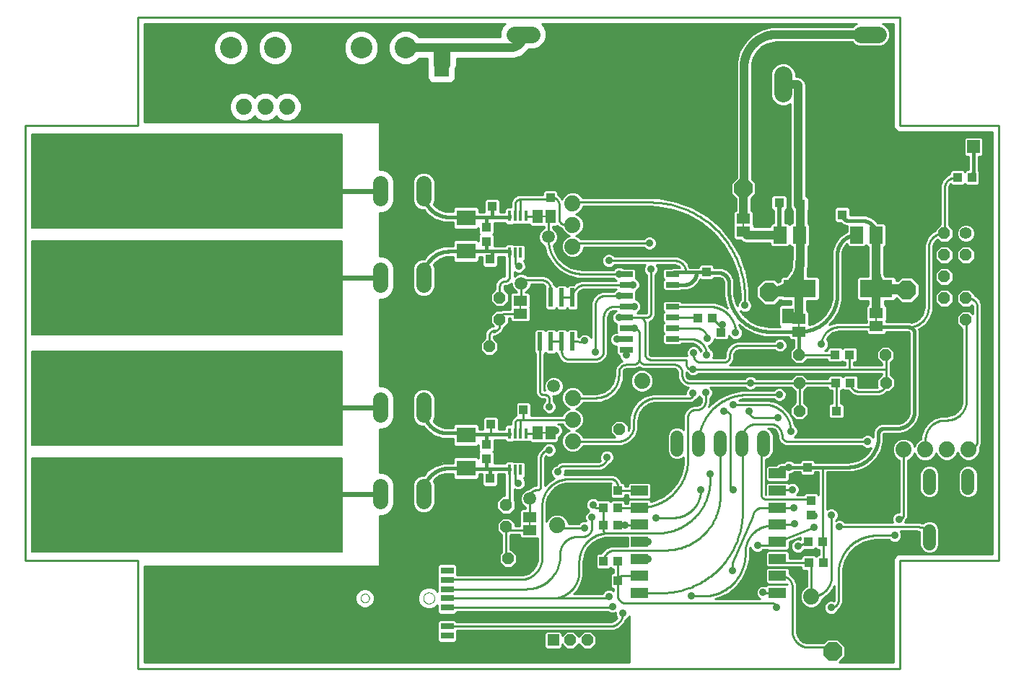
<source format=gtl>
G75*
%MOIN*%
%OFA0B0*%
%FSLAX25Y25*%
%IPPOS*%
%LPD*%
%AMOC8*
5,1,8,0,0,1.08239X$1,22.5*
%
%ADD10C,0.01000*%
%ADD11R,0.01575X0.04724*%
%ADD12R,0.05900X0.07900*%
%ADD13R,0.15000X0.07900*%
%ADD14R,0.03937X0.04331*%
%ADD15R,0.04331X0.03937*%
%ADD16OC8,0.05200*%
%ADD17C,0.07400*%
%ADD18R,0.07874X0.04724*%
%ADD19C,0.06000*%
%ADD20R,0.06000X0.02500*%
%ADD21R,0.34449X0.20472*%
%ADD22C,0.03969*%
%ADD23C,0.05150*%
%ADD24C,0.06496*%
%ADD25C,0.05600*%
%ADD26OC8,0.05600*%
%ADD27C,0.00000*%
%ADD28OC8,0.08500*%
%ADD29R,0.05200X0.05200*%
%ADD30R,0.07874X0.05709*%
%ADD31R,0.05906X0.03150*%
%ADD32R,0.08661X0.07087*%
%ADD33C,0.10000*%
%ADD34R,0.05906X0.05906*%
%ADD35R,0.06300X0.04600*%
%ADD36R,0.00800X0.02500*%
%ADD37C,0.43307*%
%ADD38R,0.02362X0.08661*%
%ADD39R,0.07087X0.08661*%
%ADD40C,0.07000*%
%ADD41C,0.13780*%
%ADD42C,0.07800*%
%ADD43C,0.08250*%
%ADD44R,0.05276X0.07087*%
%ADD45R,0.04600X0.06300*%
%ADD46R,0.02500X0.00800*%
%ADD47C,0.05937*%
%ADD48C,0.22000*%
%ADD49C,0.03569*%
%ADD50C,0.01600*%
%ADD51C,0.00600*%
%ADD52C,0.02400*%
%ADD53C,0.01200*%
%ADD54C,0.04000*%
%ADD55C,0.02000*%
D10*
X0090229Y0055531D02*
X0442229Y0055531D01*
X0442229Y0105531D01*
X0487694Y0105531D01*
X0487694Y0306531D01*
X0442229Y0306531D01*
X0442229Y0356531D01*
X0090229Y0356531D01*
X0090229Y0306531D01*
X0038276Y0306531D01*
X0038276Y0105531D01*
X0090229Y0105531D01*
X0090229Y0055531D01*
X0093229Y0058531D02*
X0093229Y0102796D01*
X0201729Y0102796D01*
X0201729Y0126308D01*
X0203502Y0126308D01*
X0205854Y0127283D01*
X0207655Y0129083D01*
X0208629Y0131435D01*
X0208629Y0140982D01*
X0207655Y0143334D01*
X0205854Y0145134D01*
X0203502Y0146108D01*
X0201729Y0146108D01*
X0201729Y0166308D01*
X0203502Y0166308D01*
X0205854Y0167283D01*
X0207655Y0169083D01*
X0208629Y0171435D01*
X0208629Y0180982D01*
X0207655Y0183334D01*
X0205854Y0185134D01*
X0203502Y0186108D01*
X0201729Y0186108D01*
X0201729Y0226308D01*
X0203502Y0226308D01*
X0205854Y0227283D01*
X0207655Y0229083D01*
X0208629Y0231435D01*
X0208629Y0240982D01*
X0207655Y0243334D01*
X0205854Y0245134D01*
X0203502Y0246108D01*
X0201729Y0246108D01*
X0201729Y0266308D01*
X0203502Y0266308D01*
X0205854Y0267283D01*
X0207655Y0269083D01*
X0208629Y0271435D01*
X0208629Y0280982D01*
X0207655Y0283334D01*
X0205854Y0285134D01*
X0203502Y0286108D01*
X0201729Y0286108D01*
X0201729Y0308016D01*
X0093229Y0308016D01*
X0093229Y0353531D01*
X0259712Y0353531D01*
X0258564Y0352383D01*
X0257529Y0349884D01*
X0257529Y0347320D01*
X0220105Y0347320D01*
X0218308Y0349118D01*
X0215404Y0350320D01*
X0212261Y0350320D01*
X0209358Y0349118D01*
X0207135Y0346895D01*
X0205933Y0343992D01*
X0205933Y0340849D01*
X0207135Y0337945D01*
X0209358Y0335723D01*
X0212261Y0334520D01*
X0215404Y0334520D01*
X0218308Y0335723D01*
X0220105Y0337520D01*
X0223983Y0337520D01*
X0223983Y0328464D01*
X0224424Y0327399D01*
X0225240Y0326583D01*
X0226306Y0326141D01*
X0234546Y0326141D01*
X0235612Y0326583D01*
X0236428Y0327399D01*
X0236869Y0328464D01*
X0236869Y0332680D01*
X0237461Y0334107D01*
X0237461Y0337520D01*
X0263862Y0337520D01*
X0267179Y0338598D01*
X0267179Y0338598D01*
X0270001Y0340648D01*
X0270001Y0340648D01*
X0270001Y0340648D01*
X0270788Y0341731D01*
X0273482Y0341731D01*
X0275981Y0342767D01*
X0277894Y0344679D01*
X0278929Y0347179D01*
X0278929Y0349884D01*
X0277894Y0352383D01*
X0276746Y0353531D01*
X0422289Y0353531D01*
X0421270Y0353109D01*
X0420192Y0352031D01*
X0382794Y0352031D01*
X0378088Y0350771D01*
X0373870Y0348335D01*
X0373870Y0348335D01*
X0370425Y0344891D01*
X0370425Y0344891D01*
X0367990Y0340672D01*
X0366729Y0335967D01*
X0366729Y0282297D01*
X0364155Y0279723D01*
X0364155Y0274959D01*
X0366405Y0272709D01*
X0366405Y0267301D01*
X0366130Y0267301D01*
X0365251Y0266422D01*
X0365251Y0260705D01*
X0365051Y0260505D01*
X0365051Y0254497D01*
X0366047Y0253501D01*
X0368669Y0253501D01*
X0369344Y0252825D01*
X0370704Y0252262D01*
X0382156Y0252262D01*
X0382156Y0251308D01*
X0383152Y0250312D01*
X0390460Y0250312D01*
X0391306Y0251158D01*
X0392152Y0250312D01*
X0392493Y0250312D01*
X0392493Y0244959D01*
X0392206Y0244267D01*
X0392206Y0241745D01*
X0391687Y0239806D01*
X0390305Y0237412D01*
X0389705Y0236812D01*
X0387702Y0236812D01*
X0386706Y0235816D01*
X0386706Y0234509D01*
X0385958Y0234077D01*
X0385845Y0234046D01*
X0384371Y0235521D01*
X0379442Y0235521D01*
X0375956Y0232035D01*
X0375956Y0227106D01*
X0379442Y0223621D01*
X0384371Y0223621D01*
X0386621Y0225871D01*
X0387344Y0225871D01*
X0387702Y0225512D01*
X0391706Y0225512D01*
X0391706Y0223775D01*
X0387017Y0223775D01*
X0386021Y0222779D01*
X0386021Y0214284D01*
X0386745Y0213560D01*
X0382001Y0213560D01*
X0380157Y0213663D01*
X0376561Y0214484D01*
X0373237Y0216084D01*
X0370354Y0218384D01*
X0368487Y0220725D01*
X0368641Y0220571D01*
X0369848Y0220071D01*
X0371154Y0220071D01*
X0372361Y0220571D01*
X0373285Y0221495D01*
X0373785Y0222702D01*
X0373785Y0224009D01*
X0373285Y0225216D01*
X0372501Y0226000D01*
X0372501Y0231145D01*
X0371107Y0239052D01*
X0368361Y0246596D01*
X0364346Y0253549D01*
X0359186Y0259700D01*
X0359186Y0259700D01*
X0359186Y0259700D01*
X0353035Y0264861D01*
X0346082Y0268875D01*
X0338537Y0271621D01*
X0330631Y0273015D01*
X0295640Y0273015D01*
X0295415Y0273560D01*
X0293952Y0275022D01*
X0292041Y0275814D01*
X0289972Y0275814D01*
X0288061Y0275022D01*
X0286598Y0273560D01*
X0286145Y0272466D01*
X0285945Y0272951D01*
X0284495Y0274400D01*
X0284198Y0274523D01*
X0284198Y0275972D01*
X0283319Y0276850D01*
X0278139Y0276850D01*
X0277261Y0275972D01*
X0277261Y0274392D01*
X0265575Y0274392D01*
X0263615Y0273260D01*
X0263615Y0273260D01*
X0262483Y0271299D01*
X0262483Y0268762D01*
X0260379Y0268762D01*
X0259383Y0267766D01*
X0259383Y0266582D01*
X0257431Y0266582D01*
X0257431Y0271886D01*
X0256436Y0272881D01*
X0251090Y0272881D01*
X0250094Y0271886D01*
X0250094Y0266582D01*
X0247744Y0266582D01*
X0247744Y0268133D01*
X0246748Y0269129D01*
X0236679Y0269129D01*
X0235683Y0268133D01*
X0235683Y0266758D01*
X0233628Y0266758D01*
X0232236Y0266867D01*
X0229588Y0267727D01*
X0227335Y0269364D01*
X0226786Y0270121D01*
X0227429Y0271674D01*
X0227429Y0280743D01*
X0226637Y0282654D01*
X0225175Y0284117D01*
X0223263Y0284908D01*
X0221195Y0284908D01*
X0219284Y0284117D01*
X0217821Y0282654D01*
X0217029Y0280743D01*
X0217029Y0271674D01*
X0217821Y0269763D01*
X0219284Y0268300D01*
X0221195Y0267508D01*
X0222368Y0267508D01*
X0223677Y0265706D01*
X0223677Y0265706D01*
X0223677Y0265706D01*
X0227239Y0263118D01*
X0227239Y0263118D01*
X0231426Y0261758D01*
X0235683Y0261758D01*
X0235683Y0259638D01*
X0236679Y0258642D01*
X0246748Y0258642D01*
X0247356Y0259250D01*
X0247356Y0256685D01*
X0247833Y0256208D01*
X0247356Y0255732D01*
X0247356Y0253167D01*
X0246748Y0253775D01*
X0236679Y0253775D01*
X0235683Y0252779D01*
X0235683Y0250820D01*
X0231666Y0250820D01*
X0227393Y0249432D01*
X0223758Y0246791D01*
X0222391Y0244908D01*
X0221195Y0244908D01*
X0219284Y0244117D01*
X0217821Y0242654D01*
X0217029Y0240743D01*
X0217029Y0231674D01*
X0217821Y0229763D01*
X0219284Y0228300D01*
X0221195Y0227508D01*
X0223263Y0227508D01*
X0225175Y0228300D01*
X0226637Y0229763D01*
X0227429Y0231674D01*
X0227429Y0240743D01*
X0226795Y0242273D01*
X0227419Y0243130D01*
X0229743Y0244819D01*
X0232475Y0245707D01*
X0233912Y0245820D01*
X0235683Y0245820D01*
X0235683Y0244284D01*
X0236679Y0243288D01*
X0246748Y0243288D01*
X0247744Y0244284D01*
X0247744Y0245834D01*
X0249246Y0245834D01*
X0249246Y0241922D01*
X0250241Y0240926D01*
X0255587Y0240926D01*
X0256583Y0241922D01*
X0256583Y0245834D01*
X0259383Y0245834D01*
X0259383Y0244651D01*
X0259671Y0244364D01*
X0259671Y0236731D01*
X0258498Y0236731D01*
X0256365Y0235500D01*
X0255134Y0233367D01*
X0255134Y0230843D01*
X0253034Y0228743D01*
X0253034Y0225181D01*
X0255553Y0222662D01*
X0259115Y0222662D01*
X0261634Y0225181D01*
X0261634Y0228743D01*
X0259534Y0230843D01*
X0259534Y0232136D01*
X0259540Y0232187D01*
X0259591Y0232274D01*
X0259679Y0232325D01*
X0259729Y0232331D01*
X0260892Y0232331D01*
X0262761Y0233410D01*
X0262761Y0232642D01*
X0263441Y0231000D01*
X0264698Y0229743D01*
X0265229Y0229523D01*
X0265229Y0229331D01*
X0262958Y0229331D01*
X0262079Y0228453D01*
X0262079Y0222610D01*
X0262158Y0222531D01*
X0262079Y0222453D01*
X0262079Y0221531D01*
X0258679Y0221531D01*
X0257866Y0221062D01*
X0255635Y0221062D01*
X0253234Y0218660D01*
X0253234Y0215264D01*
X0254599Y0213898D01*
X0253578Y0213898D01*
X0252997Y0213317D01*
X0251671Y0212551D01*
X0250624Y0210738D01*
X0250624Y0208272D01*
X0248439Y0206087D01*
X0248439Y0202691D01*
X0250840Y0200289D01*
X0254237Y0200289D01*
X0256639Y0202691D01*
X0256639Y0206087D01*
X0254624Y0208102D01*
X0254624Y0209298D01*
X0255674Y0209298D01*
X0255997Y0209621D01*
X0258098Y0210834D01*
X0258098Y0210834D01*
X0258098Y0210834D01*
X0259334Y0212975D01*
X0259334Y0213164D01*
X0261434Y0215264D01*
X0261434Y0217531D01*
X0262079Y0217531D01*
X0262079Y0216610D01*
X0262958Y0215731D01*
X0270500Y0215731D01*
X0271379Y0216610D01*
X0271379Y0222453D01*
X0271300Y0222531D01*
X0271379Y0222610D01*
X0271379Y0228453D01*
X0270500Y0229331D01*
X0269229Y0229331D01*
X0269229Y0229523D01*
X0269760Y0229743D01*
X0271017Y0231000D01*
X0271698Y0232642D01*
X0271698Y0233031D01*
X0276729Y0233031D01*
X0277119Y0232993D01*
X0277840Y0232694D01*
X0278339Y0232195D01*
X0278221Y0232076D01*
X0278221Y0222172D01*
X0279099Y0221294D01*
X0282704Y0221294D01*
X0283402Y0221991D01*
X0284099Y0221294D01*
X0287704Y0221294D01*
X0288402Y0221991D01*
X0289099Y0221294D01*
X0292704Y0221294D01*
X0293583Y0222172D01*
X0293583Y0229254D01*
X0294565Y0230235D01*
X0295913Y0230794D01*
X0296643Y0230866D01*
X0311279Y0230866D01*
X0310758Y0230650D01*
X0309974Y0229866D01*
X0304742Y0229866D01*
X0302323Y0228864D01*
X0300472Y0227013D01*
X0299470Y0224595D01*
X0299470Y0208576D01*
X0299350Y0208867D01*
X0298426Y0209791D01*
X0297219Y0210291D01*
X0295912Y0210291D01*
X0294705Y0209791D01*
X0293782Y0208867D01*
X0293691Y0208648D01*
X0293583Y0208649D01*
X0293583Y0211604D01*
X0292704Y0212483D01*
X0289099Y0212483D01*
X0288402Y0211785D01*
X0287704Y0212483D01*
X0284099Y0212483D01*
X0283402Y0211785D01*
X0282704Y0212483D01*
X0279099Y0212483D01*
X0278402Y0211785D01*
X0277704Y0212483D01*
X0274099Y0212483D01*
X0273221Y0211604D01*
X0273221Y0201700D01*
X0273729Y0201191D01*
X0273729Y0182960D01*
X0274801Y0181103D01*
X0276657Y0180031D01*
X0278229Y0180031D01*
X0280229Y0180031D02*
X0280227Y0180118D01*
X0280221Y0180205D01*
X0280212Y0180292D01*
X0280199Y0180378D01*
X0280182Y0180464D01*
X0280161Y0180549D01*
X0280136Y0180632D01*
X0280108Y0180715D01*
X0280077Y0180796D01*
X0280042Y0180876D01*
X0280003Y0180954D01*
X0279961Y0181031D01*
X0279916Y0181106D01*
X0279867Y0181178D01*
X0279816Y0181249D01*
X0279761Y0181317D01*
X0279704Y0181382D01*
X0279643Y0181445D01*
X0279580Y0181506D01*
X0279515Y0181563D01*
X0279447Y0181618D01*
X0279376Y0181669D01*
X0279304Y0181718D01*
X0279229Y0181763D01*
X0279152Y0181805D01*
X0279074Y0181844D01*
X0278994Y0181879D01*
X0278913Y0181910D01*
X0278830Y0181938D01*
X0278747Y0181963D01*
X0278662Y0181984D01*
X0278576Y0182001D01*
X0278490Y0182014D01*
X0278403Y0182023D01*
X0278316Y0182029D01*
X0278229Y0182031D01*
X0277729Y0182031D01*
X0277729Y0184031D02*
X0277729Y0200846D01*
X0278402Y0201519D01*
X0279099Y0200821D01*
X0282704Y0200821D01*
X0283402Y0201519D01*
X0283968Y0200953D01*
X0283968Y0200828D01*
X0284802Y0198813D01*
X0286345Y0197271D01*
X0288360Y0196436D01*
X0302507Y0196436D01*
X0304715Y0197351D01*
X0306404Y0199040D01*
X0306404Y0199040D01*
X0307318Y0201247D01*
X0307318Y0217901D01*
X0307375Y0218480D01*
X0307818Y0219548D01*
X0308636Y0220366D01*
X0309705Y0220809D01*
X0310283Y0220866D01*
X0311322Y0220866D01*
X0310566Y0220553D01*
X0309642Y0219629D01*
X0309142Y0218422D01*
X0309142Y0217115D01*
X0309642Y0215908D01*
X0310566Y0214984D01*
X0311331Y0214667D01*
X0311331Y0210995D01*
X0311385Y0210941D01*
X0310797Y0210941D01*
X0309590Y0210441D01*
X0308666Y0209517D01*
X0308166Y0208310D01*
X0308166Y0207004D01*
X0308666Y0205797D01*
X0309590Y0204873D01*
X0310797Y0204373D01*
X0311331Y0204373D01*
X0311331Y0200995D01*
X0312210Y0200116D01*
X0312503Y0200116D01*
X0312503Y0199664D01*
X0313003Y0198457D01*
X0313832Y0197628D01*
X0312702Y0197160D01*
X0312702Y0197160D01*
X0311178Y0195636D01*
X0311178Y0195636D01*
X0310353Y0193645D01*
X0310353Y0191234D01*
X0310247Y0189889D01*
X0309416Y0187330D01*
X0307834Y0185154D01*
X0305658Y0183572D01*
X0303099Y0182741D01*
X0301754Y0182635D01*
X0295843Y0182635D01*
X0295452Y0183581D01*
X0293989Y0185044D01*
X0292078Y0185835D01*
X0290009Y0185835D01*
X0288098Y0185044D01*
X0286635Y0183581D01*
X0285843Y0181670D01*
X0285843Y0179601D01*
X0286635Y0177690D01*
X0288098Y0176227D01*
X0289526Y0175635D01*
X0288098Y0175044D01*
X0286635Y0173581D01*
X0286243Y0172635D01*
X0271698Y0172635D01*
X0271698Y0177972D01*
X0270819Y0178850D01*
X0265639Y0178850D01*
X0264761Y0177972D01*
X0264761Y0172398D01*
X0264788Y0172371D01*
X0263455Y0171601D01*
X0262421Y0169810D01*
X0262421Y0168368D01*
X0260379Y0168368D01*
X0259383Y0167372D01*
X0259383Y0166189D01*
X0256701Y0166189D01*
X0256701Y0171308D01*
X0255705Y0172304D01*
X0250360Y0172304D01*
X0249364Y0171308D01*
X0249364Y0166189D01*
X0247744Y0166189D01*
X0247744Y0167739D01*
X0246748Y0168735D01*
X0236679Y0168735D01*
X0235683Y0167739D01*
X0235683Y0166863D01*
X0233059Y0166863D01*
X0231756Y0166966D01*
X0229277Y0167771D01*
X0227169Y0169303D01*
X0226709Y0169936D01*
X0227429Y0171674D01*
X0227429Y0180743D01*
X0226637Y0182654D01*
X0225175Y0184117D01*
X0223263Y0184908D01*
X0221195Y0184908D01*
X0219284Y0184117D01*
X0217821Y0182654D01*
X0217029Y0180743D01*
X0217029Y0171674D01*
X0217821Y0169763D01*
X0219284Y0168300D01*
X0221195Y0167508D01*
X0222165Y0167508D01*
X0223516Y0165650D01*
X0226932Y0163168D01*
X0230947Y0161863D01*
X0235683Y0161863D01*
X0235683Y0159244D01*
X0236679Y0158249D01*
X0246748Y0158249D01*
X0247356Y0158856D01*
X0247356Y0156292D01*
X0247833Y0155815D01*
X0247356Y0155338D01*
X0247356Y0152773D01*
X0246748Y0153381D01*
X0236679Y0153381D01*
X0235683Y0152385D01*
X0235683Y0150641D01*
X0231426Y0150641D01*
X0227239Y0149281D01*
X0223677Y0146693D01*
X0222381Y0144908D01*
X0221195Y0144908D01*
X0219284Y0144117D01*
X0217821Y0142654D01*
X0217029Y0140743D01*
X0217029Y0131674D01*
X0217821Y0129763D01*
X0219284Y0128300D01*
X0221195Y0127508D01*
X0223263Y0127508D01*
X0225175Y0128300D01*
X0226637Y0129763D01*
X0227429Y0131674D01*
X0227429Y0140743D01*
X0226790Y0142285D01*
X0227335Y0143035D01*
X0229588Y0144671D01*
X0232236Y0145531D01*
X0233627Y0145641D01*
X0235683Y0145641D01*
X0235683Y0143890D01*
X0236679Y0142894D01*
X0246748Y0142894D01*
X0247744Y0143890D01*
X0247744Y0145441D01*
X0249246Y0145441D01*
X0249246Y0140544D01*
X0250241Y0139548D01*
X0255587Y0139548D01*
X0256583Y0140544D01*
X0256583Y0145441D01*
X0259383Y0145441D01*
X0259383Y0144257D01*
X0259671Y0143970D01*
X0259671Y0135402D01*
X0258494Y0135402D01*
X0255975Y0132883D01*
X0255975Y0129321D01*
X0258494Y0126802D01*
X0262056Y0126802D01*
X0264575Y0129321D01*
X0264575Y0132883D01*
X0264071Y0133388D01*
X0264071Y0138491D01*
X0265253Y0138001D01*
X0266560Y0138001D01*
X0267767Y0138501D01*
X0268691Y0139425D01*
X0269191Y0140632D01*
X0269191Y0141939D01*
X0268691Y0143146D01*
X0268375Y0143462D01*
X0268398Y0143462D01*
X0269276Y0144340D01*
X0269276Y0150307D01*
X0268398Y0151186D01*
X0263562Y0151186D01*
X0263362Y0151386D01*
X0260379Y0151386D01*
X0259434Y0150441D01*
X0254693Y0150441D01*
X0254693Y0155338D01*
X0254216Y0155815D01*
X0254693Y0156292D01*
X0254693Y0161189D01*
X0259434Y0161189D01*
X0260379Y0160244D01*
X0263362Y0160244D01*
X0263562Y0160444D01*
X0270957Y0160444D01*
X0271101Y0160588D01*
X0271808Y0159881D01*
X0277650Y0159881D01*
X0277729Y0159960D01*
X0277808Y0159881D01*
X0283650Y0159881D01*
X0284529Y0160760D01*
X0284529Y0162515D01*
X0285090Y0162747D01*
X0286013Y0163671D01*
X0286513Y0164878D01*
X0286513Y0166185D01*
X0286013Y0167392D01*
X0285090Y0168316D01*
X0284318Y0168635D01*
X0286243Y0168635D01*
X0286635Y0167690D01*
X0288098Y0166227D01*
X0289526Y0165635D01*
X0288098Y0165044D01*
X0286635Y0163581D01*
X0285843Y0161670D01*
X0285843Y0159601D01*
X0286635Y0157690D01*
X0288098Y0156227D01*
X0290009Y0155435D01*
X0292078Y0155435D01*
X0293989Y0156227D01*
X0295452Y0157690D01*
X0295800Y0158531D01*
X0313460Y0158531D01*
X0316261Y0159442D01*
X0318644Y0161173D01*
X0320375Y0163556D01*
X0321285Y0166357D01*
X0321285Y0169854D01*
X0321393Y0171226D01*
X0322241Y0173835D01*
X0323854Y0176055D01*
X0326073Y0177668D01*
X0328683Y0178515D01*
X0330054Y0178623D01*
X0346099Y0178623D01*
X0347639Y0179512D01*
X0347639Y0179512D01*
X0347639Y0179512D01*
X0347801Y0179794D01*
X0348388Y0180037D01*
X0349312Y0180961D01*
X0349532Y0181493D01*
X0349671Y0181160D01*
X0350455Y0180375D01*
X0350455Y0179357D01*
X0350412Y0178926D01*
X0350082Y0178129D01*
X0349472Y0177519D01*
X0348676Y0177189D01*
X0348245Y0177147D01*
X0346684Y0177147D01*
X0344644Y0176302D01*
X0344644Y0176302D01*
X0343083Y0174741D01*
X0342238Y0172701D01*
X0342238Y0165887D01*
X0341747Y0166378D01*
X0340093Y0167063D01*
X0338303Y0167063D01*
X0336649Y0166378D01*
X0335383Y0165112D01*
X0334698Y0163458D01*
X0334698Y0155668D01*
X0335383Y0154014D01*
X0336649Y0152748D01*
X0338303Y0152063D01*
X0340093Y0152063D01*
X0341747Y0152748D01*
X0342238Y0153239D01*
X0342238Y0152319D01*
X0342109Y0150034D01*
X0341092Y0145578D01*
X0339109Y0141461D01*
X0336260Y0137887D01*
X0332686Y0135038D01*
X0328569Y0133055D01*
X0327265Y0132757D01*
X0327265Y0132893D01*
X0326386Y0133771D01*
X0317269Y0133771D01*
X0316391Y0132893D01*
X0316391Y0131909D01*
X0315333Y0131909D01*
X0315333Y0132702D01*
X0314454Y0133580D01*
X0309274Y0133580D01*
X0308518Y0132824D01*
X0307761Y0133580D01*
X0302796Y0133580D01*
X0302320Y0134056D01*
X0301113Y0134556D01*
X0299807Y0134556D01*
X0298600Y0134056D01*
X0297676Y0133132D01*
X0297176Y0131925D01*
X0297176Y0130618D01*
X0297676Y0129411D01*
X0298600Y0128487D01*
X0298667Y0128459D01*
X0298061Y0128209D01*
X0297137Y0127285D01*
X0296637Y0126078D01*
X0296637Y0124771D01*
X0297030Y0123824D01*
X0295837Y0123824D01*
X0294630Y0123324D01*
X0293845Y0122540D01*
X0289054Y0122540D01*
X0289054Y0122785D01*
X0288262Y0124696D01*
X0286799Y0126159D01*
X0284888Y0126951D01*
X0282819Y0126951D01*
X0280908Y0126159D01*
X0279445Y0124696D01*
X0278884Y0123341D01*
X0278884Y0130732D01*
X0278973Y0132091D01*
X0279677Y0134718D01*
X0281037Y0137074D01*
X0282960Y0138997D01*
X0285315Y0140357D01*
X0287942Y0141061D01*
X0289302Y0141150D01*
X0308630Y0141150D01*
X0308769Y0141136D01*
X0308363Y0140730D01*
X0308363Y0135156D01*
X0309241Y0134278D01*
X0314421Y0134278D01*
X0315300Y0135156D01*
X0315300Y0135783D01*
X0316391Y0135783D01*
X0316391Y0134800D01*
X0317269Y0133921D01*
X0326386Y0133921D01*
X0327265Y0134800D01*
X0327265Y0140767D01*
X0326386Y0141645D01*
X0317269Y0141645D01*
X0316391Y0140767D01*
X0316391Y0139783D01*
X0315300Y0139783D01*
X0315300Y0140730D01*
X0314421Y0141608D01*
X0313572Y0141608D01*
X0313039Y0142895D01*
X0311576Y0144358D01*
X0309665Y0145150D01*
X0287404Y0145150D01*
X0287202Y0145096D01*
X0287459Y0145716D01*
X0287459Y0147022D01*
X0287356Y0147270D01*
X0304078Y0147270D01*
X0306267Y0148177D01*
X0307943Y0149852D01*
X0308079Y0150180D01*
X0308710Y0150441D01*
X0309634Y0151365D01*
X0310134Y0152572D01*
X0310134Y0153879D01*
X0309634Y0155086D01*
X0308710Y0156010D01*
X0307503Y0156510D01*
X0306196Y0156510D01*
X0304989Y0156010D01*
X0304065Y0155086D01*
X0303565Y0153879D01*
X0303565Y0152572D01*
X0303970Y0151595D01*
X0303275Y0151308D01*
X0302894Y0151270D01*
X0286101Y0151270D01*
X0284300Y0150524D01*
X0284300Y0150524D01*
X0283364Y0149588D01*
X0282314Y0149153D01*
X0281391Y0148229D01*
X0280891Y0147022D01*
X0280891Y0145716D01*
X0281391Y0144509D01*
X0282314Y0143585D01*
X0282555Y0143485D01*
X0280449Y0142269D01*
X0278229Y0140049D01*
X0278229Y0152531D01*
X0278268Y0152922D01*
X0278566Y0153642D01*
X0278582Y0153659D01*
X0279576Y0153247D01*
X0280882Y0153247D01*
X0282090Y0153747D01*
X0283013Y0154671D01*
X0283513Y0155878D01*
X0283513Y0157185D01*
X0283013Y0158392D01*
X0282090Y0159316D01*
X0280882Y0159816D01*
X0279576Y0159816D01*
X0278369Y0159316D01*
X0277445Y0158392D01*
X0277185Y0157765D01*
X0276830Y0157618D01*
X0275143Y0155930D01*
X0275143Y0155930D01*
X0274229Y0153725D01*
X0274229Y0140031D01*
X0273235Y0140031D01*
X0271397Y0139270D01*
X0271397Y0139270D01*
X0270627Y0138500D01*
X0270340Y0138500D01*
X0268698Y0137820D01*
X0267441Y0136563D01*
X0266761Y0134920D01*
X0266761Y0133142D01*
X0267441Y0131500D01*
X0268698Y0130243D01*
X0269229Y0130023D01*
X0269229Y0129331D01*
X0267458Y0129331D01*
X0266579Y0128453D01*
X0266579Y0122610D01*
X0266658Y0122531D01*
X0266579Y0122453D01*
X0266579Y0121531D01*
X0264375Y0121531D01*
X0264375Y0122801D01*
X0261973Y0125202D01*
X0258577Y0125202D01*
X0256175Y0122801D01*
X0256175Y0119404D01*
X0258275Y0117304D01*
X0258275Y0109312D01*
X0257033Y0108070D01*
X0257033Y0104673D01*
X0259435Y0102272D01*
X0262831Y0102272D01*
X0265233Y0104673D01*
X0265233Y0108070D01*
X0262831Y0110472D01*
X0262275Y0110472D01*
X0262275Y0117304D01*
X0262502Y0117531D01*
X0266579Y0117531D01*
X0266579Y0116610D01*
X0267458Y0115731D01*
X0274884Y0115731D01*
X0274884Y0106771D01*
X0274784Y0105503D01*
X0274000Y0103091D01*
X0272510Y0101039D01*
X0270458Y0099548D01*
X0268046Y0098764D01*
X0266778Y0098665D01*
X0237519Y0098665D01*
X0237519Y0103168D01*
X0236640Y0104047D01*
X0229492Y0104047D01*
X0228614Y0103168D01*
X0228614Y0091267D01*
X0227478Y0092402D01*
X0225618Y0093173D01*
X0223606Y0093173D01*
X0221746Y0092402D01*
X0220323Y0090979D01*
X0219553Y0089120D01*
X0219553Y0087107D01*
X0220323Y0085248D01*
X0221746Y0083825D01*
X0223606Y0083055D01*
X0225618Y0083055D01*
X0227478Y0083825D01*
X0228614Y0084961D01*
X0228614Y0081453D01*
X0229492Y0080574D01*
X0236640Y0080574D01*
X0237519Y0081453D01*
X0237519Y0081649D01*
X0307393Y0081649D01*
X0307520Y0081522D01*
X0308727Y0081022D01*
X0310034Y0081022D01*
X0310842Y0081356D01*
X0310842Y0080368D01*
X0311342Y0079161D01*
X0311527Y0078976D01*
X0311447Y0078781D01*
X0310334Y0077668D01*
X0308880Y0077065D01*
X0308093Y0076988D01*
X0237519Y0076988D01*
X0237519Y0077184D01*
X0236640Y0078063D01*
X0229492Y0078063D01*
X0228614Y0077184D01*
X0228614Y0068461D01*
X0229492Y0067582D01*
X0236640Y0067582D01*
X0237519Y0068461D01*
X0237519Y0072988D01*
X0309691Y0072988D01*
X0312643Y0074211D01*
X0312643Y0074211D01*
X0314903Y0076471D01*
X0315562Y0078062D01*
X0315987Y0078237D01*
X0316911Y0079161D01*
X0317229Y0079930D01*
X0317229Y0058531D01*
X0093229Y0058531D01*
X0093229Y0059515D02*
X0317229Y0059515D01*
X0317229Y0060513D02*
X0093229Y0060513D01*
X0093229Y0061512D02*
X0317229Y0061512D01*
X0317229Y0062510D02*
X0093229Y0062510D01*
X0093229Y0063509D02*
X0317229Y0063509D01*
X0317229Y0064508D02*
X0093229Y0064508D01*
X0093229Y0065506D02*
X0277994Y0065506D01*
X0277994Y0065483D02*
X0278873Y0064604D01*
X0285316Y0064604D01*
X0286194Y0065483D01*
X0286194Y0066680D01*
X0288270Y0064604D01*
X0291666Y0064604D01*
X0293905Y0066843D01*
X0296144Y0064604D01*
X0299540Y0064604D01*
X0301942Y0067006D01*
X0301942Y0070402D01*
X0299540Y0072804D01*
X0296144Y0072804D01*
X0293905Y0070565D01*
X0291666Y0072804D01*
X0288270Y0072804D01*
X0286194Y0070728D01*
X0286194Y0071925D01*
X0285316Y0072804D01*
X0278873Y0072804D01*
X0277994Y0071925D01*
X0277994Y0065483D01*
X0277994Y0066505D02*
X0093229Y0066505D01*
X0093229Y0067503D02*
X0277994Y0067503D01*
X0277994Y0068502D02*
X0237519Y0068502D01*
X0237519Y0069500D02*
X0277994Y0069500D01*
X0277994Y0070499D02*
X0237519Y0070499D01*
X0237519Y0071497D02*
X0277994Y0071497D01*
X0278564Y0072496D02*
X0237519Y0072496D01*
X0233066Y0074988D02*
X0308093Y0074988D01*
X0309900Y0077488D02*
X0237215Y0077488D01*
X0237519Y0081482D02*
X0307615Y0081482D01*
X0308093Y0074988D02*
X0308246Y0074990D01*
X0308399Y0074996D01*
X0308551Y0075005D01*
X0308703Y0075019D01*
X0308855Y0075036D01*
X0309007Y0075058D01*
X0309158Y0075083D01*
X0309308Y0075112D01*
X0309457Y0075144D01*
X0309605Y0075181D01*
X0309753Y0075221D01*
X0309899Y0075265D01*
X0310045Y0075312D01*
X0310189Y0075364D01*
X0310331Y0075419D01*
X0310473Y0075477D01*
X0310612Y0075539D01*
X0310750Y0075605D01*
X0310887Y0075674D01*
X0311021Y0075746D01*
X0311154Y0075822D01*
X0311285Y0075901D01*
X0311413Y0075984D01*
X0311540Y0076070D01*
X0311664Y0076158D01*
X0311786Y0076250D01*
X0311906Y0076346D01*
X0312023Y0076444D01*
X0312138Y0076545D01*
X0312250Y0076649D01*
X0312360Y0076755D01*
X0312466Y0076865D01*
X0312570Y0076977D01*
X0312671Y0077092D01*
X0312769Y0077209D01*
X0312865Y0077329D01*
X0312957Y0077451D01*
X0313045Y0077575D01*
X0313131Y0077702D01*
X0313214Y0077830D01*
X0313293Y0077961D01*
X0313369Y0078094D01*
X0313441Y0078228D01*
X0313510Y0078365D01*
X0313576Y0078503D01*
X0313638Y0078642D01*
X0313696Y0078784D01*
X0313751Y0078926D01*
X0313803Y0079070D01*
X0313850Y0079216D01*
X0313894Y0079362D01*
X0313934Y0079510D01*
X0313971Y0079658D01*
X0314003Y0079807D01*
X0314032Y0079957D01*
X0314057Y0080108D01*
X0314079Y0080260D01*
X0314096Y0080412D01*
X0314110Y0080564D01*
X0314119Y0080716D01*
X0314125Y0080869D01*
X0314127Y0081022D01*
X0317045Y0079485D02*
X0317229Y0079485D01*
X0317229Y0078487D02*
X0316236Y0078487D01*
X0315325Y0077488D02*
X0317229Y0077488D01*
X0317229Y0076490D02*
X0314911Y0076490D01*
X0314903Y0076471D02*
X0314903Y0076471D01*
X0313924Y0075491D02*
X0317229Y0075491D01*
X0317229Y0074493D02*
X0312925Y0074493D01*
X0310913Y0073494D02*
X0317229Y0073494D01*
X0317229Y0072496D02*
X0299849Y0072496D01*
X0300848Y0071497D02*
X0317229Y0071497D01*
X0317229Y0070499D02*
X0301846Y0070499D01*
X0301942Y0069500D02*
X0317229Y0069500D01*
X0317229Y0068502D02*
X0301942Y0068502D01*
X0301942Y0067503D02*
X0317229Y0067503D01*
X0317229Y0066505D02*
X0301441Y0066505D01*
X0300442Y0065506D02*
X0317229Y0065506D01*
X0295242Y0065506D02*
X0292568Y0065506D01*
X0293567Y0066505D02*
X0294244Y0066505D01*
X0294837Y0071497D02*
X0292974Y0071497D01*
X0291975Y0072496D02*
X0295835Y0072496D01*
X0287961Y0072496D02*
X0285624Y0072496D01*
X0286194Y0071497D02*
X0286963Y0071497D01*
X0286370Y0066505D02*
X0286194Y0066505D01*
X0286194Y0065506D02*
X0287368Y0065506D01*
X0311153Y0078487D02*
X0093229Y0078487D01*
X0093229Y0079485D02*
X0311208Y0079485D01*
X0310842Y0080484D02*
X0093229Y0080484D01*
X0093229Y0081482D02*
X0228614Y0081482D01*
X0228614Y0082481D02*
X0093229Y0082481D01*
X0093229Y0083479D02*
X0222580Y0083479D01*
X0221093Y0084478D02*
X0197768Y0084478D01*
X0197616Y0084325D02*
X0198873Y0085582D01*
X0199553Y0087225D01*
X0199553Y0089002D01*
X0198873Y0090645D01*
X0197616Y0091902D01*
X0195973Y0092582D01*
X0194196Y0092582D01*
X0192553Y0091902D01*
X0191296Y0090645D01*
X0190616Y0089002D01*
X0190616Y0087225D01*
X0191296Y0085582D01*
X0192553Y0084325D01*
X0194196Y0083645D01*
X0195973Y0083645D01*
X0197616Y0084325D01*
X0198766Y0085476D02*
X0220229Y0085476D01*
X0219815Y0086475D02*
X0199242Y0086475D01*
X0199553Y0087473D02*
X0219553Y0087473D01*
X0219553Y0088472D02*
X0199553Y0088472D01*
X0199359Y0089470D02*
X0219698Y0089470D01*
X0220112Y0090469D02*
X0198946Y0090469D01*
X0198050Y0091467D02*
X0220811Y0091467D01*
X0221899Y0092466D02*
X0196254Y0092466D01*
X0193915Y0092466D02*
X0093229Y0092466D01*
X0093229Y0093464D02*
X0228614Y0093464D01*
X0228614Y0092466D02*
X0227325Y0092466D01*
X0228413Y0091467D02*
X0228614Y0091467D01*
X0228614Y0094463D02*
X0093229Y0094463D01*
X0093229Y0095461D02*
X0228614Y0095461D01*
X0228614Y0096460D02*
X0093229Y0096460D01*
X0093229Y0097458D02*
X0228614Y0097458D01*
X0228614Y0098457D02*
X0093229Y0098457D01*
X0093229Y0099455D02*
X0228614Y0099455D01*
X0228614Y0100454D02*
X0093229Y0100454D01*
X0093229Y0101452D02*
X0228614Y0101452D01*
X0228614Y0102451D02*
X0093229Y0102451D01*
X0093229Y0091467D02*
X0192119Y0091467D01*
X0191223Y0090469D02*
X0093229Y0090469D01*
X0093229Y0089470D02*
X0190810Y0089470D01*
X0190616Y0088472D02*
X0093229Y0088472D01*
X0093229Y0087473D02*
X0190616Y0087473D01*
X0190927Y0086475D02*
X0093229Y0086475D01*
X0093229Y0085476D02*
X0191402Y0085476D01*
X0192401Y0084478D02*
X0093229Y0084478D01*
X0093229Y0077488D02*
X0228918Y0077488D01*
X0228614Y0076490D02*
X0093229Y0076490D01*
X0093229Y0075491D02*
X0228614Y0075491D01*
X0228614Y0074493D02*
X0093229Y0074493D01*
X0093229Y0073494D02*
X0228614Y0073494D01*
X0228614Y0072496D02*
X0093229Y0072496D01*
X0093229Y0071497D02*
X0228614Y0071497D01*
X0228614Y0070499D02*
X0093229Y0070499D01*
X0093229Y0069500D02*
X0228614Y0069500D01*
X0228614Y0068502D02*
X0093229Y0068502D01*
X0201729Y0103449D02*
X0228895Y0103449D01*
X0233090Y0096665D02*
X0266778Y0096665D01*
X0270172Y0099455D02*
X0237519Y0099455D01*
X0237519Y0100454D02*
X0271705Y0100454D01*
X0272810Y0101452D02*
X0237519Y0101452D01*
X0237519Y0102451D02*
X0259256Y0102451D01*
X0258257Y0103449D02*
X0237238Y0103449D01*
X0233090Y0096664D02*
X0233083Y0096663D01*
X0233076Y0096660D01*
X0233071Y0096655D01*
X0233068Y0096648D01*
X0233067Y0096641D01*
X0233066Y0092311D02*
X0269671Y0092311D01*
X0281508Y0087980D02*
X0306888Y0087980D01*
X0306948Y0087982D01*
X0307007Y0087988D01*
X0307066Y0087997D01*
X0307124Y0088011D01*
X0307181Y0088028D01*
X0307236Y0088049D01*
X0307290Y0088074D01*
X0307343Y0088102D01*
X0307394Y0088133D01*
X0307442Y0088168D01*
X0307488Y0088206D01*
X0307531Y0088247D01*
X0307572Y0088290D01*
X0307610Y0088336D01*
X0307645Y0088384D01*
X0307676Y0088435D01*
X0307704Y0088488D01*
X0307729Y0088542D01*
X0307750Y0088597D01*
X0307767Y0088654D01*
X0307781Y0088712D01*
X0307790Y0088771D01*
X0307796Y0088830D01*
X0307798Y0088890D01*
X0304695Y0089980D02*
X0291503Y0089980D01*
X0293089Y0091566D01*
X0294995Y0094866D01*
X0294995Y0094866D01*
X0295981Y0098547D01*
X0295981Y0104787D01*
X0296078Y0106262D01*
X0296841Y0109111D01*
X0298316Y0111666D01*
X0300402Y0113752D01*
X0302957Y0115227D01*
X0305807Y0115991D01*
X0307281Y0116087D01*
X0316391Y0116087D01*
X0316391Y0112247D01*
X0308986Y0112247D01*
X0306331Y0111147D01*
X0304298Y0109115D01*
X0304298Y0109115D01*
X0304298Y0109115D01*
X0304122Y0108688D01*
X0302609Y0108688D01*
X0301730Y0107809D01*
X0301730Y0102236D01*
X0302609Y0101357D01*
X0307788Y0101357D01*
X0308545Y0102114D01*
X0309302Y0101357D01*
X0309891Y0101357D01*
X0309891Y0099955D01*
X0309273Y0099955D01*
X0308394Y0099076D01*
X0308394Y0093503D01*
X0309273Y0092624D01*
X0309817Y0092624D01*
X0309817Y0091517D01*
X0309659Y0091675D01*
X0308452Y0092175D01*
X0307145Y0092175D01*
X0305938Y0091675D01*
X0305014Y0090751D01*
X0304695Y0089980D01*
X0304897Y0090469D02*
X0291992Y0090469D01*
X0292991Y0091467D02*
X0305731Y0091467D01*
X0308432Y0093464D02*
X0294185Y0093464D01*
X0293609Y0092466D02*
X0309817Y0092466D01*
X0308394Y0094463D02*
X0294762Y0094463D01*
X0295154Y0095461D02*
X0308394Y0095461D01*
X0308394Y0096460D02*
X0295422Y0096460D01*
X0295689Y0097458D02*
X0308394Y0097458D01*
X0308394Y0098457D02*
X0295957Y0098457D01*
X0295981Y0099455D02*
X0308773Y0099455D01*
X0309891Y0100454D02*
X0295981Y0100454D01*
X0295981Y0101452D02*
X0302513Y0101452D01*
X0301730Y0102451D02*
X0295981Y0102451D01*
X0295981Y0103449D02*
X0301730Y0103449D01*
X0301730Y0104448D02*
X0295981Y0104448D01*
X0296024Y0105446D02*
X0301730Y0105446D01*
X0301730Y0106445D02*
X0296127Y0106445D01*
X0296394Y0107443D02*
X0301730Y0107443D01*
X0302363Y0108442D02*
X0296662Y0108442D01*
X0297031Y0109441D02*
X0304624Y0109441D01*
X0305623Y0110439D02*
X0297608Y0110439D01*
X0298184Y0111438D02*
X0307032Y0111438D01*
X0310423Y0110247D02*
X0333748Y0110247D01*
X0325896Y0114072D02*
X0321828Y0114161D01*
X0316391Y0114433D02*
X0301582Y0114433D01*
X0300085Y0113435D02*
X0316391Y0113435D01*
X0316391Y0112436D02*
X0299086Y0112436D01*
X0295513Y0116472D02*
X0293135Y0116472D01*
X0303720Y0115432D02*
X0316391Y0115432D01*
X0307282Y0118087D02*
X0306386Y0118087D01*
X0307282Y0118087D02*
X0329831Y0118087D01*
X0321630Y0121837D02*
X0315213Y0121837D01*
X0311854Y0121837D01*
X0306386Y0118087D02*
X0306320Y0118089D01*
X0306254Y0118095D01*
X0306188Y0118104D01*
X0306124Y0118118D01*
X0306060Y0118135D01*
X0305997Y0118156D01*
X0305935Y0118180D01*
X0305875Y0118208D01*
X0305817Y0118239D01*
X0305761Y0118274D01*
X0305706Y0118312D01*
X0305655Y0118353D01*
X0305605Y0118397D01*
X0305558Y0118444D01*
X0305514Y0118494D01*
X0305473Y0118545D01*
X0305435Y0118600D01*
X0305400Y0118656D01*
X0305369Y0118714D01*
X0305341Y0118774D01*
X0305317Y0118836D01*
X0305296Y0118899D01*
X0305279Y0118963D01*
X0305265Y0119027D01*
X0305256Y0119093D01*
X0305250Y0119159D01*
X0305248Y0119225D01*
X0305247Y0119225D02*
X0305247Y0121751D01*
X0305230Y0121753D01*
X0305214Y0121758D01*
X0305199Y0121765D01*
X0305186Y0121776D01*
X0305175Y0121789D01*
X0305168Y0121804D01*
X0305163Y0121820D01*
X0305161Y0121837D01*
X0305162Y0121842D01*
X0305166Y0121846D01*
X0305171Y0121847D01*
X0305171Y0129915D01*
X0301817Y0129915D01*
X0301817Y0129914D02*
X0301746Y0129916D01*
X0301675Y0129921D01*
X0301605Y0129931D01*
X0301535Y0129944D01*
X0301466Y0129960D01*
X0301398Y0129980D01*
X0301331Y0130004D01*
X0301265Y0130031D01*
X0301201Y0130062D01*
X0301139Y0130096D01*
X0301078Y0130133D01*
X0301019Y0130173D01*
X0300963Y0130216D01*
X0300909Y0130263D01*
X0300857Y0130311D01*
X0300809Y0130363D01*
X0300762Y0130417D01*
X0300719Y0130473D01*
X0300679Y0130532D01*
X0300642Y0130593D01*
X0300608Y0130655D01*
X0300577Y0130719D01*
X0300550Y0130785D01*
X0300526Y0130852D01*
X0300506Y0130920D01*
X0300490Y0130989D01*
X0300477Y0131059D01*
X0300467Y0131129D01*
X0300462Y0131200D01*
X0300460Y0131271D01*
X0297375Y0132406D02*
X0279057Y0132406D01*
X0278928Y0131408D02*
X0297176Y0131408D01*
X0297262Y0130409D02*
X0278884Y0130409D01*
X0278884Y0129411D02*
X0297676Y0129411D01*
X0298553Y0128412D02*
X0278884Y0128412D01*
X0278884Y0127414D02*
X0297266Y0127414D01*
X0296777Y0126415D02*
X0286181Y0126415D01*
X0287542Y0125417D02*
X0296637Y0125417D01*
X0296783Y0124418D02*
X0288377Y0124418D01*
X0288791Y0123420D02*
X0294860Y0123420D01*
X0299922Y0120880D02*
X0299920Y0120749D01*
X0299914Y0120619D01*
X0299905Y0120488D01*
X0299891Y0120359D01*
X0299874Y0120229D01*
X0299852Y0120100D01*
X0299827Y0119972D01*
X0299799Y0119844D01*
X0299766Y0119718D01*
X0299730Y0119592D01*
X0299690Y0119468D01*
X0299646Y0119345D01*
X0299599Y0119223D01*
X0299548Y0119103D01*
X0299493Y0118984D01*
X0299435Y0118867D01*
X0299374Y0118751D01*
X0299309Y0118638D01*
X0299241Y0118526D01*
X0299170Y0118417D01*
X0299095Y0118310D01*
X0299018Y0118205D01*
X0298937Y0118102D01*
X0298853Y0118002D01*
X0298766Y0117904D01*
X0298676Y0117809D01*
X0298584Y0117717D01*
X0298489Y0117627D01*
X0298391Y0117540D01*
X0298291Y0117456D01*
X0298188Y0117375D01*
X0298083Y0117298D01*
X0297976Y0117223D01*
X0297867Y0117152D01*
X0297755Y0117084D01*
X0297642Y0117019D01*
X0297526Y0116958D01*
X0297409Y0116900D01*
X0297290Y0116845D01*
X0297170Y0116794D01*
X0297048Y0116747D01*
X0296925Y0116703D01*
X0296801Y0116663D01*
X0296675Y0116627D01*
X0296549Y0116594D01*
X0296421Y0116566D01*
X0296293Y0116541D01*
X0296164Y0116519D01*
X0296034Y0116502D01*
X0295905Y0116488D01*
X0295774Y0116479D01*
X0295644Y0116473D01*
X0295513Y0116471D01*
X0296490Y0120540D02*
X0285064Y0120540D01*
X0284996Y0120542D01*
X0284928Y0120548D01*
X0284861Y0120557D01*
X0284795Y0120570D01*
X0284729Y0120587D01*
X0284664Y0120608D01*
X0284601Y0120632D01*
X0284539Y0120660D01*
X0284478Y0120691D01*
X0284420Y0120726D01*
X0284363Y0120763D01*
X0284309Y0120804D01*
X0284257Y0120848D01*
X0284208Y0120895D01*
X0284161Y0120944D01*
X0284117Y0120996D01*
X0284076Y0121050D01*
X0284039Y0121107D01*
X0284004Y0121165D01*
X0283973Y0121226D01*
X0283945Y0121288D01*
X0283921Y0121351D01*
X0283900Y0121416D01*
X0283883Y0121482D01*
X0283870Y0121548D01*
X0283861Y0121615D01*
X0283855Y0121683D01*
X0283853Y0121751D01*
X0280166Y0125417D02*
X0278884Y0125417D01*
X0278884Y0126415D02*
X0281527Y0126415D01*
X0279330Y0124418D02*
X0278884Y0124418D01*
X0278884Y0123420D02*
X0278917Y0123420D01*
X0271229Y0125531D02*
X0271229Y0134031D01*
X0271229Y0135031D01*
X0271231Y0135138D01*
X0271237Y0135245D01*
X0271246Y0135352D01*
X0271260Y0135458D01*
X0271277Y0135564D01*
X0271298Y0135669D01*
X0271322Y0135773D01*
X0271351Y0135876D01*
X0271383Y0135978D01*
X0271418Y0136079D01*
X0271457Y0136179D01*
X0271500Y0136277D01*
X0271546Y0136374D01*
X0271596Y0136469D01*
X0271649Y0136562D01*
X0271705Y0136653D01*
X0271765Y0136742D01*
X0271827Y0136829D01*
X0271893Y0136913D01*
X0271962Y0136996D01*
X0272033Y0137075D01*
X0272108Y0137152D01*
X0272185Y0137227D01*
X0272264Y0137298D01*
X0272347Y0137367D01*
X0272431Y0137433D01*
X0272518Y0137495D01*
X0272607Y0137555D01*
X0272698Y0137611D01*
X0272791Y0137664D01*
X0272886Y0137714D01*
X0272983Y0137760D01*
X0273081Y0137803D01*
X0273181Y0137842D01*
X0273282Y0137877D01*
X0273384Y0137909D01*
X0273487Y0137938D01*
X0273591Y0137962D01*
X0273696Y0137983D01*
X0273802Y0138000D01*
X0273908Y0138014D01*
X0274015Y0138023D01*
X0274122Y0138029D01*
X0274229Y0138031D01*
X0274729Y0138031D01*
X0274805Y0138033D01*
X0274881Y0138039D01*
X0274956Y0138048D01*
X0275031Y0138062D01*
X0275105Y0138079D01*
X0275178Y0138100D01*
X0275250Y0138124D01*
X0275321Y0138153D01*
X0275390Y0138184D01*
X0275457Y0138219D01*
X0275522Y0138258D01*
X0275586Y0138300D01*
X0275647Y0138345D01*
X0275706Y0138393D01*
X0275762Y0138444D01*
X0275816Y0138498D01*
X0275867Y0138554D01*
X0275915Y0138613D01*
X0275960Y0138674D01*
X0276002Y0138738D01*
X0276041Y0138803D01*
X0276076Y0138870D01*
X0276107Y0138939D01*
X0276136Y0139010D01*
X0276160Y0139082D01*
X0276181Y0139155D01*
X0276198Y0139229D01*
X0276212Y0139304D01*
X0276221Y0139379D01*
X0276227Y0139455D01*
X0276229Y0139531D01*
X0276229Y0152531D01*
X0274229Y0152377D02*
X0254693Y0152377D01*
X0254693Y0153375D02*
X0274229Y0153375D01*
X0274498Y0154374D02*
X0254693Y0154374D01*
X0254659Y0155372D02*
X0274911Y0155372D01*
X0275143Y0155930D02*
X0275143Y0155930D01*
X0275583Y0156371D02*
X0254693Y0156371D01*
X0254693Y0157369D02*
X0276582Y0157369D01*
X0276830Y0157618D02*
X0276830Y0157618D01*
X0277435Y0158368D02*
X0254693Y0158368D01*
X0254693Y0159366D02*
X0278491Y0159366D01*
X0281968Y0159366D02*
X0285941Y0159366D01*
X0285843Y0160365D02*
X0284134Y0160365D01*
X0284529Y0161363D02*
X0285843Y0161363D01*
X0286130Y0162362D02*
X0284529Y0162362D01*
X0285703Y0163360D02*
X0286544Y0163360D01*
X0286298Y0164359D02*
X0287413Y0164359D01*
X0286513Y0165357D02*
X0288855Y0165357D01*
X0287969Y0166356D02*
X0286443Y0166356D01*
X0286029Y0167354D02*
X0286971Y0167354D01*
X0286360Y0168353D02*
X0285000Y0168353D01*
X0283229Y0165531D02*
X0281729Y0165531D01*
X0281669Y0165529D01*
X0281608Y0165524D01*
X0281549Y0165515D01*
X0281490Y0165502D01*
X0281431Y0165486D01*
X0281374Y0165466D01*
X0281319Y0165443D01*
X0281264Y0165416D01*
X0281212Y0165387D01*
X0281161Y0165354D01*
X0281112Y0165318D01*
X0281066Y0165280D01*
X0281022Y0165238D01*
X0280980Y0165194D01*
X0280942Y0165148D01*
X0280906Y0165099D01*
X0280873Y0165048D01*
X0280844Y0164996D01*
X0280817Y0164941D01*
X0280794Y0164886D01*
X0280774Y0164829D01*
X0280758Y0164770D01*
X0280745Y0164711D01*
X0280736Y0164652D01*
X0280731Y0164591D01*
X0280729Y0164531D01*
X0274730Y0164531D02*
X0274728Y0164504D01*
X0274723Y0164477D01*
X0274715Y0164451D01*
X0274704Y0164426D01*
X0274690Y0164403D01*
X0274673Y0164381D01*
X0274654Y0164362D01*
X0274632Y0164345D01*
X0274609Y0164331D01*
X0274584Y0164320D01*
X0274558Y0164312D01*
X0274531Y0164307D01*
X0274504Y0164305D01*
X0274504Y0164306D02*
X0269548Y0164306D01*
X0266989Y0164306D02*
X0266989Y0170555D01*
X0266991Y0170571D01*
X0266995Y0170586D01*
X0267002Y0170599D01*
X0267012Y0170612D01*
X0267025Y0170622D01*
X0267038Y0170629D01*
X0267053Y0170633D01*
X0267069Y0170635D01*
X0266281Y0170635D01*
X0267069Y0170635D02*
X0268096Y0170635D01*
X0291043Y0170635D01*
X0287398Y0174344D02*
X0282686Y0174344D01*
X0283013Y0174671D02*
X0283513Y0175878D01*
X0283513Y0177185D01*
X0283013Y0178392D01*
X0282229Y0179176D01*
X0282229Y0181103D01*
X0281964Y0181563D01*
X0283118Y0181563D01*
X0284760Y0182243D01*
X0286017Y0183500D01*
X0286698Y0185142D01*
X0286698Y0186920D01*
X0286017Y0188563D01*
X0284760Y0189820D01*
X0283118Y0190500D01*
X0281340Y0190500D01*
X0279698Y0189820D01*
X0278441Y0188563D01*
X0277761Y0186920D01*
X0277761Y0185142D01*
X0278221Y0184031D01*
X0277729Y0184031D01*
X0275729Y0184031D02*
X0275731Y0183944D01*
X0275737Y0183857D01*
X0275746Y0183770D01*
X0275759Y0183684D01*
X0275776Y0183598D01*
X0275797Y0183513D01*
X0275822Y0183430D01*
X0275850Y0183347D01*
X0275881Y0183266D01*
X0275916Y0183186D01*
X0275955Y0183108D01*
X0275997Y0183031D01*
X0276042Y0182956D01*
X0276091Y0182884D01*
X0276142Y0182813D01*
X0276197Y0182745D01*
X0276254Y0182680D01*
X0276315Y0182617D01*
X0276378Y0182556D01*
X0276443Y0182499D01*
X0276511Y0182444D01*
X0276582Y0182393D01*
X0276654Y0182344D01*
X0276729Y0182299D01*
X0276806Y0182257D01*
X0276884Y0182218D01*
X0276964Y0182183D01*
X0277045Y0182152D01*
X0277128Y0182124D01*
X0277211Y0182099D01*
X0277296Y0182078D01*
X0277382Y0182061D01*
X0277468Y0182048D01*
X0277555Y0182039D01*
X0277642Y0182033D01*
X0277729Y0182031D01*
X0278229Y0180031D02*
X0278229Y0179176D01*
X0277445Y0178392D01*
X0276945Y0177185D01*
X0276945Y0175878D01*
X0277445Y0174671D01*
X0278369Y0173747D01*
X0279576Y0173247D01*
X0280882Y0173247D01*
X0282090Y0173747D01*
X0283013Y0174671D01*
X0283291Y0175342D02*
X0288819Y0175342D01*
X0287984Y0176341D02*
X0283513Y0176341D01*
X0283449Y0177339D02*
X0286985Y0177339D01*
X0286367Y0178338D02*
X0283036Y0178338D01*
X0282229Y0179336D02*
X0285953Y0179336D01*
X0285843Y0180335D02*
X0282229Y0180335D01*
X0282096Y0181333D02*
X0285843Y0181333D01*
X0286118Y0182332D02*
X0284849Y0182332D01*
X0285848Y0183330D02*
X0286531Y0183330D01*
X0286361Y0184329D02*
X0287383Y0184329D01*
X0286698Y0185327D02*
X0288783Y0185327D01*
X0286698Y0186326D02*
X0308686Y0186326D01*
X0309411Y0187324D02*
X0286530Y0187324D01*
X0286117Y0188323D02*
X0309738Y0188323D01*
X0310063Y0189321D02*
X0285258Y0189321D01*
X0283552Y0190320D02*
X0310281Y0190320D01*
X0310353Y0191318D02*
X0277729Y0191318D01*
X0277729Y0190320D02*
X0280906Y0190320D01*
X0279200Y0189321D02*
X0277729Y0189321D01*
X0277729Y0188323D02*
X0278342Y0188323D01*
X0277928Y0187324D02*
X0277729Y0187324D01*
X0277729Y0186326D02*
X0277761Y0186326D01*
X0277729Y0185327D02*
X0277761Y0185327D01*
X0277729Y0184329D02*
X0278098Y0184329D01*
X0275729Y0184031D02*
X0275729Y0206479D01*
X0275731Y0206504D01*
X0275736Y0206528D01*
X0275745Y0206551D01*
X0275756Y0206573D01*
X0275771Y0206592D01*
X0275789Y0206610D01*
X0275808Y0206625D01*
X0275830Y0206636D01*
X0275853Y0206645D01*
X0275877Y0206650D01*
X0275902Y0206652D01*
X0273221Y0206296D02*
X0256430Y0206296D01*
X0256639Y0205298D02*
X0273221Y0205298D01*
X0273221Y0204299D02*
X0256639Y0204299D01*
X0256639Y0203301D02*
X0273221Y0203301D01*
X0273221Y0202302D02*
X0256250Y0202302D01*
X0255251Y0201304D02*
X0273617Y0201304D01*
X0273729Y0200305D02*
X0254253Y0200305D01*
X0250824Y0200305D02*
X0201729Y0200305D01*
X0201729Y0199307D02*
X0273729Y0199307D01*
X0273729Y0198308D02*
X0201729Y0198308D01*
X0201729Y0197310D02*
X0273729Y0197310D01*
X0273729Y0196311D02*
X0201729Y0196311D01*
X0201729Y0195312D02*
X0273729Y0195312D01*
X0273729Y0194314D02*
X0201729Y0194314D01*
X0201729Y0193315D02*
X0273729Y0193315D01*
X0273729Y0192317D02*
X0201729Y0192317D01*
X0201729Y0191318D02*
X0273729Y0191318D01*
X0273729Y0190320D02*
X0201729Y0190320D01*
X0201729Y0189321D02*
X0273729Y0189321D01*
X0273729Y0188323D02*
X0201729Y0188323D01*
X0201729Y0187324D02*
X0273729Y0187324D01*
X0273729Y0186326D02*
X0201729Y0186326D01*
X0205388Y0185327D02*
X0273729Y0185327D01*
X0273729Y0184329D02*
X0224663Y0184329D01*
X0225961Y0183330D02*
X0273729Y0183330D01*
X0274092Y0182332D02*
X0226771Y0182332D01*
X0227185Y0181333D02*
X0274668Y0181333D01*
X0274801Y0181103D02*
X0274801Y0181103D01*
X0274801Y0181103D01*
X0276132Y0180335D02*
X0227429Y0180335D01*
X0227429Y0179336D02*
X0278229Y0179336D01*
X0277423Y0178338D02*
X0271331Y0178338D01*
X0271698Y0177339D02*
X0277009Y0177339D01*
X0276945Y0176341D02*
X0271698Y0176341D01*
X0271698Y0175342D02*
X0277167Y0175342D01*
X0277772Y0174344D02*
X0271698Y0174344D01*
X0271698Y0173345D02*
X0279339Y0173345D01*
X0281119Y0173345D02*
X0286538Y0173345D01*
X0292561Y0175635D02*
X0293989Y0176227D01*
X0295452Y0177690D01*
X0295843Y0178635D01*
X0303749Y0178635D01*
X0307545Y0179868D01*
X0310774Y0182214D01*
X0313120Y0185443D01*
X0314353Y0189239D01*
X0314353Y0192567D01*
X0314380Y0192843D01*
X0314592Y0193355D01*
X0314983Y0193746D01*
X0315494Y0193957D01*
X0315771Y0193985D01*
X0319900Y0193985D01*
X0321653Y0194711D01*
X0321849Y0194907D01*
X0323038Y0194220D01*
X0323897Y0194220D01*
X0324055Y0194062D01*
X0337697Y0194062D01*
X0338079Y0194024D01*
X0338784Y0193732D01*
X0339323Y0193193D01*
X0339615Y0192488D01*
X0339652Y0192107D01*
X0339652Y0190840D01*
X0339651Y0189785D01*
X0339651Y0189785D01*
X0340456Y0187831D01*
X0341948Y0186334D01*
X0341948Y0186334D01*
X0343899Y0185522D01*
X0344130Y0185522D01*
X0344131Y0185520D01*
X0344582Y0185520D01*
X0343743Y0184682D01*
X0343243Y0183474D01*
X0343243Y0182623D01*
X0328032Y0182623D01*
X0324185Y0181373D01*
X0320913Y0178996D01*
X0320913Y0178996D01*
X0318535Y0175724D01*
X0318535Y0175724D01*
X0317285Y0171877D01*
X0317285Y0167830D01*
X0317220Y0167001D01*
X0316746Y0165543D01*
X0316746Y0167903D01*
X0314345Y0170305D01*
X0310948Y0170305D01*
X0308546Y0167903D01*
X0308546Y0164506D01*
X0310521Y0162531D01*
X0295886Y0162531D01*
X0295452Y0163581D01*
X0293989Y0165044D01*
X0292561Y0165635D01*
X0293989Y0166227D01*
X0295452Y0167690D01*
X0296243Y0169601D01*
X0296243Y0171670D01*
X0295452Y0173581D01*
X0293989Y0175044D01*
X0292561Y0175635D01*
X0293268Y0175342D02*
X0318411Y0175342D01*
X0318087Y0174344D02*
X0294689Y0174344D01*
X0295549Y0173345D02*
X0317762Y0173345D01*
X0317438Y0172347D02*
X0295963Y0172347D01*
X0296243Y0171348D02*
X0317285Y0171348D01*
X0317285Y0170350D02*
X0296243Y0170350D01*
X0296140Y0169351D02*
X0309995Y0169351D01*
X0308996Y0168353D02*
X0295726Y0168353D01*
X0295116Y0167354D02*
X0308546Y0167354D01*
X0308546Y0166356D02*
X0294118Y0166356D01*
X0293232Y0165357D02*
X0308546Y0165357D01*
X0308694Y0164359D02*
X0294674Y0164359D01*
X0295543Y0163360D02*
X0309693Y0163360D01*
X0311987Y0160531D02*
X0291147Y0160531D01*
X0291129Y0160533D01*
X0291111Y0160537D01*
X0291095Y0160545D01*
X0291080Y0160555D01*
X0291067Y0160568D01*
X0291057Y0160583D01*
X0291049Y0160599D01*
X0291045Y0160617D01*
X0291043Y0160635D01*
X0286354Y0158368D02*
X0283023Y0158368D01*
X0283437Y0157369D02*
X0286956Y0157369D01*
X0287954Y0156371D02*
X0283513Y0156371D01*
X0283304Y0155372D02*
X0304351Y0155372D01*
X0303770Y0154374D02*
X0282716Y0154374D01*
X0281191Y0153375D02*
X0303565Y0153375D01*
X0306850Y0153226D02*
X0306848Y0153102D01*
X0306842Y0152978D01*
X0306832Y0152854D01*
X0306819Y0152730D01*
X0306801Y0152607D01*
X0306780Y0152485D01*
X0306755Y0152363D01*
X0306726Y0152242D01*
X0306693Y0152122D01*
X0306656Y0152004D01*
X0306616Y0151886D01*
X0306572Y0151770D01*
X0306525Y0151655D01*
X0306473Y0151542D01*
X0306419Y0151430D01*
X0306361Y0151320D01*
X0306299Y0151212D01*
X0306234Y0151106D01*
X0306166Y0151002D01*
X0306094Y0150901D01*
X0306020Y0150801D01*
X0305942Y0150704D01*
X0305861Y0150610D01*
X0305778Y0150518D01*
X0305691Y0150429D01*
X0305602Y0150342D01*
X0305510Y0150259D01*
X0305416Y0150178D01*
X0305319Y0150100D01*
X0305219Y0150026D01*
X0305118Y0149954D01*
X0305014Y0149886D01*
X0304908Y0149821D01*
X0304800Y0149759D01*
X0304690Y0149701D01*
X0304578Y0149647D01*
X0304465Y0149595D01*
X0304350Y0149548D01*
X0304234Y0149504D01*
X0304116Y0149464D01*
X0303998Y0149427D01*
X0303878Y0149394D01*
X0303757Y0149365D01*
X0303635Y0149340D01*
X0303513Y0149319D01*
X0303390Y0149301D01*
X0303266Y0149288D01*
X0303142Y0149278D01*
X0303018Y0149272D01*
X0302894Y0149270D01*
X0287076Y0149270D01*
X0286970Y0149268D01*
X0286864Y0149262D01*
X0286759Y0149253D01*
X0286654Y0149239D01*
X0286549Y0149222D01*
X0286445Y0149201D01*
X0286342Y0149176D01*
X0286240Y0149147D01*
X0286139Y0149115D01*
X0286040Y0149079D01*
X0285941Y0149039D01*
X0285845Y0148996D01*
X0285750Y0148949D01*
X0285656Y0148899D01*
X0285565Y0148845D01*
X0285475Y0148788D01*
X0285388Y0148728D01*
X0285303Y0148665D01*
X0285220Y0148599D01*
X0285140Y0148530D01*
X0285062Y0148457D01*
X0284988Y0148383D01*
X0284915Y0148305D01*
X0284846Y0148225D01*
X0284780Y0148142D01*
X0284717Y0148057D01*
X0284657Y0147970D01*
X0284600Y0147880D01*
X0284546Y0147789D01*
X0284496Y0147695D01*
X0284449Y0147600D01*
X0284406Y0147504D01*
X0284366Y0147405D01*
X0284330Y0147306D01*
X0284298Y0147205D01*
X0284269Y0147103D01*
X0284244Y0147000D01*
X0284223Y0146896D01*
X0284206Y0146791D01*
X0284192Y0146686D01*
X0284183Y0146581D01*
X0284177Y0146475D01*
X0284175Y0146369D01*
X0287459Y0146385D02*
X0341277Y0146385D01*
X0341504Y0147384D02*
X0304354Y0147384D01*
X0306267Y0148177D02*
X0306267Y0148177D01*
X0306473Y0148382D02*
X0341732Y0148382D01*
X0341960Y0149381D02*
X0307472Y0149381D01*
X0307943Y0149852D02*
X0307943Y0149852D01*
X0308560Y0150379D02*
X0342129Y0150379D01*
X0342185Y0151378D02*
X0309639Y0151378D01*
X0310053Y0152377D02*
X0337545Y0152377D01*
X0336021Y0153375D02*
X0310134Y0153375D01*
X0309929Y0154374D02*
X0335234Y0154374D01*
X0334820Y0155372D02*
X0309348Y0155372D01*
X0307839Y0156371D02*
X0334698Y0156371D01*
X0334698Y0157369D02*
X0295131Y0157369D01*
X0295733Y0158368D02*
X0334698Y0158368D01*
X0334698Y0159366D02*
X0316029Y0159366D01*
X0316261Y0159442D02*
X0316261Y0159442D01*
X0317531Y0160365D02*
X0334698Y0160365D01*
X0334698Y0161363D02*
X0318782Y0161363D01*
X0318644Y0161173D02*
X0318644Y0161173D01*
X0318644Y0161173D01*
X0319507Y0162362D02*
X0334698Y0162362D01*
X0334698Y0163360D02*
X0320233Y0163360D01*
X0320375Y0163556D02*
X0320375Y0163556D01*
X0320636Y0164359D02*
X0335071Y0164359D01*
X0335628Y0165357D02*
X0320960Y0165357D01*
X0321285Y0166356D02*
X0336627Y0166356D01*
X0341769Y0166356D02*
X0342238Y0166356D01*
X0342238Y0167354D02*
X0321285Y0167354D01*
X0321285Y0168353D02*
X0342238Y0168353D01*
X0342238Y0169351D02*
X0321285Y0169351D01*
X0321324Y0170350D02*
X0342238Y0170350D01*
X0342238Y0171348D02*
X0321433Y0171348D01*
X0321757Y0172347D02*
X0342238Y0172347D01*
X0342505Y0173345D02*
X0322082Y0173345D01*
X0322610Y0174344D02*
X0342918Y0174344D01*
X0343083Y0174741D02*
X0343083Y0174741D01*
X0343684Y0175342D02*
X0323336Y0175342D01*
X0324247Y0176341D02*
X0344738Y0176341D01*
X0347788Y0175147D02*
X0348245Y0175147D01*
X0349038Y0177339D02*
X0325621Y0177339D01*
X0328136Y0178338D02*
X0350169Y0178338D01*
X0350453Y0179336D02*
X0347334Y0179336D01*
X0348245Y0175147D02*
X0348372Y0175149D01*
X0348499Y0175155D01*
X0348626Y0175164D01*
X0348752Y0175178D01*
X0348878Y0175195D01*
X0349004Y0175216D01*
X0349129Y0175241D01*
X0349253Y0175269D01*
X0349376Y0175302D01*
X0349497Y0175338D01*
X0349618Y0175377D01*
X0349738Y0175421D01*
X0349856Y0175467D01*
X0349973Y0175518D01*
X0350088Y0175572D01*
X0350201Y0175629D01*
X0350313Y0175690D01*
X0350423Y0175754D01*
X0350531Y0175822D01*
X0350637Y0175892D01*
X0350740Y0175966D01*
X0350841Y0176043D01*
X0350940Y0176123D01*
X0351037Y0176206D01*
X0351131Y0176292D01*
X0351222Y0176380D01*
X0351310Y0176471D01*
X0351396Y0176565D01*
X0351479Y0176662D01*
X0351559Y0176761D01*
X0351636Y0176862D01*
X0351710Y0176965D01*
X0351780Y0177071D01*
X0351848Y0177179D01*
X0351912Y0177289D01*
X0351973Y0177401D01*
X0352030Y0177514D01*
X0352084Y0177629D01*
X0352135Y0177746D01*
X0352181Y0177864D01*
X0352225Y0177984D01*
X0352264Y0178105D01*
X0352300Y0178226D01*
X0352333Y0178349D01*
X0352361Y0178473D01*
X0352386Y0178598D01*
X0352407Y0178724D01*
X0352424Y0178850D01*
X0352438Y0178976D01*
X0352447Y0179103D01*
X0352453Y0179230D01*
X0352455Y0179357D01*
X0352455Y0183020D01*
X0354792Y0185327D02*
X0370720Y0185327D01*
X0370517Y0185530D02*
X0371301Y0184747D01*
X0372508Y0184247D01*
X0373814Y0184247D01*
X0375021Y0184747D01*
X0375806Y0185531D01*
X0391931Y0185531D01*
X0393729Y0183733D01*
X0393729Y0178330D01*
X0391629Y0176230D01*
X0391629Y0172833D01*
X0394031Y0170431D01*
X0397427Y0170431D01*
X0399829Y0172833D01*
X0399829Y0176230D01*
X0397729Y0178330D01*
X0397729Y0183733D01*
X0399527Y0185531D01*
X0408871Y0185531D01*
X0408871Y0184941D01*
X0409750Y0184063D01*
X0410729Y0184063D01*
X0410729Y0178000D01*
X0409942Y0178000D01*
X0409064Y0177121D01*
X0409064Y0171941D01*
X0409942Y0171063D01*
X0415516Y0171063D01*
X0416394Y0171941D01*
X0416394Y0177121D01*
X0415516Y0178000D01*
X0414729Y0178000D01*
X0414729Y0184063D01*
X0415323Y0184063D01*
X0415883Y0184623D01*
X0416442Y0184063D01*
X0418212Y0184063D01*
X0419830Y0182445D01*
X0422036Y0181531D01*
X0432923Y0181531D01*
X0435128Y0182445D01*
X0436114Y0183431D01*
X0437427Y0183431D01*
X0439829Y0185833D01*
X0439829Y0189230D01*
X0437729Y0191330D01*
X0437729Y0196887D01*
X0439676Y0198833D01*
X0439676Y0202230D01*
X0437274Y0204631D01*
X0433877Y0204631D01*
X0431476Y0202230D01*
X0431476Y0198833D01*
X0433729Y0196580D01*
X0433729Y0195943D01*
X0420922Y0195943D01*
X0420922Y0197063D01*
X0421709Y0197063D01*
X0422587Y0197941D01*
X0422587Y0203121D01*
X0421709Y0204000D01*
X0416135Y0204000D01*
X0415576Y0203440D01*
X0415016Y0204000D01*
X0409442Y0204000D01*
X0408564Y0203121D01*
X0408564Y0202531D01*
X0407576Y0202531D01*
X0407803Y0202625D01*
X0408727Y0203549D01*
X0409227Y0204756D01*
X0409227Y0206063D01*
X0408727Y0207270D01*
X0408419Y0207578D01*
X0408591Y0208106D01*
X0409683Y0209610D01*
X0411186Y0210702D01*
X0412954Y0211277D01*
X0413883Y0211350D01*
X0426689Y0211350D01*
X0426689Y0210838D01*
X0427568Y0209960D01*
X0435111Y0209960D01*
X0435989Y0210838D01*
X0435989Y0211050D01*
X0446167Y0211050D01*
X0446253Y0211041D01*
X0446411Y0210976D01*
X0446532Y0210855D01*
X0446598Y0210696D01*
X0446606Y0210611D01*
X0446606Y0174469D01*
X0446537Y0173587D01*
X0445992Y0171910D01*
X0444955Y0170483D01*
X0443528Y0169446D01*
X0441850Y0168901D01*
X0440968Y0168831D01*
X0433774Y0168831D01*
X0432010Y0168101D01*
X0430660Y0166750D01*
X0429929Y0164986D01*
X0429929Y0162531D01*
X0429923Y0162437D01*
X0429069Y0163290D01*
X0427862Y0163790D01*
X0426555Y0163790D01*
X0425348Y0163290D01*
X0424566Y0162508D01*
X0393656Y0162529D01*
X0394532Y0163405D01*
X0395032Y0164612D01*
X0395032Y0165919D01*
X0394532Y0167126D01*
X0393608Y0168050D01*
X0393496Y0168096D01*
X0392768Y0170815D01*
X0390875Y0174094D01*
X0388198Y0176771D01*
X0388198Y0176771D01*
X0384919Y0178664D01*
X0381262Y0179644D01*
X0367955Y0179644D01*
X0369447Y0179984D01*
X0371748Y0180113D01*
X0383762Y0180113D01*
X0384546Y0179329D01*
X0385753Y0178829D01*
X0387060Y0178829D01*
X0388267Y0179329D01*
X0389191Y0180253D01*
X0389691Y0181460D01*
X0389691Y0182767D01*
X0389191Y0183974D01*
X0388267Y0184898D01*
X0387060Y0185398D01*
X0385753Y0185398D01*
X0384546Y0184898D01*
X0383762Y0184113D01*
X0368982Y0184113D01*
X0363588Y0182882D01*
X0358604Y0180482D01*
X0358604Y0180482D01*
X0354279Y0177033D01*
X0354279Y0177033D01*
X0354279Y0177033D01*
X0353707Y0176315D01*
X0354455Y0178122D01*
X0354455Y0180375D01*
X0355239Y0181160D01*
X0355739Y0182367D01*
X0355739Y0183673D01*
X0355239Y0184880D01*
X0354595Y0185524D01*
X0370517Y0185530D01*
X0372310Y0184329D02*
X0355468Y0184329D01*
X0355739Y0183330D02*
X0365551Y0183330D01*
X0363588Y0182882D02*
X0363588Y0182882D01*
X0362445Y0182332D02*
X0355725Y0182332D01*
X0355311Y0181333D02*
X0360372Y0181333D01*
X0358419Y0180335D02*
X0354455Y0180335D01*
X0354455Y0179336D02*
X0357167Y0179336D01*
X0355915Y0178338D02*
X0354455Y0178338D01*
X0354663Y0177339D02*
X0354131Y0177339D01*
X0353727Y0176341D02*
X0353717Y0176341D01*
X0350455Y0180335D02*
X0348686Y0180335D01*
X0349466Y0181333D02*
X0349599Y0181333D01*
X0346528Y0181942D02*
X0346528Y0182821D01*
X0346528Y0181942D02*
X0346526Y0181871D01*
X0346520Y0181799D01*
X0346511Y0181729D01*
X0346497Y0181659D01*
X0346480Y0181589D01*
X0346459Y0181521D01*
X0346434Y0181454D01*
X0346406Y0181389D01*
X0346374Y0181325D01*
X0346339Y0181263D01*
X0346301Y0181202D01*
X0346259Y0181144D01*
X0346215Y0181089D01*
X0346167Y0181036D01*
X0346116Y0180985D01*
X0346063Y0180937D01*
X0346008Y0180893D01*
X0345950Y0180851D01*
X0345889Y0180813D01*
X0345827Y0180778D01*
X0345763Y0180746D01*
X0345698Y0180718D01*
X0345631Y0180693D01*
X0345563Y0180672D01*
X0345493Y0180655D01*
X0345423Y0180641D01*
X0345353Y0180632D01*
X0345281Y0180626D01*
X0345210Y0180624D01*
X0345210Y0180623D02*
X0330054Y0180623D01*
X0327135Y0182332D02*
X0310859Y0182332D01*
X0310774Y0182214D02*
X0310774Y0182214D01*
X0311585Y0183330D02*
X0321900Y0183330D01*
X0321994Y0183292D02*
X0324063Y0183292D01*
X0325974Y0184083D01*
X0327437Y0185546D01*
X0328229Y0187457D01*
X0328229Y0189526D01*
X0327437Y0191437D01*
X0325974Y0192900D01*
X0324063Y0193692D01*
X0321994Y0193692D01*
X0320083Y0192900D01*
X0318620Y0191437D01*
X0317829Y0189526D01*
X0317829Y0187457D01*
X0318620Y0185546D01*
X0320083Y0184083D01*
X0321994Y0183292D01*
X0324157Y0183330D02*
X0343243Y0183330D01*
X0343597Y0184329D02*
X0326220Y0184329D01*
X0327218Y0185327D02*
X0344389Y0185327D01*
X0343899Y0185522D02*
X0343899Y0185522D01*
X0341968Y0186326D02*
X0327760Y0186326D01*
X0328174Y0187324D02*
X0340961Y0187324D01*
X0340456Y0187831D02*
X0340456Y0187831D01*
X0340253Y0188323D02*
X0328229Y0188323D01*
X0328229Y0189321D02*
X0339842Y0189321D01*
X0339652Y0190320D02*
X0327900Y0190320D01*
X0327486Y0191318D02*
X0339652Y0191318D01*
X0339632Y0192317D02*
X0326557Y0192317D01*
X0324971Y0193315D02*
X0339200Y0193315D01*
X0341652Y0192107D02*
X0341650Y0192231D01*
X0341644Y0192355D01*
X0341634Y0192479D01*
X0341621Y0192603D01*
X0341603Y0192726D01*
X0341582Y0192848D01*
X0341557Y0192970D01*
X0341528Y0193091D01*
X0341495Y0193210D01*
X0341458Y0193329D01*
X0341418Y0193447D01*
X0341374Y0193563D01*
X0341327Y0193678D01*
X0341276Y0193791D01*
X0341221Y0193903D01*
X0341163Y0194012D01*
X0341101Y0194120D01*
X0341036Y0194226D01*
X0340968Y0194330D01*
X0340897Y0194432D01*
X0340822Y0194531D01*
X0340744Y0194628D01*
X0340664Y0194722D01*
X0340580Y0194814D01*
X0340494Y0194904D01*
X0340404Y0194990D01*
X0340312Y0195074D01*
X0340218Y0195154D01*
X0340121Y0195232D01*
X0340022Y0195307D01*
X0339920Y0195378D01*
X0339816Y0195446D01*
X0339710Y0195511D01*
X0339602Y0195573D01*
X0339493Y0195631D01*
X0339381Y0195686D01*
X0339268Y0195737D01*
X0339153Y0195784D01*
X0339037Y0195828D01*
X0338919Y0195868D01*
X0338800Y0195905D01*
X0338681Y0195938D01*
X0338560Y0195967D01*
X0338438Y0195992D01*
X0338316Y0196013D01*
X0338193Y0196031D01*
X0338069Y0196044D01*
X0337945Y0196054D01*
X0337821Y0196060D01*
X0337697Y0196062D01*
X0324884Y0196062D01*
X0324862Y0196064D01*
X0324839Y0196068D01*
X0324818Y0196076D01*
X0324799Y0196087D01*
X0324781Y0196101D01*
X0324765Y0196117D01*
X0324751Y0196135D01*
X0324740Y0196154D01*
X0324732Y0196175D01*
X0324728Y0196198D01*
X0324726Y0196220D01*
X0324725Y0196220D02*
X0324252Y0196220D01*
X0322875Y0194314D02*
X0320695Y0194314D01*
X0321653Y0194711D02*
X0321653Y0194711D01*
X0321086Y0193315D02*
X0314576Y0193315D01*
X0314353Y0192317D02*
X0319500Y0192317D01*
X0318571Y0191318D02*
X0314353Y0191318D01*
X0314353Y0190320D02*
X0318157Y0190320D01*
X0317829Y0189321D02*
X0314353Y0189321D01*
X0314055Y0188323D02*
X0317829Y0188323D01*
X0317884Y0187324D02*
X0313731Y0187324D01*
X0313406Y0186326D02*
X0318297Y0186326D01*
X0318839Y0185327D02*
X0313035Y0185327D01*
X0313120Y0185443D02*
X0313120Y0185443D01*
X0312310Y0184329D02*
X0319837Y0184329D01*
X0322756Y0180335D02*
X0308187Y0180335D01*
X0307545Y0179868D02*
X0307545Y0179868D01*
X0305907Y0179336D02*
X0321381Y0179336D01*
X0320435Y0178338D02*
X0295720Y0178338D01*
X0295101Y0177339D02*
X0319709Y0177339D01*
X0318984Y0176341D02*
X0294103Y0176341D01*
X0291043Y0180635D02*
X0301754Y0180635D01*
X0304913Y0183330D02*
X0295555Y0183330D01*
X0294704Y0184329D02*
X0306699Y0184329D01*
X0307960Y0185327D02*
X0293304Y0185327D01*
X0301754Y0180635D02*
X0302010Y0180638D01*
X0302266Y0180647D01*
X0302522Y0180663D01*
X0302777Y0180684D01*
X0303032Y0180712D01*
X0303285Y0180746D01*
X0303538Y0180786D01*
X0303790Y0180832D01*
X0304041Y0180885D01*
X0304291Y0180943D01*
X0304538Y0181007D01*
X0304785Y0181078D01*
X0305029Y0181154D01*
X0305272Y0181236D01*
X0305512Y0181324D01*
X0305751Y0181417D01*
X0305987Y0181517D01*
X0306220Y0181622D01*
X0306451Y0181733D01*
X0306680Y0181849D01*
X0306905Y0181971D01*
X0307127Y0182098D01*
X0307346Y0182230D01*
X0307562Y0182368D01*
X0307775Y0182511D01*
X0307984Y0182659D01*
X0308189Y0182812D01*
X0308391Y0182970D01*
X0308589Y0183133D01*
X0308782Y0183301D01*
X0308972Y0183473D01*
X0309158Y0183649D01*
X0309339Y0183830D01*
X0309515Y0184016D01*
X0309687Y0184206D01*
X0309855Y0184399D01*
X0310018Y0184597D01*
X0310176Y0184799D01*
X0310329Y0185004D01*
X0310477Y0185213D01*
X0310620Y0185426D01*
X0310758Y0185642D01*
X0310890Y0185861D01*
X0311017Y0186083D01*
X0311139Y0186308D01*
X0311255Y0186537D01*
X0311366Y0186768D01*
X0311471Y0187001D01*
X0311571Y0187237D01*
X0311664Y0187476D01*
X0311752Y0187716D01*
X0311834Y0187959D01*
X0311910Y0188203D01*
X0311981Y0188450D01*
X0312045Y0188697D01*
X0312103Y0188947D01*
X0312156Y0189198D01*
X0312202Y0189450D01*
X0312242Y0189703D01*
X0312276Y0189956D01*
X0312304Y0190211D01*
X0312325Y0190466D01*
X0312341Y0190722D01*
X0312350Y0190978D01*
X0312353Y0191234D01*
X0312353Y0192567D01*
X0310353Y0192317D02*
X0277729Y0192317D01*
X0277729Y0193315D02*
X0310353Y0193315D01*
X0310630Y0194314D02*
X0277729Y0194314D01*
X0277729Y0195312D02*
X0311044Y0195312D01*
X0311853Y0196311D02*
X0277729Y0196311D01*
X0277729Y0197310D02*
X0286306Y0197310D01*
X0286345Y0197271D02*
X0286345Y0197271D01*
X0285308Y0198308D02*
X0277729Y0198308D01*
X0277729Y0199307D02*
X0284598Y0199307D01*
X0284802Y0198813D02*
X0284802Y0198813D01*
X0284184Y0200305D02*
X0277729Y0200305D01*
X0278186Y0201304D02*
X0278617Y0201304D01*
X0283186Y0201304D02*
X0283617Y0201304D01*
X0285968Y0201919D02*
X0285968Y0206586D01*
X0285966Y0206601D01*
X0285961Y0206615D01*
X0285954Y0206627D01*
X0285943Y0206638D01*
X0285931Y0206645D01*
X0285917Y0206650D01*
X0285902Y0206652D01*
X0280902Y0206652D01*
X0273221Y0207295D02*
X0255431Y0207295D01*
X0254624Y0208293D02*
X0273221Y0208293D01*
X0273221Y0209292D02*
X0254624Y0209292D01*
X0252624Y0209691D02*
X0252626Y0209777D01*
X0252632Y0209862D01*
X0252641Y0209947D01*
X0252655Y0210032D01*
X0252672Y0210115D01*
X0252693Y0210198D01*
X0252717Y0210280D01*
X0252746Y0210361D01*
X0252777Y0210440D01*
X0252813Y0210518D01*
X0252852Y0210595D01*
X0252894Y0210669D01*
X0252939Y0210742D01*
X0252988Y0210812D01*
X0253040Y0210880D01*
X0253095Y0210946D01*
X0253153Y0211009D01*
X0253213Y0211069D01*
X0253276Y0211127D01*
X0253342Y0211182D01*
X0253410Y0211234D01*
X0253480Y0211283D01*
X0253553Y0211328D01*
X0253627Y0211370D01*
X0253704Y0211409D01*
X0253782Y0211445D01*
X0253861Y0211476D01*
X0253942Y0211505D01*
X0254024Y0211529D01*
X0254107Y0211550D01*
X0254190Y0211567D01*
X0254275Y0211581D01*
X0254360Y0211590D01*
X0254445Y0211596D01*
X0254531Y0211598D01*
X0252943Y0213286D02*
X0201729Y0213286D01*
X0201729Y0214284D02*
X0254213Y0214284D01*
X0254721Y0211598D02*
X0254821Y0211600D01*
X0254921Y0211606D01*
X0255021Y0211615D01*
X0255120Y0211629D01*
X0255218Y0211646D01*
X0255316Y0211667D01*
X0255413Y0211691D01*
X0255509Y0211720D01*
X0255604Y0211752D01*
X0255698Y0211787D01*
X0255790Y0211827D01*
X0255880Y0211869D01*
X0255969Y0211915D01*
X0256056Y0211965D01*
X0256141Y0212018D01*
X0256224Y0212074D01*
X0256305Y0212133D01*
X0256384Y0212195D01*
X0256459Y0212260D01*
X0256533Y0212328D01*
X0256604Y0212399D01*
X0256672Y0212473D01*
X0256737Y0212548D01*
X0256799Y0212627D01*
X0256858Y0212708D01*
X0256914Y0212791D01*
X0256967Y0212876D01*
X0257017Y0212963D01*
X0257063Y0213052D01*
X0257105Y0213142D01*
X0257145Y0213234D01*
X0257180Y0213328D01*
X0257212Y0213423D01*
X0257241Y0213519D01*
X0257265Y0213616D01*
X0257286Y0213714D01*
X0257303Y0213812D01*
X0257317Y0213911D01*
X0257326Y0214011D01*
X0257332Y0214111D01*
X0257334Y0214211D01*
X0257334Y0216962D01*
X0257336Y0217060D01*
X0257342Y0217159D01*
X0257351Y0217257D01*
X0257364Y0217354D01*
X0257381Y0217451D01*
X0257402Y0217547D01*
X0257426Y0217643D01*
X0257454Y0217737D01*
X0257485Y0217830D01*
X0257520Y0217922D01*
X0257559Y0218013D01*
X0257601Y0218102D01*
X0257646Y0218189D01*
X0257695Y0218275D01*
X0257747Y0218358D01*
X0257802Y0218440D01*
X0257860Y0218519D01*
X0257921Y0218597D01*
X0257985Y0218671D01*
X0258052Y0218743D01*
X0258122Y0218813D01*
X0258194Y0218880D01*
X0258268Y0218944D01*
X0258346Y0219005D01*
X0258425Y0219063D01*
X0258507Y0219118D01*
X0258590Y0219170D01*
X0258676Y0219219D01*
X0258763Y0219264D01*
X0258852Y0219306D01*
X0258943Y0219345D01*
X0259035Y0219380D01*
X0259128Y0219411D01*
X0259222Y0219439D01*
X0259318Y0219463D01*
X0259414Y0219484D01*
X0259511Y0219501D01*
X0259608Y0219514D01*
X0259706Y0219523D01*
X0259805Y0219529D01*
X0259903Y0219531D01*
X0266729Y0219531D01*
X0266727Y0219458D01*
X0266721Y0219385D01*
X0266712Y0219312D01*
X0266698Y0219240D01*
X0266681Y0219169D01*
X0266660Y0219098D01*
X0266636Y0219029D01*
X0266608Y0218962D01*
X0266576Y0218895D01*
X0266541Y0218831D01*
X0266503Y0218769D01*
X0266462Y0218708D01*
X0266417Y0218650D01*
X0266369Y0218594D01*
X0266319Y0218541D01*
X0266266Y0218491D01*
X0266210Y0218443D01*
X0266152Y0218398D01*
X0266091Y0218357D01*
X0266029Y0218319D01*
X0265965Y0218284D01*
X0265898Y0218252D01*
X0265831Y0218224D01*
X0265762Y0218200D01*
X0265691Y0218179D01*
X0265620Y0218162D01*
X0265548Y0218148D01*
X0265475Y0218139D01*
X0265402Y0218133D01*
X0265329Y0218131D01*
X0262079Y0217280D02*
X0261434Y0217280D01*
X0261434Y0216281D02*
X0262408Y0216281D01*
X0261434Y0215283D02*
X0299470Y0215283D01*
X0299470Y0216281D02*
X0271050Y0216281D01*
X0271379Y0217280D02*
X0299470Y0217280D01*
X0299470Y0218278D02*
X0271379Y0218278D01*
X0271379Y0219277D02*
X0299470Y0219277D01*
X0299470Y0220275D02*
X0271379Y0220275D01*
X0271379Y0221274D02*
X0299470Y0221274D01*
X0299470Y0222272D02*
X0293583Y0222272D01*
X0293583Y0223271D02*
X0299470Y0223271D01*
X0299470Y0224269D02*
X0293583Y0224269D01*
X0293583Y0225268D02*
X0299749Y0225268D01*
X0300163Y0226266D02*
X0293583Y0226266D01*
X0293583Y0227265D02*
X0300724Y0227265D01*
X0300472Y0227013D02*
X0300472Y0227013D01*
X0301722Y0228263D02*
X0293583Y0228263D01*
X0293591Y0229262D02*
X0303283Y0229262D01*
X0302323Y0228864D02*
X0302323Y0228864D01*
X0306051Y0227866D02*
X0312618Y0227866D01*
X0315831Y0227866D01*
X0320331Y0228263D02*
X0325101Y0228263D01*
X0325101Y0227265D02*
X0320331Y0227265D01*
X0320331Y0226266D02*
X0325101Y0226266D01*
X0325101Y0225268D02*
X0321623Y0225268D01*
X0321234Y0225657D02*
X0320331Y0226031D01*
X0320331Y0229737D01*
X0320186Y0229883D01*
X0320661Y0230079D01*
X0321585Y0231003D01*
X0322085Y0232210D01*
X0322085Y0233517D01*
X0321585Y0234724D01*
X0320661Y0235648D01*
X0320183Y0235846D01*
X0320331Y0235995D01*
X0320331Y0239737D01*
X0319453Y0240616D01*
X0314425Y0240616D01*
X0314391Y0240650D01*
X0313184Y0241150D01*
X0311878Y0241150D01*
X0310670Y0240650D01*
X0309886Y0239866D01*
X0295613Y0239866D01*
X0293810Y0239984D01*
X0290326Y0240918D01*
X0287203Y0242721D01*
X0284653Y0245271D01*
X0282850Y0248394D01*
X0282104Y0251178D01*
X0282260Y0251243D01*
X0283517Y0252500D01*
X0284198Y0254142D01*
X0284198Y0255920D01*
X0283517Y0257563D01*
X0282260Y0258820D01*
X0281798Y0259011D01*
X0281798Y0259881D01*
X0283650Y0259881D01*
X0283966Y0260197D01*
X0284816Y0259347D01*
X0286128Y0258803D01*
X0286598Y0257668D01*
X0288061Y0256206D01*
X0289489Y0255614D01*
X0288061Y0255022D01*
X0286598Y0253560D01*
X0285807Y0251648D01*
X0285807Y0249580D01*
X0286598Y0247668D01*
X0288061Y0246206D01*
X0289972Y0245414D01*
X0292041Y0245414D01*
X0293952Y0246206D01*
X0295415Y0247668D01*
X0296207Y0249580D01*
X0296207Y0250154D01*
X0323772Y0250154D01*
X0324557Y0249370D01*
X0325764Y0248870D01*
X0327070Y0248870D01*
X0328277Y0249370D01*
X0329201Y0250293D01*
X0329701Y0251501D01*
X0329701Y0252807D01*
X0329201Y0254014D01*
X0328277Y0254938D01*
X0327070Y0255438D01*
X0325764Y0255438D01*
X0324557Y0254938D01*
X0323772Y0254154D01*
X0294821Y0254154D01*
X0293952Y0255022D01*
X0292524Y0255614D01*
X0293952Y0256206D01*
X0295415Y0257668D01*
X0296207Y0259580D01*
X0296207Y0261648D01*
X0295415Y0263560D01*
X0293952Y0265022D01*
X0292524Y0265614D01*
X0293952Y0266206D01*
X0295415Y0267668D01*
X0295973Y0269015D01*
X0326616Y0269015D01*
X0330267Y0268856D01*
X0337457Y0267588D01*
X0344318Y0265091D01*
X0350640Y0261440D01*
X0356233Y0256747D01*
X0360926Y0251155D01*
X0364577Y0244832D01*
X0367074Y0237971D01*
X0368342Y0230781D01*
X0368501Y0227130D01*
X0368501Y0226000D01*
X0367717Y0225216D01*
X0367217Y0224009D01*
X0367217Y0223006D01*
X0366453Y0224591D01*
X0365633Y0228187D01*
X0365529Y0230031D01*
X0365529Y0234983D01*
X0364418Y0237666D01*
X0364418Y0237666D01*
X0362364Y0239720D01*
X0359681Y0240831D01*
X0356256Y0240831D01*
X0356256Y0241440D01*
X0355377Y0242319D01*
X0350197Y0242319D01*
X0349319Y0241440D01*
X0349319Y0240954D01*
X0345010Y0240954D01*
X0344163Y0242996D01*
X0344163Y0242996D01*
X0342194Y0244966D01*
X0339622Y0246031D01*
X0310374Y0246031D01*
X0309590Y0246816D01*
X0308382Y0247316D01*
X0307076Y0247316D01*
X0305869Y0246816D01*
X0304945Y0245892D01*
X0304445Y0244685D01*
X0304445Y0243378D01*
X0304945Y0242171D01*
X0305869Y0241247D01*
X0307076Y0240747D01*
X0308382Y0240747D01*
X0309590Y0241247D01*
X0310374Y0242031D01*
X0324419Y0242031D01*
X0324316Y0241929D01*
X0323816Y0240722D01*
X0323816Y0239415D01*
X0324316Y0238208D01*
X0325101Y0237424D01*
X0325101Y0219866D01*
X0320697Y0219866D01*
X0321234Y0220088D01*
X0322158Y0221012D01*
X0322658Y0222219D01*
X0322658Y0223526D01*
X0322158Y0224733D01*
X0321234Y0225657D01*
X0322350Y0224269D02*
X0325101Y0224269D01*
X0325101Y0223271D02*
X0322658Y0223271D01*
X0322658Y0222272D02*
X0325101Y0222272D01*
X0325101Y0221274D02*
X0322266Y0221274D01*
X0321420Y0220275D02*
X0325101Y0220275D01*
X0327101Y0219775D02*
X0327099Y0219689D01*
X0327093Y0219604D01*
X0327084Y0219519D01*
X0327070Y0219434D01*
X0327053Y0219350D01*
X0327032Y0219267D01*
X0327008Y0219185D01*
X0326979Y0219104D01*
X0326947Y0219025D01*
X0326912Y0218947D01*
X0326873Y0218870D01*
X0326831Y0218796D01*
X0326785Y0218723D01*
X0326736Y0218653D01*
X0326685Y0218585D01*
X0326630Y0218519D01*
X0326572Y0218456D01*
X0326511Y0218395D01*
X0326448Y0218337D01*
X0326382Y0218282D01*
X0326314Y0218231D01*
X0326244Y0218182D01*
X0326171Y0218136D01*
X0326097Y0218094D01*
X0326020Y0218055D01*
X0325942Y0218020D01*
X0325863Y0217988D01*
X0325782Y0217959D01*
X0325700Y0217935D01*
X0325617Y0217914D01*
X0325533Y0217897D01*
X0325448Y0217883D01*
X0325363Y0217874D01*
X0325278Y0217868D01*
X0325192Y0217866D01*
X0321740Y0217866D01*
X0315831Y0217866D01*
X0312524Y0217866D01*
X0312507Y0217865D01*
X0312491Y0217860D01*
X0312476Y0217853D01*
X0312462Y0217843D01*
X0312450Y0217831D01*
X0312440Y0217818D01*
X0312433Y0217802D01*
X0312428Y0217786D01*
X0312427Y0217769D01*
X0310283Y0222866D02*
X0310144Y0222864D01*
X0310005Y0222858D01*
X0309866Y0222848D01*
X0309727Y0222835D01*
X0309589Y0222817D01*
X0309451Y0222796D01*
X0309314Y0222771D01*
X0309178Y0222742D01*
X0309043Y0222709D01*
X0308909Y0222672D01*
X0308775Y0222632D01*
X0308643Y0222587D01*
X0308512Y0222540D01*
X0308383Y0222488D01*
X0308255Y0222433D01*
X0308129Y0222374D01*
X0308004Y0222312D01*
X0307881Y0222246D01*
X0307760Y0222177D01*
X0307641Y0222105D01*
X0307525Y0222029D01*
X0307410Y0221950D01*
X0307297Y0221868D01*
X0307187Y0221783D01*
X0307080Y0221694D01*
X0306975Y0221603D01*
X0306872Y0221509D01*
X0306772Y0221412D01*
X0306675Y0221312D01*
X0306581Y0221209D01*
X0306490Y0221104D01*
X0306401Y0220997D01*
X0306316Y0220887D01*
X0306234Y0220774D01*
X0306155Y0220659D01*
X0306079Y0220543D01*
X0306007Y0220424D01*
X0305938Y0220303D01*
X0305872Y0220180D01*
X0305810Y0220055D01*
X0305751Y0219929D01*
X0305696Y0219801D01*
X0305644Y0219672D01*
X0305597Y0219541D01*
X0305552Y0219409D01*
X0305512Y0219275D01*
X0305475Y0219141D01*
X0305442Y0219006D01*
X0305413Y0218870D01*
X0305388Y0218733D01*
X0305367Y0218595D01*
X0305349Y0218457D01*
X0305336Y0218318D01*
X0305326Y0218179D01*
X0305320Y0218040D01*
X0305318Y0217901D01*
X0305318Y0202442D01*
X0307318Y0202302D02*
X0311331Y0202302D01*
X0311331Y0201304D02*
X0307318Y0201304D01*
X0306928Y0200305D02*
X0312021Y0200305D01*
X0312651Y0199307D02*
X0306514Y0199307D01*
X0305672Y0198308D02*
X0313152Y0198308D01*
X0313063Y0197310D02*
X0304615Y0197310D01*
X0304715Y0197351D02*
X0304715Y0197351D01*
X0301313Y0198436D02*
X0289450Y0198436D01*
X0289450Y0198437D02*
X0289334Y0198439D01*
X0289217Y0198445D01*
X0289101Y0198454D01*
X0288986Y0198468D01*
X0288871Y0198486D01*
X0288756Y0198507D01*
X0288643Y0198532D01*
X0288530Y0198561D01*
X0288418Y0198593D01*
X0288308Y0198630D01*
X0288199Y0198670D01*
X0288091Y0198713D01*
X0287984Y0198761D01*
X0287880Y0198811D01*
X0287777Y0198865D01*
X0287676Y0198923D01*
X0287576Y0198984D01*
X0287479Y0199048D01*
X0287385Y0199116D01*
X0287292Y0199186D01*
X0287202Y0199260D01*
X0287114Y0199337D01*
X0287029Y0199416D01*
X0286947Y0199498D01*
X0286868Y0199583D01*
X0286791Y0199671D01*
X0286717Y0199761D01*
X0286647Y0199854D01*
X0286579Y0199948D01*
X0286515Y0200045D01*
X0286454Y0200145D01*
X0286396Y0200246D01*
X0286342Y0200349D01*
X0286292Y0200453D01*
X0286244Y0200560D01*
X0286201Y0200668D01*
X0286161Y0200777D01*
X0286124Y0200887D01*
X0286092Y0200999D01*
X0286063Y0201112D01*
X0286038Y0201225D01*
X0286017Y0201340D01*
X0285999Y0201455D01*
X0285985Y0201570D01*
X0285976Y0201686D01*
X0285970Y0201803D01*
X0285968Y0201919D01*
X0290902Y0206652D02*
X0296566Y0206645D01*
X0296566Y0207007D01*
X0298925Y0209292D02*
X0299470Y0209292D01*
X0299470Y0210290D02*
X0297221Y0210290D01*
X0295911Y0210290D02*
X0293583Y0210290D01*
X0293583Y0209292D02*
X0294206Y0209292D01*
X0293583Y0211289D02*
X0299470Y0211289D01*
X0299470Y0212287D02*
X0292900Y0212287D01*
X0288904Y0212287D02*
X0287900Y0212287D01*
X0283904Y0212287D02*
X0282900Y0212287D01*
X0278904Y0212287D02*
X0277900Y0212287D01*
X0273904Y0212287D02*
X0258937Y0212287D01*
X0259456Y0213286D02*
X0299470Y0213286D01*
X0299470Y0214284D02*
X0260454Y0214284D01*
X0258360Y0211289D02*
X0273221Y0211289D01*
X0273221Y0210290D02*
X0257155Y0210290D01*
X0252624Y0209691D02*
X0252624Y0204474D01*
X0249646Y0207295D02*
X0201729Y0207295D01*
X0201729Y0208293D02*
X0250624Y0208293D01*
X0250624Y0209292D02*
X0201729Y0209292D01*
X0201729Y0210290D02*
X0250624Y0210290D01*
X0250942Y0211289D02*
X0201729Y0211289D01*
X0201729Y0212287D02*
X0251518Y0212287D01*
X0251671Y0212551D02*
X0251671Y0212551D01*
X0253234Y0215283D02*
X0201729Y0215283D01*
X0201729Y0216281D02*
X0253234Y0216281D01*
X0253234Y0217280D02*
X0201729Y0217280D01*
X0201729Y0218278D02*
X0253234Y0218278D01*
X0253850Y0219277D02*
X0201729Y0219277D01*
X0201729Y0220275D02*
X0254849Y0220275D01*
X0254944Y0223271D02*
X0201729Y0223271D01*
X0201729Y0224269D02*
X0253945Y0224269D01*
X0253034Y0225268D02*
X0201729Y0225268D01*
X0201729Y0226266D02*
X0253034Y0226266D01*
X0253034Y0227265D02*
X0205811Y0227265D01*
X0206835Y0228263D02*
X0219372Y0228263D01*
X0218322Y0229262D02*
X0207729Y0229262D01*
X0208142Y0230260D02*
X0217615Y0230260D01*
X0217201Y0231259D02*
X0208556Y0231259D01*
X0208629Y0232257D02*
X0217029Y0232257D01*
X0217029Y0233256D02*
X0208629Y0233256D01*
X0208629Y0234254D02*
X0217029Y0234254D01*
X0217029Y0235253D02*
X0208629Y0235253D01*
X0208629Y0236251D02*
X0217029Y0236251D01*
X0217029Y0237250D02*
X0208629Y0237250D01*
X0208629Y0238248D02*
X0217029Y0238248D01*
X0217029Y0239247D02*
X0208629Y0239247D01*
X0208629Y0240245D02*
X0217029Y0240245D01*
X0217237Y0241244D02*
X0208520Y0241244D01*
X0208107Y0242243D02*
X0217650Y0242243D01*
X0218408Y0243241D02*
X0207693Y0243241D01*
X0206749Y0244240D02*
X0219580Y0244240D01*
X0222630Y0245238D02*
X0205604Y0245238D01*
X0201729Y0246237D02*
X0223355Y0246237D01*
X0223758Y0246791D02*
X0223758Y0246791D01*
X0224370Y0247235D02*
X0201729Y0247235D01*
X0201729Y0248234D02*
X0225744Y0248234D01*
X0227118Y0249232D02*
X0201729Y0249232D01*
X0201729Y0250231D02*
X0229852Y0250231D01*
X0227393Y0249432D02*
X0227393Y0249432D01*
X0231032Y0245238D02*
X0235683Y0245238D01*
X0235727Y0244240D02*
X0228945Y0244240D01*
X0227571Y0243241D02*
X0249246Y0243241D01*
X0249246Y0242243D02*
X0226808Y0242243D01*
X0227222Y0241244D02*
X0249923Y0241244D01*
X0249246Y0244240D02*
X0247700Y0244240D01*
X0247744Y0245238D02*
X0249246Y0245238D01*
X0256583Y0245238D02*
X0259383Y0245238D01*
X0259671Y0244240D02*
X0256583Y0244240D01*
X0256583Y0243241D02*
X0259671Y0243241D01*
X0259671Y0242243D02*
X0256583Y0242243D01*
X0255905Y0241244D02*
X0259671Y0241244D01*
X0259671Y0240245D02*
X0227429Y0240245D01*
X0227429Y0239247D02*
X0259671Y0239247D01*
X0259671Y0238248D02*
X0227429Y0238248D01*
X0227429Y0237250D02*
X0259671Y0237250D01*
X0261871Y0236673D02*
X0261869Y0236582D01*
X0261863Y0236491D01*
X0261854Y0236401D01*
X0261840Y0236311D01*
X0261823Y0236222D01*
X0261802Y0236133D01*
X0261777Y0236046D01*
X0261749Y0235959D01*
X0261717Y0235874D01*
X0261681Y0235791D01*
X0261642Y0235709D01*
X0261599Y0235628D01*
X0261553Y0235550D01*
X0261504Y0235474D01*
X0261451Y0235399D01*
X0261396Y0235327D01*
X0261337Y0235258D01*
X0261275Y0235191D01*
X0261211Y0235127D01*
X0261144Y0235065D01*
X0261075Y0235006D01*
X0261003Y0234951D01*
X0260928Y0234898D01*
X0260852Y0234849D01*
X0260774Y0234803D01*
X0260693Y0234760D01*
X0260611Y0234721D01*
X0260528Y0234685D01*
X0260443Y0234653D01*
X0260356Y0234625D01*
X0260269Y0234600D01*
X0260180Y0234579D01*
X0260091Y0234562D01*
X0260001Y0234548D01*
X0259911Y0234539D01*
X0259820Y0234533D01*
X0259729Y0234531D01*
X0259581Y0232257D02*
X0262920Y0232257D01*
X0262761Y0233256D02*
X0262494Y0233256D01*
X0263334Y0231259D02*
X0259534Y0231259D01*
X0257334Y0232136D02*
X0257336Y0232232D01*
X0257342Y0232329D01*
X0257351Y0232425D01*
X0257365Y0232520D01*
X0257382Y0232615D01*
X0257404Y0232709D01*
X0257429Y0232802D01*
X0257457Y0232894D01*
X0257490Y0232985D01*
X0257526Y0233075D01*
X0257565Y0233163D01*
X0257608Y0233249D01*
X0257655Y0233334D01*
X0257705Y0233416D01*
X0257758Y0233497D01*
X0257814Y0233575D01*
X0257874Y0233651D01*
X0257936Y0233724D01*
X0258002Y0233795D01*
X0258070Y0233863D01*
X0258141Y0233929D01*
X0258214Y0233991D01*
X0258290Y0234051D01*
X0258368Y0234107D01*
X0258449Y0234160D01*
X0258532Y0234210D01*
X0258616Y0234257D01*
X0258702Y0234300D01*
X0258790Y0234339D01*
X0258880Y0234375D01*
X0258971Y0234408D01*
X0259063Y0234436D01*
X0259156Y0234461D01*
X0259250Y0234483D01*
X0259345Y0234500D01*
X0259440Y0234514D01*
X0259536Y0234523D01*
X0259633Y0234529D01*
X0259729Y0234531D01*
X0257667Y0236251D02*
X0227429Y0236251D01*
X0227429Y0235253D02*
X0256222Y0235253D01*
X0256365Y0235500D02*
X0256365Y0235500D01*
X0256365Y0235500D01*
X0255646Y0234254D02*
X0227429Y0234254D01*
X0227429Y0233256D02*
X0255134Y0233256D01*
X0255134Y0232257D02*
X0227429Y0232257D01*
X0227257Y0231259D02*
X0255134Y0231259D01*
X0254551Y0230260D02*
X0226844Y0230260D01*
X0226136Y0229262D02*
X0253553Y0229262D01*
X0253034Y0228263D02*
X0225086Y0228263D01*
X0201729Y0222272D02*
X0262079Y0222272D01*
X0262079Y0223271D02*
X0259724Y0223271D01*
X0260722Y0224269D02*
X0262079Y0224269D01*
X0262079Y0225268D02*
X0261634Y0225268D01*
X0261634Y0226266D02*
X0262079Y0226266D01*
X0262079Y0227265D02*
X0261634Y0227265D01*
X0261634Y0228263D02*
X0262079Y0228263D01*
X0262888Y0229262D02*
X0261115Y0229262D01*
X0260116Y0230260D02*
X0264181Y0230260D01*
X0267229Y0233531D02*
X0267229Y0226031D01*
X0267227Y0225987D01*
X0267221Y0225944D01*
X0267212Y0225902D01*
X0267199Y0225860D01*
X0267182Y0225820D01*
X0267162Y0225781D01*
X0267139Y0225744D01*
X0267112Y0225710D01*
X0267083Y0225677D01*
X0267050Y0225648D01*
X0267016Y0225621D01*
X0266979Y0225598D01*
X0266940Y0225578D01*
X0266900Y0225561D01*
X0266858Y0225548D01*
X0266816Y0225539D01*
X0266773Y0225533D01*
X0266729Y0225531D01*
X0271379Y0225268D02*
X0278221Y0225268D01*
X0278221Y0226266D02*
X0271379Y0226266D01*
X0271379Y0227265D02*
X0278221Y0227265D01*
X0278221Y0228263D02*
X0271379Y0228263D01*
X0270570Y0229262D02*
X0278221Y0229262D01*
X0278221Y0230260D02*
X0270278Y0230260D01*
X0271125Y0231259D02*
X0278221Y0231259D01*
X0278277Y0232257D02*
X0271538Y0232257D01*
X0268729Y0235031D02*
X0268653Y0235029D01*
X0268577Y0235023D01*
X0268502Y0235014D01*
X0268427Y0235000D01*
X0268353Y0234983D01*
X0268280Y0234962D01*
X0268208Y0234938D01*
X0268137Y0234909D01*
X0268068Y0234878D01*
X0268001Y0234843D01*
X0267936Y0234804D01*
X0267872Y0234762D01*
X0267811Y0234717D01*
X0267752Y0234669D01*
X0267696Y0234618D01*
X0267642Y0234564D01*
X0267591Y0234508D01*
X0267543Y0234449D01*
X0267498Y0234388D01*
X0267456Y0234324D01*
X0267417Y0234259D01*
X0267382Y0234192D01*
X0267351Y0234123D01*
X0267322Y0234052D01*
X0267298Y0233980D01*
X0267277Y0233907D01*
X0267260Y0233833D01*
X0267246Y0233758D01*
X0267237Y0233683D01*
X0267231Y0233607D01*
X0267229Y0233531D01*
X0268729Y0235031D02*
X0276729Y0235031D01*
X0277923Y0237031D02*
X0280128Y0236118D01*
X0280128Y0236118D01*
X0281816Y0234430D01*
X0281816Y0234430D01*
X0282427Y0232955D01*
X0282704Y0232955D01*
X0283402Y0232257D01*
X0284099Y0232955D01*
X0287704Y0232955D01*
X0288402Y0232257D01*
X0289099Y0232955D01*
X0291526Y0232955D01*
X0292258Y0233687D01*
X0292258Y0233687D01*
X0295103Y0234866D01*
X0311191Y0234866D01*
X0310670Y0235082D01*
X0309886Y0235866D01*
X0293268Y0235866D01*
X0288737Y0237080D01*
X0288737Y0237080D01*
X0284674Y0239425D01*
X0284674Y0239425D01*
X0281358Y0242742D01*
X0281358Y0242742D01*
X0279012Y0246805D01*
X0279012Y0246805D01*
X0277901Y0250952D01*
X0277198Y0251243D01*
X0275941Y0252500D01*
X0275261Y0254142D01*
X0275261Y0255920D01*
X0275941Y0257563D01*
X0277198Y0258820D01*
X0277798Y0259068D01*
X0277798Y0259891D01*
X0277729Y0259960D01*
X0277650Y0259881D01*
X0271808Y0259881D01*
X0270929Y0260760D01*
X0270929Y0260837D01*
X0263562Y0260837D01*
X0263362Y0260637D01*
X0260379Y0260637D01*
X0259434Y0261583D01*
X0254693Y0261583D01*
X0254693Y0256685D01*
X0254216Y0256208D01*
X0254693Y0255732D01*
X0254693Y0250834D01*
X0259434Y0250834D01*
X0260379Y0251780D01*
X0263362Y0251780D01*
X0263562Y0251580D01*
X0268398Y0251580D01*
X0269276Y0250701D01*
X0269276Y0244734D01*
X0268398Y0243855D01*
X0268384Y0243855D01*
X0268848Y0243392D01*
X0269348Y0242185D01*
X0269348Y0240878D01*
X0268848Y0239671D01*
X0267924Y0238747D01*
X0266717Y0238247D01*
X0265410Y0238247D01*
X0264203Y0238747D01*
X0264071Y0238879D01*
X0264071Y0236692D01*
X0264698Y0237320D01*
X0266340Y0238000D01*
X0268118Y0238000D01*
X0269760Y0237320D01*
X0270049Y0237031D01*
X0277923Y0237031D01*
X0279805Y0236251D02*
X0291829Y0236251D01*
X0293627Y0234254D02*
X0281888Y0234254D01*
X0282302Y0233256D02*
X0291827Y0233256D01*
X0294625Y0230260D02*
X0310368Y0230260D01*
X0310499Y0235253D02*
X0280993Y0235253D01*
X0280729Y0231031D02*
X0280729Y0227297D01*
X0280731Y0227272D01*
X0280736Y0227248D01*
X0280745Y0227225D01*
X0280756Y0227203D01*
X0280771Y0227184D01*
X0280789Y0227166D01*
X0280808Y0227151D01*
X0280830Y0227140D01*
X0280853Y0227131D01*
X0280877Y0227126D01*
X0280902Y0227124D01*
X0278221Y0224269D02*
X0271379Y0224269D01*
X0271379Y0223271D02*
X0278221Y0223271D01*
X0278221Y0222272D02*
X0271379Y0222272D01*
X0258233Y0221274D02*
X0201729Y0221274D01*
X0201729Y0206296D02*
X0248647Y0206296D01*
X0248439Y0205298D02*
X0201729Y0205298D01*
X0201729Y0204299D02*
X0248439Y0204299D01*
X0248439Y0203301D02*
X0201729Y0203301D01*
X0201729Y0202302D02*
X0248827Y0202302D01*
X0249826Y0201304D02*
X0201729Y0201304D01*
X0206660Y0184329D02*
X0219795Y0184329D01*
X0218497Y0183330D02*
X0207656Y0183330D01*
X0208070Y0182332D02*
X0217687Y0182332D01*
X0217274Y0181333D02*
X0208483Y0181333D01*
X0208629Y0180335D02*
X0217029Y0180335D01*
X0217029Y0179336D02*
X0208629Y0179336D01*
X0208629Y0178338D02*
X0217029Y0178338D01*
X0217029Y0177339D02*
X0208629Y0177339D01*
X0208629Y0176341D02*
X0217029Y0176341D01*
X0217029Y0175342D02*
X0208629Y0175342D01*
X0208629Y0174344D02*
X0217029Y0174344D01*
X0217029Y0173345D02*
X0208629Y0173345D01*
X0208629Y0172347D02*
X0217029Y0172347D01*
X0217164Y0171348D02*
X0208593Y0171348D01*
X0208179Y0170350D02*
X0217578Y0170350D01*
X0218233Y0169351D02*
X0207766Y0169351D01*
X0206924Y0168353D02*
X0219231Y0168353D01*
X0222277Y0167354D02*
X0205926Y0167354D01*
X0203616Y0166356D02*
X0223003Y0166356D01*
X0223516Y0165650D02*
X0223516Y0165650D01*
X0223516Y0165650D01*
X0223919Y0165357D02*
X0201729Y0165357D01*
X0201729Y0164359D02*
X0225293Y0164359D01*
X0226667Y0163360D02*
X0201729Y0163360D01*
X0201729Y0162362D02*
X0229413Y0162362D01*
X0226932Y0163168D02*
X0226932Y0163168D01*
X0230560Y0167354D02*
X0235683Y0167354D01*
X0236296Y0168353D02*
X0228477Y0168353D01*
X0227134Y0169351D02*
X0249364Y0169351D01*
X0249364Y0168353D02*
X0247131Y0168353D01*
X0247744Y0167354D02*
X0249364Y0167354D01*
X0249364Y0166356D02*
X0247744Y0166356D01*
X0249364Y0170350D02*
X0226881Y0170350D01*
X0227294Y0171348D02*
X0249404Y0171348D01*
X0253032Y0168438D02*
X0253032Y0163804D01*
X0253033Y0163804D02*
X0253035Y0163784D01*
X0253040Y0163765D01*
X0253048Y0163747D01*
X0253060Y0163730D01*
X0253074Y0163716D01*
X0253091Y0163704D01*
X0253109Y0163696D01*
X0253128Y0163691D01*
X0253148Y0163689D01*
X0254693Y0160365D02*
X0260258Y0160365D01*
X0263483Y0160365D02*
X0271325Y0160365D01*
X0278455Y0153375D02*
X0279267Y0153375D01*
X0276229Y0152531D02*
X0276231Y0152657D01*
X0276237Y0152782D01*
X0276247Y0152907D01*
X0276261Y0153032D01*
X0276278Y0153157D01*
X0276300Y0153281D01*
X0276325Y0153404D01*
X0276355Y0153526D01*
X0276388Y0153647D01*
X0276425Y0153767D01*
X0276465Y0153886D01*
X0276510Y0154003D01*
X0276558Y0154120D01*
X0276610Y0154234D01*
X0276665Y0154347D01*
X0276724Y0154458D01*
X0276786Y0154567D01*
X0276852Y0154674D01*
X0276921Y0154779D01*
X0276993Y0154882D01*
X0277068Y0154983D01*
X0277147Y0155081D01*
X0277229Y0155176D01*
X0277313Y0155269D01*
X0277401Y0155359D01*
X0277491Y0155447D01*
X0277584Y0155531D01*
X0277679Y0155613D01*
X0277777Y0155692D01*
X0277878Y0155767D01*
X0277981Y0155839D01*
X0278086Y0155908D01*
X0278193Y0155974D01*
X0278302Y0156036D01*
X0278413Y0156095D01*
X0278526Y0156150D01*
X0278640Y0156202D01*
X0278757Y0156250D01*
X0278874Y0156295D01*
X0278993Y0156335D01*
X0279113Y0156372D01*
X0279234Y0156405D01*
X0279356Y0156435D01*
X0279479Y0156460D01*
X0279603Y0156482D01*
X0279728Y0156499D01*
X0279853Y0156513D01*
X0279978Y0156523D01*
X0280103Y0156529D01*
X0280229Y0156531D01*
X0278229Y0152377D02*
X0303646Y0152377D01*
X0303445Y0151378D02*
X0278229Y0151378D01*
X0278229Y0150379D02*
X0284155Y0150379D01*
X0282864Y0149381D02*
X0278229Y0149381D01*
X0278229Y0148382D02*
X0281544Y0148382D01*
X0281040Y0147384D02*
X0278229Y0147384D01*
X0278229Y0146385D02*
X0280891Y0146385D01*
X0281027Y0145387D02*
X0278229Y0145387D01*
X0278229Y0144388D02*
X0281511Y0144388D01*
X0282391Y0143390D02*
X0278229Y0143390D01*
X0278229Y0142391D02*
X0280661Y0142391D01*
X0280449Y0142269D02*
X0280449Y0142269D01*
X0279573Y0141393D02*
X0278229Y0141393D01*
X0278229Y0140394D02*
X0278575Y0140394D01*
X0281362Y0137399D02*
X0308363Y0137399D01*
X0308363Y0138397D02*
X0282360Y0138397D01*
X0283651Y0139396D02*
X0308363Y0139396D01*
X0311831Y0139949D02*
X0311829Y0140061D01*
X0311823Y0140172D01*
X0311813Y0140284D01*
X0311800Y0140394D01*
X0311782Y0140505D01*
X0311761Y0140615D01*
X0311736Y0140723D01*
X0311707Y0140831D01*
X0311674Y0140938D01*
X0311638Y0141044D01*
X0311598Y0141148D01*
X0311554Y0141251D01*
X0311507Y0141352D01*
X0311456Y0141452D01*
X0311402Y0141550D01*
X0311345Y0141645D01*
X0311284Y0141739D01*
X0311220Y0141831D01*
X0311152Y0141920D01*
X0311082Y0142007D01*
X0311009Y0142091D01*
X0310933Y0142173D01*
X0310854Y0142252D01*
X0310772Y0142328D01*
X0310688Y0142401D01*
X0310601Y0142471D01*
X0310512Y0142539D01*
X0310420Y0142603D01*
X0310326Y0142664D01*
X0310231Y0142721D01*
X0310133Y0142775D01*
X0310033Y0142826D01*
X0309932Y0142873D01*
X0309829Y0142917D01*
X0309725Y0142957D01*
X0309619Y0142993D01*
X0309512Y0143026D01*
X0309404Y0143055D01*
X0309296Y0143080D01*
X0309186Y0143101D01*
X0309075Y0143119D01*
X0308965Y0143132D01*
X0308853Y0143142D01*
X0308742Y0143148D01*
X0308630Y0143150D01*
X0289302Y0143150D01*
X0287323Y0145387D02*
X0341000Y0145387D01*
X0340519Y0144388D02*
X0311502Y0144388D01*
X0311576Y0144358D02*
X0311576Y0144358D01*
X0312544Y0143390D02*
X0340038Y0143390D01*
X0339558Y0142391D02*
X0313248Y0142391D01*
X0313039Y0142895D02*
X0313039Y0142895D01*
X0314636Y0141393D02*
X0317017Y0141393D01*
X0316391Y0140394D02*
X0315300Y0140394D01*
X0311831Y0139949D02*
X0311831Y0137943D01*
X0311854Y0137941D01*
X0311876Y0137937D01*
X0311897Y0137929D01*
X0311918Y0137918D01*
X0311936Y0137904D01*
X0311952Y0137888D01*
X0311966Y0137870D01*
X0311977Y0137849D01*
X0311985Y0137828D01*
X0311989Y0137806D01*
X0311991Y0137783D01*
X0321828Y0137783D01*
X0327265Y0137399D02*
X0335647Y0137399D01*
X0336666Y0138397D02*
X0327265Y0138397D01*
X0327265Y0139396D02*
X0337463Y0139396D01*
X0338259Y0140394D02*
X0327265Y0140394D01*
X0326638Y0141393D02*
X0339055Y0141393D01*
X0350153Y0137985D02*
X0350149Y0137677D01*
X0350138Y0137369D01*
X0350120Y0137062D01*
X0350093Y0136755D01*
X0350060Y0136448D01*
X0350019Y0136143D01*
X0349971Y0135839D01*
X0349916Y0135536D01*
X0349853Y0135234D01*
X0349783Y0134934D01*
X0349705Y0134636D01*
X0349621Y0134340D01*
X0349529Y0134046D01*
X0349430Y0133754D01*
X0349325Y0133464D01*
X0349212Y0133178D01*
X0349092Y0132894D01*
X0348966Y0132613D01*
X0348833Y0132335D01*
X0348693Y0132061D01*
X0348546Y0131790D01*
X0348393Y0131522D01*
X0348234Y0131259D01*
X0348068Y0130999D01*
X0347896Y0130743D01*
X0347718Y0130492D01*
X0347534Y0130245D01*
X0347344Y0130002D01*
X0347148Y0129765D01*
X0346947Y0129532D01*
X0346740Y0129303D01*
X0346527Y0129080D01*
X0346310Y0128863D01*
X0346087Y0128650D01*
X0345858Y0128443D01*
X0345625Y0128242D01*
X0345388Y0128046D01*
X0345145Y0127856D01*
X0344898Y0127672D01*
X0344647Y0127494D01*
X0344391Y0127322D01*
X0344131Y0127156D01*
X0343868Y0126997D01*
X0343600Y0126844D01*
X0343329Y0126697D01*
X0343055Y0126557D01*
X0342777Y0126424D01*
X0342496Y0126298D01*
X0342212Y0126178D01*
X0341926Y0126065D01*
X0341636Y0125960D01*
X0341344Y0125861D01*
X0341050Y0125769D01*
X0340754Y0125685D01*
X0340456Y0125607D01*
X0340156Y0125537D01*
X0339854Y0125474D01*
X0339551Y0125419D01*
X0339247Y0125371D01*
X0338942Y0125330D01*
X0338635Y0125297D01*
X0338328Y0125270D01*
X0338021Y0125252D01*
X0337713Y0125241D01*
X0337405Y0125237D01*
X0329611Y0125237D01*
X0331939Y0090539D02*
X0332846Y0090550D01*
X0333752Y0090583D01*
X0334657Y0090638D01*
X0335561Y0090714D01*
X0336463Y0090813D01*
X0337362Y0090933D01*
X0338257Y0091075D01*
X0339150Y0091238D01*
X0340037Y0091423D01*
X0340921Y0091630D01*
X0341798Y0091857D01*
X0342671Y0092106D01*
X0343536Y0092376D01*
X0344396Y0092667D01*
X0345247Y0092978D01*
X0346091Y0093310D01*
X0346927Y0093662D01*
X0347754Y0094034D01*
X0348572Y0094426D01*
X0349380Y0094838D01*
X0350178Y0095269D01*
X0350965Y0095719D01*
X0351741Y0096188D01*
X0352506Y0096676D01*
X0353258Y0097182D01*
X0353999Y0097707D01*
X0354726Y0098248D01*
X0355440Y0098808D01*
X0356140Y0099384D01*
X0356826Y0099977D01*
X0357498Y0100587D01*
X0358154Y0101213D01*
X0358795Y0101854D01*
X0359421Y0102510D01*
X0360031Y0103182D01*
X0360624Y0103868D01*
X0361200Y0104568D01*
X0361760Y0105282D01*
X0362301Y0106009D01*
X0362826Y0106750D01*
X0363332Y0107502D01*
X0363820Y0108267D01*
X0364289Y0109043D01*
X0364739Y0109830D01*
X0365170Y0110628D01*
X0365582Y0111436D01*
X0365974Y0112254D01*
X0366346Y0113081D01*
X0366698Y0113917D01*
X0367030Y0114761D01*
X0367341Y0115612D01*
X0367632Y0116472D01*
X0367902Y0117337D01*
X0368151Y0118210D01*
X0368378Y0119087D01*
X0368585Y0119971D01*
X0368770Y0120858D01*
X0368933Y0121751D01*
X0369075Y0122646D01*
X0369195Y0123545D01*
X0369294Y0124447D01*
X0369370Y0125351D01*
X0369425Y0126256D01*
X0369458Y0127162D01*
X0369469Y0128069D01*
X0369468Y0128069D02*
X0369468Y0159292D01*
X0369469Y0159292D02*
X0369467Y0159322D01*
X0369462Y0159352D01*
X0369454Y0159382D01*
X0369442Y0159410D01*
X0369427Y0159436D01*
X0369410Y0159461D01*
X0369390Y0159484D01*
X0369367Y0159504D01*
X0369342Y0159521D01*
X0369316Y0159536D01*
X0369288Y0159548D01*
X0369258Y0159556D01*
X0369228Y0159561D01*
X0369198Y0159563D01*
X0369198Y0161857D01*
X0349197Y0159563D02*
X0349204Y0160108D01*
X0349223Y0160653D01*
X0349256Y0161196D01*
X0349302Y0161739D01*
X0349361Y0162281D01*
X0349434Y0162821D01*
X0349519Y0163360D01*
X0349617Y0163896D01*
X0349728Y0164429D01*
X0349852Y0164960D01*
X0349989Y0165487D01*
X0350139Y0166011D01*
X0350301Y0166532D01*
X0350475Y0167048D01*
X0350662Y0167560D01*
X0350862Y0168067D01*
X0351073Y0168569D01*
X0351297Y0169066D01*
X0351533Y0169557D01*
X0351780Y0170043D01*
X0352039Y0170522D01*
X0352310Y0170995D01*
X0352592Y0171462D01*
X0352885Y0171921D01*
X0353189Y0172373D01*
X0353504Y0172818D01*
X0353829Y0173255D01*
X0354166Y0173684D01*
X0354512Y0174105D01*
X0354868Y0174517D01*
X0355235Y0174921D01*
X0355611Y0175315D01*
X0355996Y0175700D01*
X0356390Y0176076D01*
X0356794Y0176443D01*
X0357206Y0176799D01*
X0357627Y0177145D01*
X0358056Y0177482D01*
X0358493Y0177807D01*
X0358938Y0178122D01*
X0359390Y0178426D01*
X0359849Y0178719D01*
X0360316Y0179001D01*
X0360789Y0179272D01*
X0361268Y0179531D01*
X0361754Y0179778D01*
X0362245Y0180014D01*
X0362742Y0180238D01*
X0363244Y0180449D01*
X0363751Y0180649D01*
X0364263Y0180836D01*
X0364779Y0181010D01*
X0365300Y0181172D01*
X0365824Y0181322D01*
X0366351Y0181459D01*
X0366882Y0181583D01*
X0367415Y0181694D01*
X0367951Y0181792D01*
X0368490Y0181877D01*
X0369030Y0181950D01*
X0369572Y0182009D01*
X0370115Y0182055D01*
X0370658Y0182088D01*
X0371203Y0182107D01*
X0371748Y0182114D01*
X0371748Y0182113D02*
X0386406Y0182113D01*
X0389457Y0183330D02*
X0393729Y0183330D01*
X0393729Y0182332D02*
X0389691Y0182332D01*
X0389638Y0181333D02*
X0393729Y0181333D01*
X0393729Y0180335D02*
X0389224Y0180335D01*
X0388274Y0179336D02*
X0393729Y0179336D01*
X0393729Y0178338D02*
X0385484Y0178338D01*
X0384919Y0178664D02*
X0384919Y0178664D01*
X0384539Y0179336D02*
X0382409Y0179336D01*
X0379369Y0177644D02*
X0365108Y0177644D01*
X0361466Y0174359D02*
X0360808Y0174359D01*
X0361466Y0174360D02*
X0361565Y0174358D01*
X0361664Y0174352D01*
X0361763Y0174342D01*
X0361861Y0174329D01*
X0361959Y0174311D01*
X0362056Y0174290D01*
X0362152Y0174265D01*
X0362247Y0174236D01*
X0362341Y0174204D01*
X0362433Y0174168D01*
X0362524Y0174128D01*
X0362614Y0174084D01*
X0362701Y0174038D01*
X0362787Y0173987D01*
X0362870Y0173934D01*
X0362952Y0173877D01*
X0363031Y0173817D01*
X0363108Y0173754D01*
X0363182Y0173688D01*
X0363254Y0173620D01*
X0363322Y0173548D01*
X0363388Y0173474D01*
X0363451Y0173397D01*
X0363511Y0173318D01*
X0363568Y0173236D01*
X0363621Y0173153D01*
X0363672Y0173067D01*
X0363718Y0172980D01*
X0363762Y0172890D01*
X0363802Y0172799D01*
X0363838Y0172707D01*
X0363870Y0172613D01*
X0363899Y0172518D01*
X0363924Y0172422D01*
X0363945Y0172325D01*
X0363963Y0172227D01*
X0363976Y0172129D01*
X0363986Y0172030D01*
X0363992Y0171931D01*
X0363994Y0171832D01*
X0363994Y0139193D01*
X0363996Y0139125D01*
X0364002Y0139058D01*
X0364011Y0138991D01*
X0364024Y0138924D01*
X0364041Y0138859D01*
X0364062Y0138794D01*
X0364086Y0138731D01*
X0364114Y0138669D01*
X0364145Y0138609D01*
X0364179Y0138550D01*
X0364217Y0138494D01*
X0364258Y0138440D01*
X0364301Y0138388D01*
X0364348Y0138339D01*
X0364397Y0138292D01*
X0364449Y0138249D01*
X0364503Y0138208D01*
X0364559Y0138170D01*
X0364618Y0138136D01*
X0364678Y0138105D01*
X0364740Y0138077D01*
X0364803Y0138053D01*
X0364868Y0138032D01*
X0364933Y0138015D01*
X0365000Y0138002D01*
X0365067Y0137993D01*
X0365134Y0137987D01*
X0365202Y0137985D01*
X0359198Y0135697D02*
X0359198Y0159563D01*
X0344238Y0152319D02*
X0344238Y0171597D01*
X0344240Y0171713D01*
X0344246Y0171829D01*
X0344255Y0171945D01*
X0344268Y0172060D01*
X0344285Y0172175D01*
X0344306Y0172290D01*
X0344331Y0172403D01*
X0344359Y0172516D01*
X0344391Y0172628D01*
X0344426Y0172738D01*
X0344466Y0172847D01*
X0344508Y0172956D01*
X0344554Y0173062D01*
X0344604Y0173167D01*
X0344657Y0173270D01*
X0344714Y0173372D01*
X0344773Y0173472D01*
X0344836Y0173569D01*
X0344902Y0173665D01*
X0344972Y0173758D01*
X0345044Y0173849D01*
X0345119Y0173938D01*
X0345197Y0174024D01*
X0345278Y0174107D01*
X0345361Y0174188D01*
X0345447Y0174266D01*
X0345536Y0174341D01*
X0345627Y0174413D01*
X0345720Y0174483D01*
X0345816Y0174549D01*
X0345913Y0174612D01*
X0346013Y0174671D01*
X0346115Y0174728D01*
X0346218Y0174781D01*
X0346323Y0174831D01*
X0346429Y0174877D01*
X0346538Y0174919D01*
X0346647Y0174959D01*
X0346757Y0174994D01*
X0346869Y0175026D01*
X0346982Y0175054D01*
X0347095Y0175079D01*
X0347210Y0175100D01*
X0347325Y0175117D01*
X0347440Y0175130D01*
X0347556Y0175139D01*
X0347672Y0175145D01*
X0347788Y0175147D01*
X0330054Y0180623D02*
X0329794Y0180620D01*
X0329534Y0180610D01*
X0329274Y0180595D01*
X0329015Y0180573D01*
X0328756Y0180544D01*
X0328498Y0180510D01*
X0328241Y0180469D01*
X0327985Y0180422D01*
X0327730Y0180369D01*
X0327477Y0180310D01*
X0327225Y0180245D01*
X0326975Y0180173D01*
X0326726Y0180096D01*
X0326480Y0180013D01*
X0326235Y0179923D01*
X0325993Y0179828D01*
X0325753Y0179727D01*
X0325516Y0179620D01*
X0325281Y0179508D01*
X0325049Y0179389D01*
X0324820Y0179266D01*
X0324595Y0179137D01*
X0324372Y0179002D01*
X0324152Y0178862D01*
X0323937Y0178717D01*
X0323724Y0178566D01*
X0323515Y0178411D01*
X0323311Y0178250D01*
X0323110Y0178085D01*
X0322913Y0177915D01*
X0322720Y0177740D01*
X0322532Y0177560D01*
X0322348Y0177376D01*
X0322168Y0177188D01*
X0321993Y0176995D01*
X0321823Y0176798D01*
X0321658Y0176597D01*
X0321497Y0176393D01*
X0321342Y0176184D01*
X0321191Y0175971D01*
X0321046Y0175756D01*
X0320906Y0175536D01*
X0320771Y0175313D01*
X0320642Y0175088D01*
X0320519Y0174859D01*
X0320400Y0174627D01*
X0320288Y0174392D01*
X0320181Y0174155D01*
X0320080Y0173915D01*
X0319985Y0173673D01*
X0319895Y0173428D01*
X0319812Y0173182D01*
X0319735Y0172933D01*
X0319663Y0172683D01*
X0319598Y0172431D01*
X0319539Y0172178D01*
X0319486Y0171923D01*
X0319439Y0171667D01*
X0319398Y0171410D01*
X0319364Y0171152D01*
X0319335Y0170893D01*
X0319313Y0170634D01*
X0319298Y0170374D01*
X0319288Y0170114D01*
X0319285Y0169854D01*
X0319285Y0167830D01*
X0317285Y0168353D02*
X0316297Y0168353D01*
X0316746Y0167354D02*
X0317248Y0167354D01*
X0317010Y0166356D02*
X0316746Y0166356D01*
X0317285Y0169351D02*
X0315298Y0169351D01*
X0319286Y0167830D02*
X0319284Y0167654D01*
X0319277Y0167477D01*
X0319267Y0167301D01*
X0319252Y0167126D01*
X0319233Y0166950D01*
X0319209Y0166775D01*
X0319182Y0166601D01*
X0319150Y0166428D01*
X0319114Y0166255D01*
X0319074Y0166083D01*
X0319030Y0165912D01*
X0318981Y0165743D01*
X0318929Y0165574D01*
X0318872Y0165407D01*
X0318812Y0165242D01*
X0318747Y0165078D01*
X0318679Y0164915D01*
X0318606Y0164754D01*
X0318530Y0164595D01*
X0318450Y0164438D01*
X0318366Y0164283D01*
X0318279Y0164130D01*
X0318187Y0163979D01*
X0318092Y0163830D01*
X0317994Y0163684D01*
X0317892Y0163540D01*
X0317787Y0163398D01*
X0317678Y0163259D01*
X0317566Y0163123D01*
X0317450Y0162990D01*
X0317332Y0162859D01*
X0317210Y0162732D01*
X0317085Y0162607D01*
X0316958Y0162485D01*
X0316827Y0162367D01*
X0316694Y0162251D01*
X0316558Y0162139D01*
X0316419Y0162030D01*
X0316277Y0161925D01*
X0316133Y0161823D01*
X0315987Y0161725D01*
X0315838Y0161630D01*
X0315687Y0161538D01*
X0315534Y0161451D01*
X0315379Y0161367D01*
X0315222Y0161287D01*
X0315063Y0161211D01*
X0314902Y0161138D01*
X0314739Y0161070D01*
X0314575Y0161005D01*
X0314410Y0160945D01*
X0314243Y0160888D01*
X0314074Y0160836D01*
X0313905Y0160787D01*
X0313734Y0160743D01*
X0313562Y0160703D01*
X0313389Y0160667D01*
X0313216Y0160635D01*
X0313042Y0160608D01*
X0312867Y0160584D01*
X0312691Y0160565D01*
X0312516Y0160550D01*
X0312340Y0160540D01*
X0312163Y0160533D01*
X0311987Y0160531D01*
X0305860Y0156371D02*
X0294133Y0156371D01*
X0274229Y0151378D02*
X0263370Y0151378D01*
X0260371Y0151378D02*
X0254693Y0151378D01*
X0247356Y0153375D02*
X0246754Y0153375D01*
X0247356Y0154374D02*
X0201729Y0154374D01*
X0201729Y0155372D02*
X0247390Y0155372D01*
X0247356Y0156371D02*
X0201729Y0156371D01*
X0201729Y0157369D02*
X0247356Y0157369D01*
X0247356Y0158368D02*
X0246867Y0158368D01*
X0236560Y0158368D02*
X0201729Y0158368D01*
X0201729Y0159366D02*
X0235683Y0159366D01*
X0235683Y0160365D02*
X0201729Y0160365D01*
X0201729Y0161363D02*
X0235683Y0161363D01*
X0236673Y0153375D02*
X0201729Y0153375D01*
X0201729Y0152377D02*
X0235683Y0152377D01*
X0235683Y0151378D02*
X0201729Y0151378D01*
X0201729Y0150379D02*
X0230621Y0150379D01*
X0227548Y0149381D02*
X0201729Y0149381D01*
X0201729Y0148382D02*
X0226003Y0148382D01*
X0227239Y0149281D02*
X0227239Y0149281D01*
X0224629Y0147384D02*
X0201729Y0147384D01*
X0201729Y0146385D02*
X0223454Y0146385D01*
X0223677Y0146693D02*
X0223677Y0146693D01*
X0223677Y0146693D01*
X0222729Y0145387D02*
X0205244Y0145387D01*
X0206600Y0144388D02*
X0219939Y0144388D01*
X0218557Y0143390D02*
X0207599Y0143390D01*
X0208045Y0142391D02*
X0217712Y0142391D01*
X0217298Y0141393D02*
X0208459Y0141393D01*
X0208629Y0140394D02*
X0217029Y0140394D01*
X0217029Y0139396D02*
X0208629Y0139396D01*
X0208629Y0138397D02*
X0217029Y0138397D01*
X0217029Y0137399D02*
X0208629Y0137399D01*
X0208629Y0136400D02*
X0217029Y0136400D01*
X0217029Y0135402D02*
X0208629Y0135402D01*
X0208629Y0134403D02*
X0217029Y0134403D01*
X0217029Y0133405D02*
X0208629Y0133405D01*
X0208629Y0132406D02*
X0217029Y0132406D01*
X0217139Y0131408D02*
X0208618Y0131408D01*
X0208204Y0130409D02*
X0217553Y0130409D01*
X0218173Y0129411D02*
X0207790Y0129411D01*
X0206984Y0128412D02*
X0219171Y0128412D01*
X0225287Y0128412D02*
X0256884Y0128412D01*
X0255975Y0129411D02*
X0226285Y0129411D01*
X0226905Y0130409D02*
X0255975Y0130409D01*
X0255975Y0131408D02*
X0227319Y0131408D01*
X0227429Y0132406D02*
X0255975Y0132406D01*
X0256496Y0133405D02*
X0227429Y0133405D01*
X0227429Y0134403D02*
X0257495Y0134403D01*
X0258493Y0135402D02*
X0227429Y0135402D01*
X0227429Y0136400D02*
X0259671Y0136400D01*
X0259671Y0137399D02*
X0227429Y0137399D01*
X0227429Y0138397D02*
X0259671Y0138397D01*
X0259671Y0139396D02*
X0227429Y0139396D01*
X0227429Y0140394D02*
X0249395Y0140394D01*
X0249246Y0141393D02*
X0227160Y0141393D01*
X0226868Y0142391D02*
X0249246Y0142391D01*
X0249246Y0143390D02*
X0247244Y0143390D01*
X0247744Y0144388D02*
X0249246Y0144388D01*
X0249246Y0145387D02*
X0247744Y0145387D01*
X0256583Y0145387D02*
X0259383Y0145387D01*
X0259383Y0144388D02*
X0256583Y0144388D01*
X0256583Y0143390D02*
X0259671Y0143390D01*
X0259671Y0142391D02*
X0256583Y0142391D01*
X0256583Y0141393D02*
X0259671Y0141393D01*
X0259671Y0140394D02*
X0256433Y0140394D01*
X0264071Y0138397D02*
X0264297Y0138397D01*
X0264071Y0137399D02*
X0268277Y0137399D01*
X0267516Y0138397D02*
X0270093Y0138397D01*
X0268662Y0139396D02*
X0271700Y0139396D01*
X0274229Y0140394D02*
X0269092Y0140394D01*
X0269191Y0141393D02*
X0274229Y0141393D01*
X0274229Y0142391D02*
X0269004Y0142391D01*
X0268447Y0143390D02*
X0274229Y0143390D01*
X0274229Y0144388D02*
X0269276Y0144388D01*
X0269276Y0145387D02*
X0274229Y0145387D01*
X0274229Y0146385D02*
X0269276Y0146385D01*
X0269276Y0147384D02*
X0274229Y0147384D01*
X0274229Y0148382D02*
X0269276Y0148382D01*
X0269276Y0149381D02*
X0274229Y0149381D01*
X0274229Y0150379D02*
X0269204Y0150379D01*
X0264509Y0147245D02*
X0264509Y0142430D01*
X0264511Y0142363D01*
X0264517Y0142297D01*
X0264526Y0142231D01*
X0264540Y0142166D01*
X0264557Y0142102D01*
X0264578Y0142039D01*
X0264603Y0141977D01*
X0264631Y0141917D01*
X0264662Y0141858D01*
X0264697Y0141801D01*
X0264735Y0141747D01*
X0264777Y0141695D01*
X0264821Y0141645D01*
X0264868Y0141598D01*
X0264918Y0141554D01*
X0264970Y0141512D01*
X0265024Y0141474D01*
X0265081Y0141439D01*
X0265140Y0141408D01*
X0265200Y0141380D01*
X0265262Y0141355D01*
X0265325Y0141334D01*
X0265389Y0141317D01*
X0265454Y0141303D01*
X0265520Y0141294D01*
X0265586Y0141288D01*
X0265653Y0141286D01*
X0265907Y0141286D01*
X0267374Y0136400D02*
X0264071Y0136400D01*
X0264071Y0135402D02*
X0266960Y0135402D01*
X0266761Y0134403D02*
X0264071Y0134403D01*
X0264071Y0133405D02*
X0266761Y0133405D01*
X0267066Y0132406D02*
X0264575Y0132406D01*
X0264575Y0131408D02*
X0267533Y0131408D01*
X0268532Y0130409D02*
X0264575Y0130409D01*
X0264575Y0129411D02*
X0269229Y0129411D01*
X0266579Y0128412D02*
X0263666Y0128412D01*
X0262667Y0127414D02*
X0266579Y0127414D01*
X0266579Y0126415D02*
X0203760Y0126415D01*
X0201729Y0125417D02*
X0266579Y0125417D01*
X0266579Y0124418D02*
X0262757Y0124418D01*
X0263756Y0123420D02*
X0266579Y0123420D01*
X0266579Y0122421D02*
X0264375Y0122421D01*
X0261846Y0119531D02*
X0261769Y0119533D01*
X0261692Y0119539D01*
X0261615Y0119548D01*
X0261540Y0119561D01*
X0261464Y0119578D01*
X0261390Y0119599D01*
X0261317Y0119623D01*
X0261245Y0119651D01*
X0261174Y0119682D01*
X0261105Y0119717D01*
X0261038Y0119755D01*
X0260973Y0119796D01*
X0260910Y0119840D01*
X0260849Y0119888D01*
X0260791Y0119938D01*
X0260735Y0119991D01*
X0260682Y0120047D01*
X0260632Y0120105D01*
X0260584Y0120166D01*
X0260540Y0120229D01*
X0260499Y0120294D01*
X0260461Y0120361D01*
X0260426Y0120430D01*
X0260395Y0120501D01*
X0260367Y0120573D01*
X0260343Y0120646D01*
X0260322Y0120720D01*
X0260305Y0120796D01*
X0260292Y0120871D01*
X0260283Y0120948D01*
X0260277Y0121025D01*
X0260275Y0121102D01*
X0260275Y0107230D01*
X0260277Y0107174D01*
X0260282Y0107118D01*
X0260291Y0107063D01*
X0260304Y0107008D01*
X0260321Y0106954D01*
X0260340Y0106902D01*
X0260363Y0106851D01*
X0260390Y0106801D01*
X0260420Y0106753D01*
X0260452Y0106708D01*
X0260488Y0106664D01*
X0260526Y0106623D01*
X0260567Y0106585D01*
X0260611Y0106549D01*
X0260656Y0106517D01*
X0260704Y0106487D01*
X0260754Y0106460D01*
X0260805Y0106437D01*
X0260857Y0106418D01*
X0260911Y0106401D01*
X0260966Y0106388D01*
X0261021Y0106379D01*
X0261077Y0106374D01*
X0261133Y0106372D01*
X0264009Y0103449D02*
X0274117Y0103449D01*
X0274441Y0104448D02*
X0265008Y0104448D01*
X0265233Y0105446D02*
X0274766Y0105446D01*
X0274858Y0106445D02*
X0265233Y0106445D01*
X0265233Y0107443D02*
X0274884Y0107443D01*
X0274884Y0108442D02*
X0264861Y0108442D01*
X0263863Y0109441D02*
X0274884Y0109441D01*
X0274884Y0110439D02*
X0262864Y0110439D01*
X0262275Y0111438D02*
X0274884Y0111438D01*
X0274884Y0112436D02*
X0262275Y0112436D01*
X0262275Y0113435D02*
X0274884Y0113435D01*
X0274884Y0114433D02*
X0262275Y0114433D01*
X0262275Y0115432D02*
X0274884Y0115432D01*
X0271229Y0119531D02*
X0261846Y0119531D01*
X0262400Y0117429D02*
X0266579Y0117429D01*
X0266759Y0116430D02*
X0262275Y0116430D01*
X0258275Y0116430D02*
X0201729Y0116430D01*
X0201729Y0115432D02*
X0258275Y0115432D01*
X0258275Y0114433D02*
X0201729Y0114433D01*
X0201729Y0113435D02*
X0258275Y0113435D01*
X0258275Y0112436D02*
X0201729Y0112436D01*
X0201729Y0111438D02*
X0258275Y0111438D01*
X0258275Y0110439D02*
X0201729Y0110439D01*
X0201729Y0109441D02*
X0258275Y0109441D01*
X0257405Y0108442D02*
X0201729Y0108442D01*
X0201729Y0107443D02*
X0257033Y0107443D01*
X0257033Y0106445D02*
X0201729Y0106445D01*
X0201729Y0105446D02*
X0257033Y0105446D01*
X0257259Y0104448D02*
X0201729Y0104448D01*
X0201729Y0117429D02*
X0258150Y0117429D01*
X0257152Y0118427D02*
X0201729Y0118427D01*
X0201729Y0119426D02*
X0256175Y0119426D01*
X0256175Y0120424D02*
X0201729Y0120424D01*
X0201729Y0121423D02*
X0256175Y0121423D01*
X0256175Y0122421D02*
X0201729Y0122421D01*
X0201729Y0123420D02*
X0256794Y0123420D01*
X0257793Y0124418D02*
X0201729Y0124418D01*
X0205985Y0127414D02*
X0257882Y0127414D01*
X0260275Y0131102D02*
X0260353Y0131104D01*
X0260431Y0131110D01*
X0260509Y0131119D01*
X0260586Y0131133D01*
X0260663Y0131150D01*
X0260738Y0131171D01*
X0260813Y0131195D01*
X0260886Y0131223D01*
X0260957Y0131255D01*
X0261027Y0131290D01*
X0261096Y0131329D01*
X0261162Y0131371D01*
X0261226Y0131416D01*
X0261287Y0131464D01*
X0261347Y0131515D01*
X0261404Y0131569D01*
X0261458Y0131626D01*
X0261509Y0131686D01*
X0261557Y0131747D01*
X0261602Y0131811D01*
X0261644Y0131877D01*
X0261683Y0131946D01*
X0261718Y0132016D01*
X0261750Y0132087D01*
X0261778Y0132160D01*
X0261802Y0132235D01*
X0261823Y0132310D01*
X0261840Y0132387D01*
X0261854Y0132464D01*
X0261863Y0132542D01*
X0261869Y0132620D01*
X0261871Y0132698D01*
X0261871Y0133531D01*
X0261871Y0132613D01*
X0261871Y0133531D02*
X0261871Y0147324D01*
X0264430Y0147324D02*
X0264445Y0147322D01*
X0264460Y0147318D01*
X0264474Y0147311D01*
X0264486Y0147301D01*
X0264496Y0147289D01*
X0264503Y0147275D01*
X0264507Y0147260D01*
X0264509Y0147245D01*
X0280648Y0136400D02*
X0308363Y0136400D01*
X0308363Y0135402D02*
X0280071Y0135402D01*
X0279592Y0134403D02*
X0299439Y0134403D01*
X0297949Y0133405D02*
X0279325Y0133405D01*
X0276884Y0130732D02*
X0276884Y0106771D01*
X0273536Y0102451D02*
X0263011Y0102451D01*
X0266778Y0096665D02*
X0267022Y0096668D01*
X0267266Y0096677D01*
X0267510Y0096692D01*
X0267753Y0096712D01*
X0267996Y0096739D01*
X0268238Y0096771D01*
X0268479Y0096809D01*
X0268720Y0096853D01*
X0268959Y0096903D01*
X0269197Y0096959D01*
X0269433Y0097020D01*
X0269668Y0097087D01*
X0269901Y0097160D01*
X0270132Y0097238D01*
X0270362Y0097322D01*
X0270589Y0097411D01*
X0270814Y0097506D01*
X0271037Y0097606D01*
X0271257Y0097712D01*
X0271474Y0097823D01*
X0271689Y0097939D01*
X0271901Y0098060D01*
X0272110Y0098186D01*
X0272316Y0098318D01*
X0272519Y0098454D01*
X0272718Y0098595D01*
X0272914Y0098741D01*
X0273106Y0098892D01*
X0273295Y0099047D01*
X0273480Y0099207D01*
X0273660Y0099371D01*
X0273837Y0099539D01*
X0274010Y0099712D01*
X0274178Y0099889D01*
X0274342Y0100069D01*
X0274502Y0100254D01*
X0274657Y0100443D01*
X0274808Y0100635D01*
X0274954Y0100831D01*
X0275095Y0101030D01*
X0275231Y0101233D01*
X0275363Y0101439D01*
X0275489Y0101648D01*
X0275610Y0101860D01*
X0275726Y0102075D01*
X0275837Y0102292D01*
X0275943Y0102512D01*
X0276043Y0102735D01*
X0276138Y0102960D01*
X0276227Y0103187D01*
X0276311Y0103417D01*
X0276389Y0103648D01*
X0276462Y0103881D01*
X0276529Y0104116D01*
X0276590Y0104352D01*
X0276646Y0104590D01*
X0276696Y0104829D01*
X0276740Y0105070D01*
X0276778Y0105311D01*
X0276810Y0105553D01*
X0276837Y0105796D01*
X0276857Y0106039D01*
X0276872Y0106283D01*
X0276881Y0106527D01*
X0276884Y0106771D01*
X0285183Y0107822D02*
X0285178Y0107447D01*
X0285165Y0107073D01*
X0285142Y0106698D01*
X0285111Y0106325D01*
X0285070Y0105952D01*
X0285020Y0105581D01*
X0284962Y0105210D01*
X0284894Y0104842D01*
X0284818Y0104475D01*
X0284732Y0104110D01*
X0284638Y0103747D01*
X0284535Y0103386D01*
X0284424Y0103029D01*
X0284304Y0102673D01*
X0284175Y0102321D01*
X0284038Y0101973D01*
X0283892Y0101627D01*
X0283738Y0101285D01*
X0283576Y0100947D01*
X0283406Y0100613D01*
X0283228Y0100283D01*
X0283042Y0099958D01*
X0282848Y0099637D01*
X0282646Y0099321D01*
X0282437Y0099010D01*
X0282220Y0098704D01*
X0281996Y0098404D01*
X0281765Y0098109D01*
X0281527Y0097819D01*
X0281282Y0097536D01*
X0281030Y0097258D01*
X0280771Y0096987D01*
X0280506Y0096722D01*
X0280235Y0096463D01*
X0279957Y0096211D01*
X0279674Y0095966D01*
X0279384Y0095728D01*
X0279089Y0095497D01*
X0278789Y0095273D01*
X0278483Y0095056D01*
X0278172Y0094847D01*
X0277856Y0094645D01*
X0277535Y0094451D01*
X0277210Y0094265D01*
X0276880Y0094087D01*
X0276546Y0093917D01*
X0276208Y0093755D01*
X0275866Y0093601D01*
X0275520Y0093455D01*
X0275172Y0093318D01*
X0274820Y0093189D01*
X0274464Y0093069D01*
X0274107Y0092958D01*
X0273746Y0092855D01*
X0273383Y0092761D01*
X0273018Y0092675D01*
X0272651Y0092599D01*
X0272283Y0092531D01*
X0271912Y0092473D01*
X0271541Y0092423D01*
X0271168Y0092382D01*
X0270795Y0092351D01*
X0270420Y0092328D01*
X0270046Y0092315D01*
X0269671Y0092310D01*
X0281508Y0087980D02*
X0233066Y0087980D01*
X0228614Y0084478D02*
X0228131Y0084478D01*
X0228614Y0083479D02*
X0226643Y0083479D01*
X0233066Y0083649D02*
X0308724Y0083649D01*
X0308773Y0083651D01*
X0308822Y0083656D01*
X0308870Y0083665D01*
X0308918Y0083678D01*
X0308964Y0083694D01*
X0309009Y0083714D01*
X0309053Y0083737D01*
X0309094Y0083763D01*
X0309134Y0083792D01*
X0309171Y0083824D01*
X0309206Y0083859D01*
X0309238Y0083896D01*
X0309267Y0083936D01*
X0309293Y0083978D01*
X0309316Y0084021D01*
X0309336Y0084066D01*
X0309352Y0084112D01*
X0309365Y0084160D01*
X0309374Y0084208D01*
X0309379Y0084257D01*
X0309381Y0084306D01*
X0311817Y0089455D02*
X0311817Y0096244D01*
X0311816Y0096244D02*
X0311817Y0096259D01*
X0311822Y0096273D01*
X0311829Y0096286D01*
X0311838Y0096297D01*
X0311849Y0096306D01*
X0311862Y0096313D01*
X0311876Y0096318D01*
X0311891Y0096319D01*
X0311891Y0105022D01*
X0310423Y0110247D02*
X0310282Y0110245D01*
X0310140Y0110239D01*
X0309999Y0110230D01*
X0309858Y0110216D01*
X0309718Y0110199D01*
X0309578Y0110178D01*
X0309438Y0110153D01*
X0309300Y0110125D01*
X0309162Y0110093D01*
X0309025Y0110057D01*
X0308889Y0110017D01*
X0308755Y0109973D01*
X0308621Y0109926D01*
X0308489Y0109876D01*
X0308358Y0109822D01*
X0308229Y0109764D01*
X0308101Y0109703D01*
X0307976Y0109638D01*
X0307851Y0109570D01*
X0307729Y0109499D01*
X0307609Y0109424D01*
X0307491Y0109347D01*
X0307375Y0109266D01*
X0307261Y0109182D01*
X0307149Y0109094D01*
X0307040Y0109004D01*
X0306934Y0108911D01*
X0306830Y0108815D01*
X0306728Y0108717D01*
X0306630Y0108615D01*
X0306534Y0108511D01*
X0306441Y0108405D01*
X0306351Y0108296D01*
X0306263Y0108184D01*
X0306179Y0108070D01*
X0306098Y0107954D01*
X0306021Y0107836D01*
X0305946Y0107716D01*
X0305875Y0107594D01*
X0305807Y0107469D01*
X0305742Y0107344D01*
X0305681Y0107216D01*
X0305623Y0107087D01*
X0305569Y0106956D01*
X0305519Y0106824D01*
X0305472Y0106690D01*
X0305428Y0106556D01*
X0305388Y0106420D01*
X0305352Y0106283D01*
X0305320Y0106145D01*
X0305292Y0106007D01*
X0305267Y0105867D01*
X0305246Y0105727D01*
X0305229Y0105587D01*
X0305215Y0105446D01*
X0305206Y0105305D01*
X0305200Y0105163D01*
X0305198Y0105022D01*
X0293982Y0104787D02*
X0293986Y0105108D01*
X0293998Y0105430D01*
X0294017Y0105750D01*
X0294044Y0106071D01*
X0294079Y0106390D01*
X0294122Y0106709D01*
X0294172Y0107026D01*
X0294230Y0107342D01*
X0294295Y0107657D01*
X0294368Y0107970D01*
X0294449Y0108281D01*
X0294537Y0108590D01*
X0294633Y0108897D01*
X0294736Y0109201D01*
X0294846Y0109503D01*
X0294964Y0109802D01*
X0295089Y0110099D01*
X0295221Y0110392D01*
X0295360Y0110681D01*
X0295505Y0110968D01*
X0295658Y0111251D01*
X0295818Y0111530D01*
X0295984Y0111805D01*
X0296157Y0112076D01*
X0296336Y0112342D01*
X0296522Y0112605D01*
X0296714Y0112862D01*
X0296912Y0113115D01*
X0297117Y0113363D01*
X0297327Y0113607D01*
X0297543Y0113845D01*
X0297765Y0114077D01*
X0297992Y0114304D01*
X0298224Y0114526D01*
X0298462Y0114742D01*
X0298706Y0114952D01*
X0298954Y0115157D01*
X0299207Y0115355D01*
X0299464Y0115547D01*
X0299727Y0115733D01*
X0299993Y0115912D01*
X0300264Y0116085D01*
X0300539Y0116251D01*
X0300818Y0116411D01*
X0301101Y0116564D01*
X0301388Y0116709D01*
X0301677Y0116848D01*
X0301970Y0116980D01*
X0302267Y0117105D01*
X0302566Y0117223D01*
X0302868Y0117333D01*
X0303172Y0117436D01*
X0303479Y0117532D01*
X0303788Y0117620D01*
X0304099Y0117701D01*
X0304412Y0117774D01*
X0304727Y0117839D01*
X0305043Y0117897D01*
X0305360Y0117947D01*
X0305679Y0117990D01*
X0305998Y0118025D01*
X0306319Y0118052D01*
X0306639Y0118071D01*
X0306961Y0118083D01*
X0307282Y0118087D01*
X0299921Y0120880D02*
X0299921Y0125424D01*
X0289302Y0143150D02*
X0289002Y0143146D01*
X0288702Y0143135D01*
X0288403Y0143117D01*
X0288103Y0143092D01*
X0287805Y0143059D01*
X0287508Y0143020D01*
X0287211Y0142973D01*
X0286916Y0142919D01*
X0286622Y0142857D01*
X0286330Y0142789D01*
X0286040Y0142714D01*
X0285751Y0142631D01*
X0285465Y0142542D01*
X0285180Y0142446D01*
X0284899Y0142343D01*
X0284619Y0142233D01*
X0284343Y0142117D01*
X0284069Y0141994D01*
X0283798Y0141864D01*
X0283531Y0141728D01*
X0283267Y0141585D01*
X0283007Y0141436D01*
X0282750Y0141281D01*
X0282497Y0141119D01*
X0282248Y0140952D01*
X0282003Y0140778D01*
X0281762Y0140599D01*
X0281526Y0140414D01*
X0281294Y0140223D01*
X0281067Y0140027D01*
X0280845Y0139825D01*
X0280628Y0139618D01*
X0280416Y0139406D01*
X0280209Y0139189D01*
X0280007Y0138967D01*
X0279811Y0138740D01*
X0279620Y0138508D01*
X0279435Y0138272D01*
X0279256Y0138031D01*
X0279082Y0137786D01*
X0278915Y0137537D01*
X0278753Y0137284D01*
X0278598Y0137027D01*
X0278449Y0136767D01*
X0278306Y0136503D01*
X0278170Y0136236D01*
X0278040Y0135965D01*
X0277917Y0135691D01*
X0277801Y0135415D01*
X0277691Y0135135D01*
X0277588Y0134854D01*
X0277492Y0134569D01*
X0277403Y0134283D01*
X0277320Y0133994D01*
X0277245Y0133704D01*
X0277177Y0133412D01*
X0277115Y0133118D01*
X0277061Y0132823D01*
X0277014Y0132526D01*
X0276975Y0132229D01*
X0276942Y0131931D01*
X0276917Y0131631D01*
X0276899Y0131332D01*
X0276888Y0131032D01*
X0276884Y0130732D01*
X0285456Y0140394D02*
X0308363Y0140394D01*
X0315300Y0135402D02*
X0316391Y0135402D01*
X0316787Y0134403D02*
X0314547Y0134403D01*
X0314630Y0133405D02*
X0316903Y0133405D01*
X0316391Y0132406D02*
X0315333Y0132406D01*
X0311870Y0129909D02*
X0311867Y0129910D01*
X0311865Y0129912D01*
X0311864Y0129915D01*
X0311870Y0129909D02*
X0321828Y0129909D01*
X0326753Y0133405D02*
X0329296Y0133405D01*
X0331369Y0134403D02*
X0326868Y0134403D01*
X0327265Y0135402D02*
X0333143Y0135402D01*
X0333748Y0110247D02*
X0334363Y0110254D01*
X0334978Y0110277D01*
X0335591Y0110314D01*
X0336204Y0110366D01*
X0336816Y0110433D01*
X0337425Y0110514D01*
X0338033Y0110610D01*
X0338638Y0110721D01*
X0339240Y0110847D01*
X0339839Y0110987D01*
X0340434Y0111141D01*
X0341025Y0111310D01*
X0341612Y0111493D01*
X0342195Y0111690D01*
X0342773Y0111901D01*
X0343345Y0112126D01*
X0343912Y0112365D01*
X0344473Y0112617D01*
X0345027Y0112883D01*
X0345575Y0113162D01*
X0346116Y0113455D01*
X0346650Y0113760D01*
X0347176Y0114078D01*
X0347695Y0114409D01*
X0348205Y0114752D01*
X0348707Y0115108D01*
X0349200Y0115475D01*
X0349684Y0115854D01*
X0350159Y0116245D01*
X0350624Y0116647D01*
X0351080Y0117061D01*
X0351525Y0117485D01*
X0351960Y0117920D01*
X0352384Y0118365D01*
X0352798Y0118821D01*
X0353200Y0119286D01*
X0353591Y0119761D01*
X0353970Y0120245D01*
X0354337Y0120738D01*
X0354693Y0121240D01*
X0355036Y0121750D01*
X0355367Y0122269D01*
X0355685Y0122795D01*
X0355990Y0123329D01*
X0356283Y0123870D01*
X0356562Y0124418D01*
X0356828Y0124972D01*
X0357080Y0125533D01*
X0357319Y0126100D01*
X0357544Y0126672D01*
X0357755Y0127250D01*
X0357952Y0127833D01*
X0358135Y0128420D01*
X0358304Y0129011D01*
X0358458Y0129606D01*
X0358598Y0130205D01*
X0358724Y0130807D01*
X0358835Y0131412D01*
X0358931Y0132020D01*
X0359012Y0132629D01*
X0359079Y0133241D01*
X0359131Y0133854D01*
X0359168Y0134467D01*
X0359191Y0135082D01*
X0359198Y0135697D01*
X0354506Y0142763D02*
X0354506Y0145440D01*
X0342238Y0152377D02*
X0340850Y0152377D01*
X0354507Y0142763D02*
X0354500Y0142167D01*
X0354478Y0141571D01*
X0354442Y0140976D01*
X0354392Y0140381D01*
X0354327Y0139789D01*
X0354248Y0139198D01*
X0354155Y0138609D01*
X0354047Y0138022D01*
X0353926Y0137438D01*
X0353790Y0136858D01*
X0353640Y0136280D01*
X0353477Y0135707D01*
X0353299Y0135138D01*
X0353108Y0134573D01*
X0352903Y0134013D01*
X0352685Y0133458D01*
X0352454Y0132908D01*
X0352209Y0132365D01*
X0351951Y0131827D01*
X0351681Y0131295D01*
X0351397Y0130771D01*
X0351101Y0130253D01*
X0350792Y0129743D01*
X0350472Y0129240D01*
X0350139Y0128745D01*
X0349794Y0128259D01*
X0349438Y0127781D01*
X0349070Y0127311D01*
X0348691Y0126851D01*
X0348301Y0126400D01*
X0347900Y0125958D01*
X0347489Y0125527D01*
X0347067Y0125105D01*
X0346636Y0124694D01*
X0346194Y0124293D01*
X0345743Y0123903D01*
X0345283Y0123524D01*
X0344813Y0123156D01*
X0344335Y0122800D01*
X0343849Y0122455D01*
X0343354Y0122122D01*
X0342851Y0121802D01*
X0342341Y0121493D01*
X0341823Y0121197D01*
X0341299Y0120913D01*
X0340767Y0120643D01*
X0340229Y0120385D01*
X0339686Y0120140D01*
X0339136Y0119909D01*
X0338581Y0119691D01*
X0338021Y0119486D01*
X0337456Y0119295D01*
X0336887Y0119117D01*
X0336314Y0118954D01*
X0335736Y0118804D01*
X0335156Y0118668D01*
X0334572Y0118547D01*
X0333985Y0118439D01*
X0333396Y0118346D01*
X0332805Y0118267D01*
X0332213Y0118202D01*
X0331618Y0118152D01*
X0331023Y0118116D01*
X0330427Y0118094D01*
X0329831Y0118087D01*
X0321828Y0122035D02*
X0321826Y0122009D01*
X0321821Y0121984D01*
X0321813Y0121959D01*
X0321801Y0121936D01*
X0321787Y0121914D01*
X0321770Y0121895D01*
X0321751Y0121878D01*
X0321729Y0121864D01*
X0321706Y0121852D01*
X0321681Y0121844D01*
X0321656Y0121839D01*
X0321630Y0121837D01*
X0309099Y0133405D02*
X0307937Y0133405D01*
X0309115Y0134403D02*
X0301481Y0134403D01*
X0327265Y0136400D02*
X0334395Y0136400D01*
X0321828Y0129909D02*
X0322370Y0129916D01*
X0322911Y0129935D01*
X0323451Y0129968D01*
X0323991Y0130014D01*
X0324529Y0130072D01*
X0325066Y0130144D01*
X0325601Y0130229D01*
X0326134Y0130326D01*
X0326664Y0130437D01*
X0327191Y0130560D01*
X0327715Y0130696D01*
X0328236Y0130845D01*
X0328753Y0131006D01*
X0329266Y0131179D01*
X0329775Y0131365D01*
X0330279Y0131563D01*
X0330778Y0131774D01*
X0331272Y0131996D01*
X0331760Y0132230D01*
X0332242Y0132476D01*
X0332719Y0132733D01*
X0333189Y0133002D01*
X0333652Y0133282D01*
X0334109Y0133574D01*
X0334558Y0133876D01*
X0335000Y0134189D01*
X0335435Y0134513D01*
X0335861Y0134846D01*
X0336279Y0135191D01*
X0336689Y0135545D01*
X0337090Y0135909D01*
X0337482Y0136282D01*
X0337865Y0136665D01*
X0338238Y0137057D01*
X0338602Y0137458D01*
X0338956Y0137868D01*
X0339301Y0138286D01*
X0339634Y0138712D01*
X0339958Y0139147D01*
X0340271Y0139589D01*
X0340573Y0140038D01*
X0340865Y0140495D01*
X0341145Y0140958D01*
X0341414Y0141428D01*
X0341671Y0141905D01*
X0341917Y0142387D01*
X0342151Y0142875D01*
X0342373Y0143369D01*
X0342584Y0143868D01*
X0342782Y0144372D01*
X0342968Y0144881D01*
X0343141Y0145394D01*
X0343302Y0145911D01*
X0343451Y0146432D01*
X0343587Y0146956D01*
X0343710Y0147483D01*
X0343821Y0148013D01*
X0343918Y0148546D01*
X0344003Y0149081D01*
X0344075Y0149618D01*
X0344133Y0150156D01*
X0344179Y0150696D01*
X0344212Y0151236D01*
X0344231Y0151777D01*
X0344238Y0152319D01*
X0369198Y0161857D02*
X0369200Y0162020D01*
X0369206Y0162184D01*
X0369216Y0162347D01*
X0369230Y0162510D01*
X0369247Y0162672D01*
X0369269Y0162834D01*
X0369295Y0162996D01*
X0369324Y0163157D01*
X0369357Y0163317D01*
X0369395Y0163476D01*
X0369436Y0163634D01*
X0369480Y0163791D01*
X0369529Y0163947D01*
X0369581Y0164102D01*
X0369638Y0164256D01*
X0369697Y0164408D01*
X0369761Y0164559D01*
X0369828Y0164708D01*
X0369899Y0164855D01*
X0369973Y0165001D01*
X0370051Y0165145D01*
X0370132Y0165287D01*
X0370216Y0165426D01*
X0370304Y0165564D01*
X0370396Y0165700D01*
X0370490Y0165833D01*
X0370588Y0165964D01*
X0370689Y0166093D01*
X0370792Y0166219D01*
X0370899Y0166343D01*
X0371009Y0166464D01*
X0371122Y0166582D01*
X0371238Y0166698D01*
X0371356Y0166811D01*
X0371477Y0166921D01*
X0371601Y0167028D01*
X0371727Y0167131D01*
X0371856Y0167232D01*
X0371987Y0167330D01*
X0372120Y0167424D01*
X0372256Y0167516D01*
X0372394Y0167604D01*
X0372533Y0167688D01*
X0372675Y0167769D01*
X0372819Y0167847D01*
X0372965Y0167921D01*
X0373112Y0167992D01*
X0373261Y0168059D01*
X0373412Y0168123D01*
X0373564Y0168182D01*
X0373718Y0168239D01*
X0373873Y0168291D01*
X0374029Y0168340D01*
X0374186Y0168384D01*
X0374344Y0168425D01*
X0374503Y0168463D01*
X0374663Y0168496D01*
X0374824Y0168525D01*
X0374986Y0168551D01*
X0375148Y0168573D01*
X0375310Y0168590D01*
X0375473Y0168604D01*
X0375636Y0168614D01*
X0375800Y0168620D01*
X0375963Y0168622D01*
X0382138Y0168622D01*
X0382138Y0166622D02*
X0382839Y0166553D01*
X0384133Y0166017D01*
X0385124Y0165026D01*
X0385660Y0163732D01*
X0385729Y0163031D01*
X0385729Y0161826D01*
X0386935Y0159737D01*
X0389023Y0158531D01*
X0390231Y0158531D01*
X0424562Y0158508D01*
X0425348Y0157722D01*
X0426555Y0157222D01*
X0427862Y0157222D01*
X0428760Y0157594D01*
X0427530Y0155463D01*
X0425386Y0153319D01*
X0422761Y0151804D01*
X0419833Y0151019D01*
X0418318Y0150920D01*
X0402959Y0150920D01*
X0402959Y0151406D01*
X0402080Y0152285D01*
X0396900Y0152285D01*
X0396022Y0151406D01*
X0396022Y0150920D01*
X0393308Y0150920D01*
X0392824Y0151404D01*
X0391617Y0151904D01*
X0390310Y0151904D01*
X0389103Y0151404D01*
X0388619Y0150920D01*
X0387523Y0150920D01*
X0385589Y0150119D01*
X0385589Y0150119D01*
X0384990Y0149520D01*
X0381049Y0149520D01*
X0380170Y0148641D01*
X0380170Y0142674D01*
X0381049Y0141795D01*
X0390165Y0141795D01*
X0391044Y0142674D01*
X0391044Y0145335D01*
X0391617Y0145335D01*
X0392824Y0145835D01*
X0393308Y0146320D01*
X0396022Y0146320D01*
X0396022Y0145833D01*
X0396900Y0144954D01*
X0402080Y0144954D01*
X0402959Y0145833D01*
X0402959Y0146320D01*
X0404472Y0146320D01*
X0404472Y0135935D01*
X0403682Y0136726D01*
X0398502Y0136726D01*
X0397623Y0135847D01*
X0397623Y0135777D01*
X0394661Y0135777D01*
X0395228Y0136344D01*
X0395728Y0137551D01*
X0395728Y0138858D01*
X0395228Y0140065D01*
X0394305Y0140989D01*
X0393098Y0141489D01*
X0391791Y0141489D01*
X0390752Y0141058D01*
X0390165Y0141645D01*
X0381049Y0141645D01*
X0380170Y0140767D01*
X0380170Y0135884D01*
X0380142Y0135901D01*
X0380033Y0136090D01*
X0380018Y0136200D01*
X0380018Y0152063D01*
X0380093Y0152063D01*
X0381747Y0152748D01*
X0383013Y0154014D01*
X0383698Y0155668D01*
X0383698Y0163458D01*
X0383013Y0165112D01*
X0381747Y0166378D01*
X0381156Y0166622D01*
X0382138Y0166622D01*
X0381769Y0166356D02*
X0383316Y0166356D01*
X0382767Y0165357D02*
X0384793Y0165357D01*
X0385401Y0164359D02*
X0383325Y0164359D01*
X0383698Y0163360D02*
X0385697Y0163360D01*
X0385729Y0162362D02*
X0383698Y0162362D01*
X0383698Y0161363D02*
X0385996Y0161363D01*
X0386573Y0160365D02*
X0383698Y0160365D01*
X0383698Y0159366D02*
X0387578Y0159366D01*
X0386935Y0159737D02*
X0386935Y0159737D01*
X0386935Y0159737D01*
X0390229Y0160531D02*
X0427209Y0160506D01*
X0424703Y0158368D02*
X0383698Y0158368D01*
X0383698Y0157369D02*
X0426200Y0157369D01*
X0428217Y0157369D02*
X0428630Y0157369D01*
X0428054Y0156371D02*
X0383698Y0156371D01*
X0383575Y0155372D02*
X0427439Y0155372D01*
X0426441Y0154374D02*
X0383162Y0154374D01*
X0382374Y0153375D02*
X0425442Y0153375D01*
X0423753Y0152377D02*
X0380850Y0152377D01*
X0380018Y0151378D02*
X0389077Y0151378D01*
X0386219Y0150379D02*
X0380018Y0150379D01*
X0380018Y0149381D02*
X0380910Y0149381D01*
X0380170Y0148382D02*
X0380018Y0148382D01*
X0380018Y0147384D02*
X0380170Y0147384D01*
X0380170Y0146385D02*
X0380018Y0146385D01*
X0380018Y0145387D02*
X0380170Y0145387D01*
X0380170Y0144388D02*
X0380018Y0144388D01*
X0380018Y0143390D02*
X0380170Y0143390D01*
X0380018Y0142391D02*
X0380452Y0142391D01*
X0380796Y0141393D02*
X0380018Y0141393D01*
X0380018Y0140394D02*
X0380170Y0140394D01*
X0380170Y0139396D02*
X0380018Y0139396D01*
X0380018Y0138397D02*
X0380170Y0138397D01*
X0380170Y0137399D02*
X0380018Y0137399D01*
X0380018Y0136400D02*
X0380170Y0136400D01*
X0378018Y0136200D02*
X0378020Y0136102D01*
X0378026Y0136005D01*
X0378036Y0135908D01*
X0378049Y0135811D01*
X0378067Y0135715D01*
X0378088Y0135620D01*
X0378114Y0135526D01*
X0378143Y0135433D01*
X0378175Y0135341D01*
X0378212Y0135250D01*
X0378252Y0135161D01*
X0378296Y0135074D01*
X0378343Y0134989D01*
X0378393Y0134905D01*
X0378447Y0134824D01*
X0378504Y0134744D01*
X0378564Y0134668D01*
X0378627Y0134593D01*
X0378694Y0134522D01*
X0378763Y0134453D01*
X0378834Y0134386D01*
X0378909Y0134323D01*
X0378985Y0134263D01*
X0379065Y0134206D01*
X0379146Y0134152D01*
X0379230Y0134102D01*
X0379315Y0134055D01*
X0379402Y0134011D01*
X0379491Y0133971D01*
X0379582Y0133934D01*
X0379674Y0133902D01*
X0379767Y0133873D01*
X0379861Y0133847D01*
X0379956Y0133826D01*
X0380052Y0133808D01*
X0380149Y0133795D01*
X0380246Y0133785D01*
X0380343Y0133779D01*
X0380441Y0133777D01*
X0400376Y0133777D01*
X0400427Y0133775D01*
X0400478Y0133770D01*
X0400528Y0133761D01*
X0400578Y0133748D01*
X0400626Y0133732D01*
X0400673Y0133712D01*
X0400719Y0133689D01*
X0400763Y0133663D01*
X0400805Y0133634D01*
X0400845Y0133602D01*
X0400882Y0133567D01*
X0400917Y0133530D01*
X0400949Y0133490D01*
X0400978Y0133448D01*
X0401004Y0133404D01*
X0401027Y0133358D01*
X0401047Y0133311D01*
X0401063Y0133263D01*
X0401076Y0133213D01*
X0401085Y0133163D01*
X0401090Y0133112D01*
X0401092Y0133061D01*
X0404007Y0136400D02*
X0404472Y0136400D01*
X0404472Y0137399D02*
X0395665Y0137399D01*
X0395728Y0138397D02*
X0404472Y0138397D01*
X0404472Y0139396D02*
X0395506Y0139396D01*
X0394899Y0140394D02*
X0404472Y0140394D01*
X0404472Y0141393D02*
X0393329Y0141393D01*
X0391560Y0141393D02*
X0390418Y0141393D01*
X0390762Y0142391D02*
X0404472Y0142391D01*
X0404472Y0143390D02*
X0391044Y0143390D01*
X0391044Y0144388D02*
X0404472Y0144388D01*
X0404472Y0145387D02*
X0402512Y0145387D01*
X0406472Y0148612D02*
X0406472Y0114138D01*
X0406505Y0114136D01*
X0406538Y0114131D01*
X0406570Y0114121D01*
X0406601Y0114108D01*
X0406631Y0114092D01*
X0406658Y0114073D01*
X0406683Y0114051D01*
X0406705Y0114026D01*
X0406724Y0113999D01*
X0406740Y0113969D01*
X0406753Y0113938D01*
X0406763Y0113906D01*
X0406768Y0113873D01*
X0406770Y0113840D01*
X0406771Y0113840D02*
X0406771Y0104420D01*
X0404771Y0108085D02*
X0404181Y0108085D01*
X0403424Y0107328D01*
X0402667Y0108085D01*
X0397488Y0108085D01*
X0396609Y0107206D01*
X0396609Y0106420D01*
X0391044Y0106420D01*
X0391044Y0109271D01*
X0390165Y0110149D01*
X0381049Y0110149D01*
X0380170Y0109271D01*
X0380170Y0103304D01*
X0381049Y0102425D01*
X0386429Y0102425D01*
X0386438Y0102420D01*
X0396609Y0102420D01*
X0396609Y0101633D01*
X0397488Y0100754D01*
X0399222Y0100754D01*
X0399222Y0093609D01*
X0398274Y0093216D01*
X0396811Y0091753D01*
X0396020Y0089842D01*
X0396020Y0087774D01*
X0396811Y0085862D01*
X0398274Y0084400D01*
X0400185Y0083608D01*
X0402254Y0083608D01*
X0404165Y0084400D01*
X0405628Y0085862D01*
X0406420Y0087774D01*
X0406420Y0087912D01*
X0406452Y0087922D01*
X0409369Y0090042D01*
X0411489Y0092959D01*
X0411729Y0093699D01*
X0411729Y0087070D01*
X0411703Y0086809D01*
X0411679Y0086750D01*
X0411042Y0087014D01*
X0409736Y0087014D01*
X0408529Y0086514D01*
X0407605Y0085590D01*
X0407105Y0084383D01*
X0407105Y0083077D01*
X0407605Y0081870D01*
X0408529Y0080946D01*
X0409736Y0080446D01*
X0411042Y0080446D01*
X0412249Y0080946D01*
X0413173Y0081870D01*
X0413479Y0082608D01*
X0414916Y0084045D01*
X0415729Y0086008D01*
X0415729Y0099531D01*
X0415862Y0101554D01*
X0416909Y0105463D01*
X0418932Y0108967D01*
X0421793Y0111828D01*
X0425298Y0113851D01*
X0429206Y0114899D01*
X0431229Y0115031D01*
X0437084Y0115031D01*
X0437869Y0114247D01*
X0439076Y0113747D01*
X0440382Y0113747D01*
X0441590Y0114247D01*
X0442513Y0115171D01*
X0443013Y0116378D01*
X0443013Y0117685D01*
X0442513Y0118892D01*
X0442374Y0119031D01*
X0450201Y0119031D01*
X0450288Y0118944D01*
X0451116Y0118944D01*
X0451329Y0118923D01*
X0451329Y0112336D01*
X0452014Y0110682D01*
X0453280Y0109416D01*
X0454934Y0108731D01*
X0456724Y0108731D01*
X0458378Y0109416D01*
X0459644Y0110682D01*
X0460329Y0112336D01*
X0460329Y0120126D01*
X0459644Y0121780D01*
X0458378Y0123046D01*
X0456724Y0123731D01*
X0454934Y0123731D01*
X0453280Y0123046D01*
X0452965Y0122731D01*
X0452451Y0122944D01*
X0451944Y0122944D01*
X0451858Y0123031D01*
X0444663Y0123031D01*
X0445013Y0123878D01*
X0445013Y0124006D01*
X0445943Y0125616D01*
X0445943Y0151919D01*
X0446889Y0152311D01*
X0448352Y0153774D01*
X0448943Y0155202D01*
X0449535Y0153774D01*
X0450998Y0152311D01*
X0452909Y0151519D01*
X0454978Y0151519D01*
X0456889Y0152311D01*
X0458352Y0153774D01*
X0458954Y0155229D01*
X0459505Y0153899D01*
X0460968Y0152436D01*
X0462879Y0151645D01*
X0464948Y0151645D01*
X0466859Y0152436D01*
X0468322Y0153899D01*
X0468914Y0155327D01*
X0469505Y0153899D01*
X0470968Y0152436D01*
X0472879Y0151645D01*
X0474948Y0151645D01*
X0476859Y0152436D01*
X0478322Y0153899D01*
X0479114Y0155810D01*
X0479114Y0157662D01*
X0479949Y0159680D01*
X0479949Y0223734D01*
X0479014Y0225993D01*
X0477285Y0227722D01*
X0476978Y0227849D01*
X0476978Y0228438D01*
X0474459Y0230957D01*
X0470897Y0230957D01*
X0468378Y0228438D01*
X0468378Y0224876D01*
X0470897Y0222357D01*
X0474459Y0222357D01*
X0475651Y0223550D01*
X0475908Y0222930D01*
X0475949Y0222511D01*
X0475949Y0219467D01*
X0474459Y0220957D01*
X0470897Y0220957D01*
X0468378Y0218438D01*
X0468378Y0214876D01*
X0470897Y0212357D01*
X0470936Y0212357D01*
X0470936Y0179415D01*
X0470849Y0178301D01*
X0470160Y0176182D01*
X0468851Y0174380D01*
X0467048Y0173070D01*
X0464929Y0172382D01*
X0463816Y0172294D01*
X0461173Y0172294D01*
X0457869Y0171221D01*
X0455059Y0169179D01*
X0455059Y0169179D01*
X0453017Y0166368D01*
X0451943Y0163064D01*
X0451943Y0161519D01*
X0450998Y0161128D01*
X0449535Y0159665D01*
X0448943Y0158236D01*
X0448352Y0159665D01*
X0446889Y0161128D01*
X0444978Y0161919D01*
X0442909Y0161919D01*
X0440998Y0161128D01*
X0439535Y0159665D01*
X0438743Y0157754D01*
X0438743Y0155685D01*
X0439535Y0153774D01*
X0440998Y0152311D01*
X0441943Y0151919D01*
X0441943Y0127816D01*
X0441076Y0127816D01*
X0439869Y0127316D01*
X0438945Y0126392D01*
X0438445Y0125185D01*
X0438445Y0123878D01*
X0438796Y0123031D01*
X0416874Y0123031D01*
X0416090Y0123816D01*
X0414882Y0124316D01*
X0413576Y0124316D01*
X0412444Y0123847D01*
X0412444Y0123851D01*
X0413212Y0124619D01*
X0413712Y0125826D01*
X0413712Y0127132D01*
X0413212Y0128339D01*
X0412288Y0129263D01*
X0411081Y0129763D01*
X0409775Y0129763D01*
X0408568Y0129263D01*
X0408472Y0129168D01*
X0408472Y0146320D01*
X0420452Y0146320D01*
X0424575Y0147425D01*
X0428272Y0149559D01*
X0431290Y0152577D01*
X0431290Y0152577D01*
X0433424Y0156274D01*
X0434529Y0160397D01*
X0434529Y0164031D01*
X0434533Y0164070D01*
X0434563Y0164142D01*
X0434618Y0164198D01*
X0434690Y0164227D01*
X0434729Y0164231D01*
X0442590Y0164231D01*
X0445674Y0165233D01*
X0448298Y0167140D01*
X0450204Y0169763D01*
X0450204Y0169763D01*
X0451206Y0172848D01*
X0451206Y0211613D01*
X0450916Y0212315D01*
X0451328Y0212449D01*
X0454205Y0214539D01*
X0454205Y0214539D01*
X0456296Y0217417D01*
X0457395Y0220799D01*
X0457395Y0249882D01*
X0457486Y0250814D01*
X0458199Y0252535D01*
X0459459Y0253795D01*
X0460897Y0252357D01*
X0464459Y0252357D01*
X0466978Y0254876D01*
X0466978Y0258438D01*
X0464830Y0260587D01*
X0464830Y0277584D01*
X0464884Y0278134D01*
X0465305Y0279150D01*
X0465555Y0279400D01*
X0466218Y0278737D01*
X0471398Y0278737D01*
X0472154Y0279494D01*
X0472911Y0278737D01*
X0478091Y0278737D01*
X0478969Y0279616D01*
X0478969Y0285189D01*
X0478613Y0285545D01*
X0478660Y0285739D01*
X0478502Y0285996D01*
X0478502Y0292197D01*
X0479776Y0292197D01*
X0480654Y0293075D01*
X0480654Y0300224D01*
X0479776Y0301102D01*
X0472627Y0301102D01*
X0471749Y0300224D01*
X0471749Y0293075D01*
X0472627Y0292197D01*
X0473902Y0292197D01*
X0473902Y0286068D01*
X0472911Y0286068D01*
X0472154Y0285311D01*
X0471398Y0286068D01*
X0466218Y0286068D01*
X0465339Y0285189D01*
X0465339Y0284008D01*
X0463786Y0283365D01*
X0461868Y0281446D01*
X0460830Y0278940D01*
X0460830Y0260890D01*
X0458378Y0258438D01*
X0458378Y0257810D01*
X0457199Y0257321D01*
X0454730Y0254853D01*
X0453395Y0251628D01*
X0453395Y0222577D01*
X0453306Y0221447D01*
X0452607Y0219296D01*
X0451278Y0217467D01*
X0449448Y0216138D01*
X0447511Y0215508D01*
X0447170Y0215650D01*
X0435989Y0215650D01*
X0435989Y0216555D01*
X0436189Y0216755D01*
X0436189Y0222764D01*
X0435194Y0223760D01*
X0435039Y0223760D01*
X0435039Y0225489D01*
X0439544Y0225489D01*
X0440539Y0226485D01*
X0440539Y0226871D01*
X0440625Y0226871D01*
X0442875Y0224621D01*
X0447804Y0224621D01*
X0451289Y0228106D01*
X0451289Y0233035D01*
X0447804Y0236521D01*
X0442875Y0236521D01*
X0441293Y0234939D01*
X0440539Y0234939D01*
X0440539Y0235793D01*
X0439544Y0236789D01*
X0435341Y0236789D01*
X0434992Y0237865D01*
X0434939Y0238531D01*
X0434939Y0250335D01*
X0435889Y0251285D01*
X0435889Y0260593D01*
X0434894Y0261589D01*
X0431821Y0261589D01*
X0431180Y0262472D01*
X0428871Y0264149D01*
X0428871Y0264149D01*
X0426156Y0265031D01*
X0419288Y0265031D01*
X0419288Y0268150D01*
X0418292Y0269146D01*
X0412947Y0269146D01*
X0411951Y0268150D01*
X0411951Y0262411D01*
X0412947Y0261415D01*
X0414811Y0261415D01*
X0415395Y0260830D01*
X0417324Y0260031D01*
X0417789Y0260031D01*
X0417789Y0257375D01*
X0417041Y0257132D01*
X0417041Y0257132D01*
X0414142Y0255026D01*
X0412036Y0252128D01*
X0412036Y0252128D01*
X0410929Y0248720D01*
X0410929Y0228531D01*
X0410801Y0226577D01*
X0409789Y0222802D01*
X0407835Y0219417D01*
X0405072Y0216654D01*
X0401687Y0214699D01*
X0400256Y0214316D01*
X0400256Y0220264D01*
X0399260Y0221260D01*
X0399106Y0221260D01*
X0399106Y0225512D01*
X0404110Y0225512D01*
X0405106Y0226508D01*
X0405106Y0235816D01*
X0404110Y0236812D01*
X0399606Y0236812D01*
X0399606Y0240420D01*
X0399893Y0241489D01*
X0399893Y0250744D01*
X0400456Y0251308D01*
X0400456Y0260616D01*
X0399893Y0261180D01*
X0399893Y0267444D01*
X0400058Y0267610D01*
X0400058Y0272955D01*
X0399062Y0273951D01*
X0398929Y0273951D01*
X0398929Y0325466D01*
X0398214Y0327194D01*
X0396891Y0328516D01*
X0395164Y0329231D01*
X0394054Y0329231D01*
X0394054Y0330815D01*
X0393167Y0332956D01*
X0391529Y0334595D01*
X0389388Y0335481D01*
X0387070Y0335481D01*
X0384930Y0334595D01*
X0383291Y0332956D01*
X0382404Y0330815D01*
X0382404Y0320248D01*
X0383291Y0318107D01*
X0384930Y0316468D01*
X0387070Y0315581D01*
X0389388Y0315581D01*
X0391529Y0316468D01*
X0391529Y0316469D01*
X0391529Y0270257D01*
X0391469Y0270043D01*
X0391529Y0269527D01*
X0391529Y0269008D01*
X0391614Y0268802D01*
X0391640Y0268581D01*
X0391894Y0268128D01*
X0392092Y0267648D01*
X0392250Y0267491D01*
X0392358Y0267296D01*
X0392493Y0267190D01*
X0392493Y0261612D01*
X0392152Y0261612D01*
X0391306Y0260766D01*
X0390460Y0261612D01*
X0389291Y0261612D01*
X0389291Y0267240D01*
X0390270Y0268220D01*
X0390270Y0273565D01*
X0389275Y0274561D01*
X0383536Y0274561D01*
X0382540Y0273565D01*
X0382540Y0268220D01*
X0383536Y0267224D01*
X0383891Y0267224D01*
X0383891Y0261612D01*
X0383152Y0261612D01*
X0382156Y0260616D01*
X0382156Y0259662D01*
X0374751Y0259662D01*
X0374751Y0260505D01*
X0374551Y0260705D01*
X0374551Y0266422D01*
X0373673Y0267301D01*
X0373405Y0267301D01*
X0373405Y0272709D01*
X0375655Y0274959D01*
X0375655Y0279723D01*
X0373729Y0281649D01*
X0373729Y0333531D01*
X0373828Y0335032D01*
X0374605Y0337932D01*
X0376106Y0340532D01*
X0378228Y0342655D01*
X0380828Y0344156D01*
X0383728Y0344933D01*
X0385229Y0345031D01*
X0420192Y0345031D01*
X0421270Y0343953D01*
X0423255Y0343131D01*
X0433203Y0343131D01*
X0435188Y0343953D01*
X0436707Y0345472D01*
X0437529Y0347457D01*
X0437529Y0349605D01*
X0436707Y0351590D01*
X0435188Y0353109D01*
X0434169Y0353531D01*
X0439229Y0353531D01*
X0439229Y0305935D01*
X0439686Y0304832D01*
X0440530Y0303988D01*
X0441632Y0303531D01*
X0484694Y0303531D01*
X0484694Y0108531D01*
X0441632Y0108531D01*
X0440530Y0108075D01*
X0439686Y0107231D01*
X0439229Y0106128D01*
X0439229Y0058531D01*
X0414266Y0058531D01*
X0416885Y0061150D01*
X0416885Y0065913D01*
X0413516Y0069281D01*
X0408753Y0069281D01*
X0406786Y0067315D01*
X0400072Y0067315D01*
X0399193Y0067384D01*
X0397521Y0067927D01*
X0396098Y0068961D01*
X0395065Y0070383D01*
X0394521Y0072055D01*
X0394452Y0072935D01*
X0394452Y0094641D01*
X0393355Y0097290D01*
X0391328Y0099316D01*
X0391044Y0099434D01*
X0391044Y0101397D01*
X0390165Y0102275D01*
X0381049Y0102275D01*
X0380170Y0101397D01*
X0380170Y0095430D01*
X0381049Y0094551D01*
X0390093Y0094551D01*
X0390155Y0094401D01*
X0381049Y0094401D01*
X0380308Y0093660D01*
X0379651Y0093933D01*
X0378344Y0093933D01*
X0377137Y0093433D01*
X0376213Y0092509D01*
X0375713Y0091302D01*
X0375713Y0089995D01*
X0376213Y0088788D01*
X0377137Y0087864D01*
X0377531Y0087701D01*
X0356714Y0087701D01*
X0358327Y0088069D01*
X0362716Y0090183D01*
X0362716Y0090183D01*
X0366525Y0093220D01*
X0366525Y0093220D01*
X0366525Y0093220D01*
X0369563Y0097029D01*
X0371676Y0101418D01*
X0371676Y0101418D01*
X0372760Y0106168D01*
X0372760Y0109451D01*
X0372886Y0111049D01*
X0373078Y0111640D01*
X0373567Y0110459D01*
X0374491Y0109535D01*
X0375698Y0109035D01*
X0377005Y0109035D01*
X0378212Y0109535D01*
X0378996Y0110319D01*
X0381029Y0110319D01*
X0381049Y0110299D01*
X0390165Y0110299D01*
X0391044Y0111178D01*
X0391044Y0114024D01*
X0396311Y0116184D01*
X0396311Y0115149D01*
X0395762Y0115377D01*
X0394455Y0115377D01*
X0393248Y0114877D01*
X0392325Y0113953D01*
X0391825Y0112746D01*
X0391825Y0111439D01*
X0392325Y0110232D01*
X0393248Y0109308D01*
X0394455Y0108808D01*
X0395762Y0108808D01*
X0396969Y0109308D01*
X0397893Y0110232D01*
X0397993Y0110473D01*
X0402369Y0110473D01*
X0403126Y0111229D01*
X0403882Y0110473D01*
X0404771Y0110473D01*
X0404771Y0108085D01*
X0404771Y0108442D02*
X0391044Y0108442D01*
X0391044Y0107443D02*
X0396846Y0107443D01*
X0396609Y0106445D02*
X0391044Y0106445D01*
X0390874Y0109441D02*
X0393116Y0109441D01*
X0392239Y0110439D02*
X0390305Y0110439D01*
X0391044Y0111438D02*
X0391825Y0111438D01*
X0391825Y0112436D02*
X0391044Y0112436D01*
X0391044Y0113435D02*
X0392110Y0113435D01*
X0392042Y0114433D02*
X0392805Y0114433D01*
X0394477Y0115432D02*
X0396311Y0115432D01*
X0395109Y0112092D02*
X0399779Y0114138D01*
X0397979Y0110439D02*
X0404771Y0110439D01*
X0404771Y0109441D02*
X0397101Y0109441D01*
X0403309Y0107443D02*
X0403539Y0107443D01*
X0400078Y0104420D02*
X0401222Y0103276D01*
X0401222Y0090566D01*
X0401220Y0090565D01*
X0401220Y0088808D01*
X0397524Y0092466D02*
X0394452Y0092466D01*
X0394452Y0093464D02*
X0398873Y0093464D01*
X0399222Y0094463D02*
X0394452Y0094463D01*
X0394113Y0095461D02*
X0399222Y0095461D01*
X0399222Y0096460D02*
X0393699Y0096460D01*
X0393355Y0097290D02*
X0393355Y0097290D01*
X0393186Y0097458D02*
X0399222Y0097458D01*
X0399222Y0098457D02*
X0392188Y0098457D01*
X0391044Y0099455D02*
X0399222Y0099455D01*
X0399222Y0100454D02*
X0391044Y0100454D01*
X0390988Y0101452D02*
X0396790Y0101452D01*
X0400078Y0104420D02*
X0387475Y0104420D01*
X0387475Y0104419D02*
X0387391Y0104421D01*
X0387308Y0104427D01*
X0387224Y0104436D01*
X0387141Y0104449D01*
X0387059Y0104466D01*
X0386978Y0104486D01*
X0386898Y0104510D01*
X0386819Y0104538D01*
X0386741Y0104569D01*
X0386665Y0104604D01*
X0386590Y0104642D01*
X0386517Y0104683D01*
X0386446Y0104728D01*
X0386377Y0104776D01*
X0386310Y0104827D01*
X0386246Y0104880D01*
X0386184Y0104937D01*
X0386125Y0104996D01*
X0386068Y0105058D01*
X0386015Y0105122D01*
X0385964Y0105189D01*
X0385916Y0105258D01*
X0385871Y0105329D01*
X0385830Y0105402D01*
X0385792Y0105477D01*
X0385757Y0105553D01*
X0385726Y0105631D01*
X0385698Y0105710D01*
X0385674Y0105790D01*
X0385654Y0105871D01*
X0385637Y0105953D01*
X0385624Y0106036D01*
X0385615Y0106120D01*
X0385609Y0106203D01*
X0385607Y0106287D01*
X0370760Y0109451D02*
X0370764Y0109746D01*
X0370774Y0110041D01*
X0370792Y0110336D01*
X0370817Y0110630D01*
X0370849Y0110923D01*
X0370888Y0111216D01*
X0370934Y0111507D01*
X0370988Y0111797D01*
X0371048Y0112086D01*
X0371115Y0112374D01*
X0371189Y0112659D01*
X0371270Y0112943D01*
X0371358Y0113225D01*
X0371452Y0113504D01*
X0371554Y0113781D01*
X0371662Y0114056D01*
X0371776Y0114328D01*
X0371897Y0114597D01*
X0372025Y0114863D01*
X0372159Y0115126D01*
X0372299Y0115386D01*
X0372446Y0115642D01*
X0372598Y0115895D01*
X0372757Y0116143D01*
X0372922Y0116388D01*
X0373092Y0116629D01*
X0373269Y0116866D01*
X0373451Y0117098D01*
X0373638Y0117326D01*
X0373831Y0117549D01*
X0374030Y0117768D01*
X0374233Y0117981D01*
X0374442Y0118190D01*
X0374655Y0118393D01*
X0374874Y0118592D01*
X0375097Y0118785D01*
X0375325Y0118972D01*
X0375557Y0119154D01*
X0375794Y0119331D01*
X0376035Y0119501D01*
X0376280Y0119666D01*
X0376528Y0119825D01*
X0376781Y0119977D01*
X0377037Y0120124D01*
X0377297Y0120264D01*
X0377560Y0120398D01*
X0377826Y0120526D01*
X0378095Y0120647D01*
X0378367Y0120761D01*
X0378642Y0120869D01*
X0378919Y0120971D01*
X0379198Y0121065D01*
X0379480Y0121153D01*
X0379764Y0121234D01*
X0380049Y0121308D01*
X0380337Y0121375D01*
X0380626Y0121435D01*
X0380916Y0121489D01*
X0381207Y0121535D01*
X0381500Y0121574D01*
X0381793Y0121606D01*
X0382087Y0121631D01*
X0382382Y0121649D01*
X0382677Y0121659D01*
X0382972Y0121663D01*
X0385235Y0121663D01*
X0385271Y0121665D01*
X0385308Y0121670D01*
X0385343Y0121679D01*
X0385377Y0121691D01*
X0385410Y0121707D01*
X0385442Y0121726D01*
X0385471Y0121747D01*
X0385498Y0121772D01*
X0385523Y0121799D01*
X0385544Y0121828D01*
X0385563Y0121860D01*
X0385579Y0121893D01*
X0385591Y0121927D01*
X0385600Y0121962D01*
X0385605Y0121999D01*
X0385607Y0122035D01*
X0393198Y0122035D01*
X0393234Y0122037D01*
X0393270Y0122043D01*
X0393305Y0122052D01*
X0393338Y0122065D01*
X0393371Y0122081D01*
X0393401Y0122101D01*
X0393429Y0122124D01*
X0393454Y0122149D01*
X0393477Y0122177D01*
X0393497Y0122208D01*
X0393513Y0122240D01*
X0393526Y0122273D01*
X0393535Y0122308D01*
X0393541Y0122344D01*
X0393543Y0122380D01*
X0401092Y0126368D02*
X0402241Y0126368D01*
X0402271Y0126366D01*
X0402300Y0126361D01*
X0402328Y0126352D01*
X0402355Y0126340D01*
X0402381Y0126324D01*
X0402404Y0126306D01*
X0402425Y0126285D01*
X0402443Y0126262D01*
X0402459Y0126236D01*
X0402471Y0126209D01*
X0402480Y0126181D01*
X0402485Y0126152D01*
X0402487Y0126122D01*
X0402649Y0120944D02*
X0388229Y0115031D01*
X0388228Y0115031D02*
X0388181Y0115090D01*
X0388132Y0115147D01*
X0388079Y0115202D01*
X0388023Y0115253D01*
X0387965Y0115302D01*
X0387904Y0115347D01*
X0387841Y0115390D01*
X0387776Y0115429D01*
X0387709Y0115464D01*
X0387641Y0115496D01*
X0387570Y0115524D01*
X0387499Y0115549D01*
X0387426Y0115570D01*
X0387352Y0115587D01*
X0387277Y0115600D01*
X0387202Y0115609D01*
X0387126Y0115615D01*
X0387051Y0115616D01*
X0386975Y0115613D01*
X0386899Y0115607D01*
X0386824Y0115596D01*
X0386750Y0115582D01*
X0386676Y0115564D01*
X0386604Y0115542D01*
X0386532Y0115516D01*
X0386463Y0115487D01*
X0386394Y0115454D01*
X0386328Y0115417D01*
X0386264Y0115377D01*
X0386201Y0115334D01*
X0386141Y0115288D01*
X0386084Y0115238D01*
X0386029Y0115186D01*
X0385977Y0115131D01*
X0385928Y0115073D01*
X0385882Y0115013D01*
X0385839Y0114950D01*
X0385800Y0114885D01*
X0385764Y0114819D01*
X0385732Y0114750D01*
X0385703Y0114680D01*
X0385678Y0114608D01*
X0385656Y0114536D01*
X0385638Y0114462D01*
X0385625Y0114387D01*
X0385615Y0114312D01*
X0385609Y0114237D01*
X0385607Y0114161D01*
X0385605Y0114076D01*
X0385599Y0113991D01*
X0385589Y0113907D01*
X0385576Y0113823D01*
X0385558Y0113739D01*
X0385537Y0113657D01*
X0385512Y0113576D01*
X0385483Y0113496D01*
X0385450Y0113417D01*
X0385414Y0113340D01*
X0385374Y0113265D01*
X0385331Y0113191D01*
X0385285Y0113120D01*
X0385235Y0113051D01*
X0385182Y0112984D01*
X0385126Y0112920D01*
X0385067Y0112859D01*
X0385006Y0112800D01*
X0384942Y0112744D01*
X0384875Y0112691D01*
X0384806Y0112641D01*
X0384735Y0112595D01*
X0384661Y0112552D01*
X0384586Y0112512D01*
X0384509Y0112476D01*
X0384430Y0112443D01*
X0384350Y0112414D01*
X0384269Y0112389D01*
X0384187Y0112368D01*
X0384103Y0112350D01*
X0384019Y0112337D01*
X0383935Y0112327D01*
X0383850Y0112321D01*
X0383765Y0112319D01*
X0376352Y0112319D01*
X0377984Y0109441D02*
X0380340Y0109441D01*
X0380170Y0108442D02*
X0372760Y0108442D01*
X0372760Y0107443D02*
X0380170Y0107443D01*
X0380170Y0106445D02*
X0372760Y0106445D01*
X0372596Y0105446D02*
X0380170Y0105446D01*
X0380170Y0104448D02*
X0372368Y0104448D01*
X0372140Y0103449D02*
X0380170Y0103449D01*
X0381023Y0102451D02*
X0371912Y0102451D01*
X0371684Y0101452D02*
X0380226Y0101452D01*
X0380170Y0100454D02*
X0371212Y0100454D01*
X0370731Y0099455D02*
X0380170Y0099455D01*
X0380170Y0098457D02*
X0370250Y0098457D01*
X0369769Y0097458D02*
X0380170Y0097458D01*
X0380170Y0096460D02*
X0369109Y0096460D01*
X0369563Y0097029D02*
X0369563Y0097029D01*
X0368312Y0095461D02*
X0380170Y0095461D01*
X0377214Y0093464D02*
X0366720Y0093464D01*
X0367516Y0094463D02*
X0390130Y0094463D01*
X0392452Y0093208D02*
X0392452Y0072935D01*
X0394452Y0073494D02*
X0439229Y0073494D01*
X0439229Y0072496D02*
X0394487Y0072496D01*
X0394703Y0071497D02*
X0439229Y0071497D01*
X0439229Y0070499D02*
X0395027Y0070499D01*
X0395706Y0069500D02*
X0439229Y0069500D01*
X0439229Y0068502D02*
X0414296Y0068502D01*
X0415295Y0067503D02*
X0439229Y0067503D01*
X0439229Y0066505D02*
X0416293Y0066505D01*
X0416885Y0065506D02*
X0439229Y0065506D01*
X0439229Y0064508D02*
X0416885Y0064508D01*
X0416885Y0063509D02*
X0439229Y0063509D01*
X0439229Y0062510D02*
X0416885Y0062510D01*
X0416885Y0061512D02*
X0439229Y0061512D01*
X0439229Y0060513D02*
X0416248Y0060513D01*
X0415250Y0059515D02*
X0439229Y0059515D01*
X0439229Y0074493D02*
X0394452Y0074493D01*
X0394452Y0075491D02*
X0439229Y0075491D01*
X0439229Y0076490D02*
X0394452Y0076490D01*
X0394452Y0077488D02*
X0439229Y0077488D01*
X0439229Y0078487D02*
X0394452Y0078487D01*
X0394452Y0079485D02*
X0439229Y0079485D01*
X0439229Y0080484D02*
X0411134Y0080484D01*
X0409644Y0080484D02*
X0394452Y0080484D01*
X0394452Y0081482D02*
X0407992Y0081482D01*
X0407352Y0082481D02*
X0394452Y0082481D01*
X0394452Y0083479D02*
X0407105Y0083479D01*
X0407144Y0084478D02*
X0404244Y0084478D01*
X0405242Y0085476D02*
X0407558Y0085476D01*
X0408489Y0086475D02*
X0405882Y0086475D01*
X0406295Y0087473D02*
X0411729Y0087473D01*
X0411729Y0088472D02*
X0407209Y0088472D01*
X0406452Y0087922D02*
X0406452Y0087922D01*
X0408583Y0089470D02*
X0411729Y0089470D01*
X0411729Y0090469D02*
X0409680Y0090469D01*
X0409369Y0090042D02*
X0409369Y0090042D01*
X0409369Y0090042D01*
X0410405Y0091467D02*
X0411729Y0091467D01*
X0411729Y0092466D02*
X0411131Y0092466D01*
X0411489Y0092959D02*
X0411489Y0092959D01*
X0411653Y0093464D02*
X0411729Y0093464D01*
X0415729Y0093464D02*
X0439229Y0093464D01*
X0439229Y0092466D02*
X0415729Y0092466D01*
X0415729Y0091467D02*
X0439229Y0091467D01*
X0439229Y0090469D02*
X0415729Y0090469D01*
X0415729Y0089470D02*
X0439229Y0089470D01*
X0439229Y0088472D02*
X0415729Y0088472D01*
X0415729Y0087473D02*
X0439229Y0087473D01*
X0439229Y0086475D02*
X0415729Y0086475D01*
X0415509Y0085476D02*
X0439229Y0085476D01*
X0439229Y0084478D02*
X0415095Y0084478D01*
X0414916Y0084045D02*
X0414916Y0084045D01*
X0414350Y0083479D02*
X0439229Y0083479D01*
X0439229Y0082481D02*
X0413426Y0082481D01*
X0412786Y0081482D02*
X0439229Y0081482D01*
X0439229Y0094463D02*
X0415729Y0094463D01*
X0415729Y0095461D02*
X0439229Y0095461D01*
X0439229Y0096460D02*
X0415729Y0096460D01*
X0415729Y0097458D02*
X0439229Y0097458D01*
X0439229Y0098457D02*
X0415729Y0098457D01*
X0415729Y0099455D02*
X0439229Y0099455D01*
X0439229Y0100454D02*
X0415790Y0100454D01*
X0415855Y0101452D02*
X0439229Y0101452D01*
X0439229Y0102451D02*
X0416102Y0102451D01*
X0416369Y0103449D02*
X0439229Y0103449D01*
X0439229Y0104448D02*
X0416637Y0104448D01*
X0416905Y0105446D02*
X0439229Y0105446D01*
X0439360Y0106445D02*
X0417476Y0106445D01*
X0418052Y0107443D02*
X0439899Y0107443D01*
X0441417Y0108442D02*
X0418629Y0108442D01*
X0419406Y0109441D02*
X0453256Y0109441D01*
X0452257Y0110439D02*
X0420404Y0110439D01*
X0421403Y0111438D02*
X0451701Y0111438D01*
X0451329Y0112436D02*
X0422846Y0112436D01*
X0424575Y0113435D02*
X0451329Y0113435D01*
X0451329Y0114433D02*
X0441776Y0114433D01*
X0442621Y0115432D02*
X0451329Y0115432D01*
X0455829Y0116231D02*
X0455827Y0116366D01*
X0455821Y0116500D01*
X0455812Y0116634D01*
X0455798Y0116768D01*
X0455781Y0116902D01*
X0455760Y0117035D01*
X0455735Y0117167D01*
X0455707Y0117298D01*
X0455674Y0117429D01*
X0455638Y0117559D01*
X0455598Y0117687D01*
X0455555Y0117815D01*
X0455508Y0117941D01*
X0455457Y0118066D01*
X0455403Y0118189D01*
X0455345Y0118310D01*
X0455284Y0118430D01*
X0455220Y0118549D01*
X0455152Y0118665D01*
X0455081Y0118779D01*
X0455006Y0118891D01*
X0454929Y0119001D01*
X0454848Y0119109D01*
X0454765Y0119214D01*
X0454678Y0119317D01*
X0454588Y0119418D01*
X0454496Y0119516D01*
X0454401Y0119611D01*
X0454303Y0119703D01*
X0454202Y0119793D01*
X0454099Y0119880D01*
X0453994Y0119963D01*
X0453886Y0120044D01*
X0453776Y0120121D01*
X0453664Y0120196D01*
X0453550Y0120267D01*
X0453434Y0120335D01*
X0453315Y0120399D01*
X0453195Y0120460D01*
X0453074Y0120518D01*
X0452951Y0120572D01*
X0452826Y0120623D01*
X0452700Y0120670D01*
X0452572Y0120713D01*
X0452444Y0120753D01*
X0452314Y0120789D01*
X0452183Y0120822D01*
X0452052Y0120850D01*
X0451920Y0120875D01*
X0451787Y0120896D01*
X0451653Y0120913D01*
X0451519Y0120927D01*
X0451385Y0120936D01*
X0451251Y0120942D01*
X0451116Y0120944D01*
X0451114Y0120961D01*
X0451109Y0120977D01*
X0451101Y0120992D01*
X0451091Y0121006D01*
X0451077Y0121016D01*
X0451062Y0121024D01*
X0451046Y0121029D01*
X0451029Y0121031D01*
X0414229Y0121031D01*
X0416485Y0123420D02*
X0438635Y0123420D01*
X0438445Y0124418D02*
X0413012Y0124418D01*
X0413543Y0125417D02*
X0438541Y0125417D01*
X0438968Y0126415D02*
X0413712Y0126415D01*
X0413596Y0127414D02*
X0440106Y0127414D01*
X0441729Y0124531D02*
X0441820Y0124533D01*
X0441912Y0124539D01*
X0442003Y0124548D01*
X0442093Y0124561D01*
X0442183Y0124578D01*
X0442273Y0124599D01*
X0442361Y0124623D01*
X0442448Y0124651D01*
X0442534Y0124682D01*
X0442618Y0124717D01*
X0442701Y0124756D01*
X0442783Y0124798D01*
X0442862Y0124843D01*
X0442940Y0124892D01*
X0443016Y0124943D01*
X0443089Y0124998D01*
X0443160Y0125056D01*
X0443229Y0125116D01*
X0443295Y0125179D01*
X0443358Y0125245D01*
X0443418Y0125314D01*
X0443476Y0125385D01*
X0443531Y0125458D01*
X0443582Y0125534D01*
X0443631Y0125612D01*
X0443676Y0125691D01*
X0443718Y0125773D01*
X0443757Y0125856D01*
X0443792Y0125940D01*
X0443823Y0126026D01*
X0443851Y0126113D01*
X0443875Y0126201D01*
X0443896Y0126291D01*
X0443913Y0126381D01*
X0443926Y0126471D01*
X0443935Y0126562D01*
X0443941Y0126654D01*
X0443943Y0126745D01*
X0443943Y0156719D01*
X0440235Y0160365D02*
X0434520Y0160365D01*
X0434529Y0161363D02*
X0441566Y0161363D01*
X0439411Y0159366D02*
X0434253Y0159366D01*
X0433985Y0158368D02*
X0438998Y0158368D01*
X0438743Y0157369D02*
X0433718Y0157369D01*
X0433450Y0156371D02*
X0438743Y0156371D01*
X0438873Y0155372D02*
X0432904Y0155372D01*
X0433424Y0156274D02*
X0433424Y0156274D01*
X0432327Y0154374D02*
X0439286Y0154374D01*
X0439934Y0153375D02*
X0431751Y0153375D01*
X0431089Y0152377D02*
X0440932Y0152377D01*
X0441943Y0151378D02*
X0430091Y0151378D01*
X0429092Y0150379D02*
X0441943Y0150379D01*
X0441943Y0149381D02*
X0427964Y0149381D01*
X0428272Y0149559D02*
X0428272Y0149559D01*
X0426234Y0148382D02*
X0441943Y0148382D01*
X0441943Y0147384D02*
X0424424Y0147384D01*
X0424575Y0147425D02*
X0424575Y0147425D01*
X0420697Y0146385D02*
X0441943Y0146385D01*
X0441943Y0145387D02*
X0408472Y0145387D01*
X0408472Y0144388D02*
X0441943Y0144388D01*
X0441943Y0143390D02*
X0408472Y0143390D01*
X0408472Y0142391D02*
X0441943Y0142391D01*
X0441943Y0141393D02*
X0408472Y0141393D01*
X0408472Y0140394D02*
X0441943Y0140394D01*
X0441943Y0139396D02*
X0408472Y0139396D01*
X0408472Y0138397D02*
X0441943Y0138397D01*
X0441943Y0137399D02*
X0408472Y0137399D01*
X0408472Y0136400D02*
X0441943Y0136400D01*
X0441943Y0135402D02*
X0408472Y0135402D01*
X0408472Y0134403D02*
X0441943Y0134403D01*
X0441943Y0133405D02*
X0408472Y0133405D01*
X0408472Y0132406D02*
X0441943Y0132406D01*
X0441943Y0131408D02*
X0408472Y0131408D01*
X0408472Y0130409D02*
X0441943Y0130409D01*
X0441943Y0129411D02*
X0411932Y0129411D01*
X0413139Y0128412D02*
X0441943Y0128412D01*
X0445943Y0128412D02*
X0484694Y0128412D01*
X0484694Y0127414D02*
X0445943Y0127414D01*
X0445943Y0126415D02*
X0484694Y0126415D01*
X0484694Y0125417D02*
X0445828Y0125417D01*
X0445252Y0124418D02*
X0484694Y0124418D01*
X0484694Y0123420D02*
X0457477Y0123420D01*
X0459003Y0122421D02*
X0484694Y0122421D01*
X0484694Y0121423D02*
X0459792Y0121423D01*
X0460206Y0120424D02*
X0484694Y0120424D01*
X0484694Y0119426D02*
X0460329Y0119426D01*
X0460329Y0118427D02*
X0484694Y0118427D01*
X0484694Y0117429D02*
X0460329Y0117429D01*
X0460329Y0116430D02*
X0484694Y0116430D01*
X0484694Y0115432D02*
X0460329Y0115432D01*
X0460329Y0114433D02*
X0484694Y0114433D01*
X0484694Y0113435D02*
X0460329Y0113435D01*
X0460329Y0112436D02*
X0484694Y0112436D01*
X0484694Y0111438D02*
X0459957Y0111438D01*
X0459401Y0110439D02*
X0484694Y0110439D01*
X0484694Y0109441D02*
X0458402Y0109441D01*
X0451329Y0116430D02*
X0443013Y0116430D01*
X0443013Y0117429D02*
X0451329Y0117429D01*
X0451329Y0118427D02*
X0442706Y0118427D01*
X0439729Y0117031D02*
X0431229Y0117031D01*
X0427468Y0114433D02*
X0437683Y0114433D01*
X0444823Y0123420D02*
X0454182Y0123420D01*
X0445943Y0129411D02*
X0484694Y0129411D01*
X0484694Y0130409D02*
X0445943Y0130409D01*
X0445943Y0131408D02*
X0484694Y0131408D01*
X0484694Y0132406D02*
X0445943Y0132406D01*
X0445943Y0133405D02*
X0484694Y0133405D01*
X0484694Y0134403D02*
X0474698Y0134403D01*
X0474524Y0134331D02*
X0476178Y0135016D01*
X0477444Y0136282D01*
X0478129Y0137936D01*
X0478129Y0145726D01*
X0477444Y0147380D01*
X0476178Y0148646D01*
X0474524Y0149331D01*
X0472734Y0149331D01*
X0471080Y0148646D01*
X0469814Y0147380D01*
X0469129Y0145726D01*
X0469129Y0137936D01*
X0469814Y0136282D01*
X0471080Y0135016D01*
X0472734Y0134331D01*
X0474524Y0134331D01*
X0472560Y0134403D02*
X0456898Y0134403D01*
X0456724Y0134331D02*
X0458378Y0135016D01*
X0459644Y0136282D01*
X0460329Y0137936D01*
X0460329Y0145726D01*
X0459644Y0147380D01*
X0458378Y0148646D01*
X0456724Y0149331D01*
X0454934Y0149331D01*
X0453280Y0148646D01*
X0452014Y0147380D01*
X0451329Y0145726D01*
X0451329Y0137936D01*
X0452014Y0136282D01*
X0453280Y0135016D01*
X0454934Y0134331D01*
X0456724Y0134331D01*
X0454760Y0134403D02*
X0445943Y0134403D01*
X0445943Y0135402D02*
X0452895Y0135402D01*
X0451965Y0136400D02*
X0445943Y0136400D01*
X0445943Y0137399D02*
X0451552Y0137399D01*
X0451329Y0138397D02*
X0445943Y0138397D01*
X0445943Y0139396D02*
X0451329Y0139396D01*
X0451329Y0140394D02*
X0445943Y0140394D01*
X0445943Y0141393D02*
X0451329Y0141393D01*
X0451329Y0142391D02*
X0445943Y0142391D01*
X0445943Y0143390D02*
X0451329Y0143390D01*
X0451329Y0144388D02*
X0445943Y0144388D01*
X0445943Y0145387D02*
X0451329Y0145387D01*
X0451602Y0146385D02*
X0445943Y0146385D01*
X0445943Y0147384D02*
X0452018Y0147384D01*
X0453016Y0148382D02*
X0445943Y0148382D01*
X0445943Y0149381D02*
X0484694Y0149381D01*
X0484694Y0150379D02*
X0445943Y0150379D01*
X0445943Y0151378D02*
X0484694Y0151378D01*
X0484694Y0152377D02*
X0476715Y0152377D01*
X0477798Y0153375D02*
X0484694Y0153375D01*
X0484694Y0154374D02*
X0478519Y0154374D01*
X0478932Y0155372D02*
X0484694Y0155372D01*
X0484694Y0156371D02*
X0479114Y0156371D01*
X0479114Y0157369D02*
X0484694Y0157369D01*
X0484694Y0158368D02*
X0479406Y0158368D01*
X0479820Y0159366D02*
X0484694Y0159366D01*
X0484694Y0160365D02*
X0479949Y0160365D01*
X0479949Y0161363D02*
X0484694Y0161363D01*
X0484694Y0162362D02*
X0479949Y0162362D01*
X0479949Y0163360D02*
X0484694Y0163360D01*
X0484694Y0164359D02*
X0479949Y0164359D01*
X0479949Y0165357D02*
X0484694Y0165357D01*
X0484694Y0166356D02*
X0479949Y0166356D01*
X0479949Y0167354D02*
X0484694Y0167354D01*
X0484694Y0168353D02*
X0479949Y0168353D01*
X0479949Y0169351D02*
X0484694Y0169351D01*
X0484694Y0170350D02*
X0479949Y0170350D01*
X0479949Y0171348D02*
X0484694Y0171348D01*
X0484694Y0172347D02*
X0479949Y0172347D01*
X0479949Y0173345D02*
X0484694Y0173345D01*
X0484694Y0174344D02*
X0479949Y0174344D01*
X0479949Y0175342D02*
X0484694Y0175342D01*
X0484694Y0176341D02*
X0479949Y0176341D01*
X0479949Y0177339D02*
X0484694Y0177339D01*
X0484694Y0178338D02*
X0479949Y0178338D01*
X0479949Y0179336D02*
X0484694Y0179336D01*
X0484694Y0180335D02*
X0479949Y0180335D01*
X0479949Y0181333D02*
X0484694Y0181333D01*
X0484694Y0182332D02*
X0479949Y0182332D01*
X0479949Y0183330D02*
X0484694Y0183330D01*
X0484694Y0184329D02*
X0479949Y0184329D01*
X0479949Y0185327D02*
X0484694Y0185327D01*
X0484694Y0186326D02*
X0479949Y0186326D01*
X0479949Y0187324D02*
X0484694Y0187324D01*
X0484694Y0188323D02*
X0479949Y0188323D01*
X0479949Y0189321D02*
X0484694Y0189321D01*
X0484694Y0190320D02*
X0479949Y0190320D01*
X0479949Y0191318D02*
X0484694Y0191318D01*
X0484694Y0192317D02*
X0479949Y0192317D01*
X0479949Y0193315D02*
X0484694Y0193315D01*
X0484694Y0194314D02*
X0479949Y0194314D01*
X0479949Y0195312D02*
X0484694Y0195312D01*
X0484694Y0196311D02*
X0479949Y0196311D01*
X0479949Y0197310D02*
X0484694Y0197310D01*
X0484694Y0198308D02*
X0479949Y0198308D01*
X0479949Y0199307D02*
X0484694Y0199307D01*
X0484694Y0200305D02*
X0479949Y0200305D01*
X0479949Y0201304D02*
X0484694Y0201304D01*
X0484694Y0202302D02*
X0479949Y0202302D01*
X0479949Y0203301D02*
X0484694Y0203301D01*
X0484694Y0204299D02*
X0479949Y0204299D01*
X0479949Y0205298D02*
X0484694Y0205298D01*
X0484694Y0206296D02*
X0479949Y0206296D01*
X0479949Y0207295D02*
X0484694Y0207295D01*
X0484694Y0208293D02*
X0479949Y0208293D01*
X0479949Y0209292D02*
X0484694Y0209292D01*
X0484694Y0210290D02*
X0479949Y0210290D01*
X0479949Y0211289D02*
X0484694Y0211289D01*
X0484694Y0212287D02*
X0479949Y0212287D01*
X0479949Y0213286D02*
X0484694Y0213286D01*
X0484694Y0214284D02*
X0479949Y0214284D01*
X0479949Y0215283D02*
X0484694Y0215283D01*
X0484694Y0216281D02*
X0479949Y0216281D01*
X0479949Y0217280D02*
X0484694Y0217280D01*
X0484694Y0218278D02*
X0479949Y0218278D01*
X0479949Y0219277D02*
X0484694Y0219277D01*
X0484694Y0220275D02*
X0479949Y0220275D01*
X0479949Y0221274D02*
X0484694Y0221274D01*
X0484694Y0222272D02*
X0479949Y0222272D01*
X0479949Y0223271D02*
X0484694Y0223271D01*
X0484694Y0224269D02*
X0479728Y0224269D01*
X0479314Y0225268D02*
X0484694Y0225268D01*
X0484694Y0226266D02*
X0478740Y0226266D01*
X0479014Y0225993D02*
X0479014Y0225993D01*
X0477742Y0227265D02*
X0484694Y0227265D01*
X0484694Y0228263D02*
X0476978Y0228263D01*
X0477285Y0227722D02*
X0477285Y0227722D01*
X0476154Y0229262D02*
X0484694Y0229262D01*
X0484694Y0230260D02*
X0475156Y0230260D01*
X0473803Y0226657D02*
X0472678Y0226657D01*
X0473803Y0226657D02*
X0473931Y0226655D01*
X0474058Y0226649D01*
X0474186Y0226639D01*
X0474312Y0226626D01*
X0474439Y0226608D01*
X0474565Y0226586D01*
X0474690Y0226561D01*
X0474814Y0226532D01*
X0474938Y0226499D01*
X0475060Y0226462D01*
X0475181Y0226421D01*
X0475301Y0226377D01*
X0475419Y0226329D01*
X0475536Y0226277D01*
X0475651Y0226222D01*
X0475764Y0226164D01*
X0475876Y0226102D01*
X0475986Y0226036D01*
X0476093Y0225967D01*
X0476198Y0225895D01*
X0476302Y0225820D01*
X0476402Y0225741D01*
X0476500Y0225659D01*
X0476596Y0225575D01*
X0476689Y0225487D01*
X0476779Y0225397D01*
X0476867Y0225304D01*
X0476951Y0225208D01*
X0477033Y0225110D01*
X0477112Y0225010D01*
X0477187Y0224906D01*
X0477259Y0224801D01*
X0477328Y0224694D01*
X0477394Y0224584D01*
X0477456Y0224472D01*
X0477514Y0224359D01*
X0477569Y0224244D01*
X0477621Y0224127D01*
X0477669Y0224009D01*
X0477713Y0223889D01*
X0477754Y0223768D01*
X0477791Y0223646D01*
X0477824Y0223522D01*
X0477853Y0223398D01*
X0477878Y0223273D01*
X0477900Y0223147D01*
X0477918Y0223020D01*
X0477931Y0222894D01*
X0477941Y0222766D01*
X0477947Y0222639D01*
X0477949Y0222511D01*
X0477949Y0160880D01*
X0477950Y0160880D02*
X0477948Y0160756D01*
X0477942Y0160632D01*
X0477933Y0160508D01*
X0477919Y0160384D01*
X0477902Y0160261D01*
X0477881Y0160138D01*
X0477857Y0160017D01*
X0477828Y0159896D01*
X0477796Y0159775D01*
X0477760Y0159656D01*
X0477721Y0159539D01*
X0477677Y0159422D01*
X0477631Y0159307D01*
X0477581Y0159193D01*
X0477527Y0159081D01*
X0477470Y0158971D01*
X0477409Y0158862D01*
X0477345Y0158755D01*
X0477278Y0158651D01*
X0477208Y0158548D01*
X0477135Y0158448D01*
X0477058Y0158350D01*
X0476979Y0158254D01*
X0476897Y0158161D01*
X0476811Y0158070D01*
X0476724Y0157983D01*
X0476633Y0157897D01*
X0476540Y0157815D01*
X0476444Y0157736D01*
X0476346Y0157659D01*
X0476246Y0157586D01*
X0476143Y0157516D01*
X0476039Y0157449D01*
X0475932Y0157385D01*
X0475823Y0157324D01*
X0475713Y0157267D01*
X0475601Y0157213D01*
X0475487Y0157163D01*
X0475372Y0157117D01*
X0475255Y0157073D01*
X0475138Y0157034D01*
X0475019Y0156998D01*
X0474898Y0156966D01*
X0474777Y0156937D01*
X0474656Y0156913D01*
X0474533Y0156892D01*
X0474410Y0156875D01*
X0474286Y0156861D01*
X0474162Y0156852D01*
X0474038Y0156846D01*
X0473914Y0156844D01*
X0470029Y0153375D02*
X0467798Y0153375D01*
X0468519Y0154374D02*
X0469309Y0154374D01*
X0471112Y0152377D02*
X0466715Y0152377D01*
X0461112Y0152377D02*
X0456954Y0152377D01*
X0457953Y0153375D02*
X0460029Y0153375D01*
X0459309Y0154374D02*
X0458600Y0154374D01*
X0453943Y0156719D02*
X0453943Y0161327D01*
X0451943Y0162362D02*
X0434529Y0162362D01*
X0434529Y0163360D02*
X0452039Y0163360D01*
X0452364Y0164359D02*
X0442982Y0164359D01*
X0445674Y0165233D02*
X0445674Y0165233D01*
X0445844Y0165357D02*
X0452688Y0165357D01*
X0453013Y0166356D02*
X0447219Y0166356D01*
X0448298Y0167140D02*
X0448298Y0167140D01*
X0448298Y0167140D01*
X0448454Y0167354D02*
X0453733Y0167354D01*
X0453017Y0166368D02*
X0453017Y0166368D01*
X0454458Y0168353D02*
X0449179Y0168353D01*
X0449905Y0169351D02*
X0455296Y0169351D01*
X0456670Y0170350D02*
X0450395Y0170350D01*
X0450719Y0171348D02*
X0458261Y0171348D01*
X0462910Y0170294D02*
X0463816Y0170294D01*
X0464481Y0172347D02*
X0451043Y0172347D01*
X0451206Y0173345D02*
X0467426Y0173345D01*
X0468801Y0174344D02*
X0451206Y0174344D01*
X0451206Y0175342D02*
X0469550Y0175342D01*
X0470212Y0176341D02*
X0451206Y0176341D01*
X0451206Y0177339D02*
X0470536Y0177339D01*
X0470852Y0178338D02*
X0451206Y0178338D01*
X0451206Y0179336D02*
X0470930Y0179336D01*
X0470936Y0180335D02*
X0451206Y0180335D01*
X0451206Y0181333D02*
X0470936Y0181333D01*
X0470936Y0182332D02*
X0451206Y0182332D01*
X0451206Y0183330D02*
X0470936Y0183330D01*
X0470936Y0184329D02*
X0451206Y0184329D01*
X0451206Y0185327D02*
X0470936Y0185327D01*
X0470936Y0186326D02*
X0451206Y0186326D01*
X0451206Y0187324D02*
X0470936Y0187324D01*
X0470936Y0188323D02*
X0451206Y0188323D01*
X0451206Y0189321D02*
X0470936Y0189321D01*
X0470936Y0190320D02*
X0451206Y0190320D01*
X0451206Y0191318D02*
X0470936Y0191318D01*
X0470936Y0192317D02*
X0451206Y0192317D01*
X0451206Y0193315D02*
X0470936Y0193315D01*
X0470936Y0194314D02*
X0451206Y0194314D01*
X0451206Y0195312D02*
X0470936Y0195312D01*
X0470936Y0196311D02*
X0451206Y0196311D01*
X0451206Y0197310D02*
X0470936Y0197310D01*
X0470936Y0198308D02*
X0451206Y0198308D01*
X0451206Y0199307D02*
X0470936Y0199307D01*
X0470936Y0200305D02*
X0451206Y0200305D01*
X0451206Y0201304D02*
X0470936Y0201304D01*
X0470936Y0202302D02*
X0451206Y0202302D01*
X0451206Y0203301D02*
X0470936Y0203301D01*
X0470936Y0204299D02*
X0451206Y0204299D01*
X0451206Y0205298D02*
X0470936Y0205298D01*
X0470936Y0206296D02*
X0451206Y0206296D01*
X0451206Y0207295D02*
X0470936Y0207295D01*
X0470936Y0208293D02*
X0451206Y0208293D01*
X0451206Y0209292D02*
X0470936Y0209292D01*
X0470936Y0210290D02*
X0451206Y0210290D01*
X0451206Y0211289D02*
X0470936Y0211289D01*
X0470936Y0212287D02*
X0450927Y0212287D01*
X0452480Y0213286D02*
X0469968Y0213286D01*
X0468970Y0214284D02*
X0453854Y0214284D01*
X0454745Y0215283D02*
X0468378Y0215283D01*
X0468378Y0216281D02*
X0455471Y0216281D01*
X0456196Y0217280D02*
X0468378Y0217280D01*
X0468378Y0218278D02*
X0456576Y0218278D01*
X0456296Y0217417D02*
X0456296Y0217417D01*
X0456900Y0219277D02*
X0469216Y0219277D01*
X0470215Y0220275D02*
X0457224Y0220275D01*
X0457395Y0221274D02*
X0475949Y0221274D01*
X0475949Y0222272D02*
X0457395Y0222272D01*
X0457395Y0223271D02*
X0459983Y0223271D01*
X0460897Y0222357D02*
X0464459Y0222357D01*
X0466978Y0224876D01*
X0466978Y0228438D01*
X0464459Y0230957D01*
X0460897Y0230957D01*
X0458378Y0228438D01*
X0458378Y0224876D01*
X0460897Y0222357D01*
X0458985Y0224269D02*
X0457395Y0224269D01*
X0457395Y0225268D02*
X0458378Y0225268D01*
X0458378Y0226266D02*
X0457395Y0226266D01*
X0457395Y0227265D02*
X0458378Y0227265D01*
X0458378Y0228263D02*
X0457395Y0228263D01*
X0457395Y0229262D02*
X0459201Y0229262D01*
X0460200Y0230260D02*
X0457395Y0230260D01*
X0457395Y0231259D02*
X0484694Y0231259D01*
X0484694Y0232257D02*
X0457395Y0232257D01*
X0457395Y0233256D02*
X0459998Y0233256D01*
X0460897Y0232357D02*
X0464459Y0232357D01*
X0466978Y0234876D01*
X0466978Y0238438D01*
X0464459Y0240957D01*
X0460897Y0240957D01*
X0458378Y0238438D01*
X0458378Y0234876D01*
X0460897Y0232357D01*
X0459000Y0234254D02*
X0457395Y0234254D01*
X0457395Y0235253D02*
X0458378Y0235253D01*
X0458378Y0236251D02*
X0457395Y0236251D01*
X0457395Y0237250D02*
X0458378Y0237250D01*
X0458378Y0238248D02*
X0457395Y0238248D01*
X0457395Y0239247D02*
X0459187Y0239247D01*
X0460185Y0240245D02*
X0457395Y0240245D01*
X0457395Y0241244D02*
X0484694Y0241244D01*
X0484694Y0240245D02*
X0465171Y0240245D01*
X0466169Y0239247D02*
X0484694Y0239247D01*
X0484694Y0238248D02*
X0466978Y0238248D01*
X0466978Y0237250D02*
X0484694Y0237250D01*
X0484694Y0236251D02*
X0466978Y0236251D01*
X0466978Y0235253D02*
X0484694Y0235253D01*
X0484694Y0234254D02*
X0466356Y0234254D01*
X0465358Y0233256D02*
X0484694Y0233256D01*
X0475767Y0223271D02*
X0475373Y0223271D01*
X0475141Y0220275D02*
X0475949Y0220275D01*
X0472936Y0216399D02*
X0472936Y0179415D01*
X0472937Y0179415D02*
X0472934Y0179195D01*
X0472926Y0178974D01*
X0472913Y0178754D01*
X0472894Y0178535D01*
X0472870Y0178316D01*
X0472841Y0178097D01*
X0472807Y0177879D01*
X0472767Y0177663D01*
X0472722Y0177447D01*
X0472672Y0177232D01*
X0472617Y0177019D01*
X0472556Y0176807D01*
X0472491Y0176596D01*
X0472420Y0176388D01*
X0472344Y0176181D01*
X0472264Y0175976D01*
X0472178Y0175772D01*
X0472088Y0175571D01*
X0471992Y0175373D01*
X0471892Y0175176D01*
X0471787Y0174982D01*
X0471678Y0174791D01*
X0471564Y0174602D01*
X0471445Y0174417D01*
X0471322Y0174234D01*
X0471195Y0174054D01*
X0471063Y0173877D01*
X0470927Y0173704D01*
X0470787Y0173533D01*
X0470643Y0173367D01*
X0470495Y0173203D01*
X0470343Y0173044D01*
X0470187Y0172888D01*
X0470028Y0172736D01*
X0469864Y0172588D01*
X0469698Y0172444D01*
X0469527Y0172304D01*
X0469354Y0172168D01*
X0469177Y0172036D01*
X0468997Y0171909D01*
X0468814Y0171786D01*
X0468629Y0171667D01*
X0468440Y0171553D01*
X0468249Y0171444D01*
X0468055Y0171339D01*
X0467858Y0171239D01*
X0467660Y0171143D01*
X0467459Y0171053D01*
X0467255Y0170967D01*
X0467050Y0170887D01*
X0466843Y0170811D01*
X0466635Y0170740D01*
X0466424Y0170675D01*
X0466212Y0170614D01*
X0465999Y0170559D01*
X0465784Y0170509D01*
X0465568Y0170464D01*
X0465352Y0170424D01*
X0465134Y0170390D01*
X0464915Y0170361D01*
X0464696Y0170337D01*
X0464477Y0170318D01*
X0464257Y0170305D01*
X0464036Y0170297D01*
X0463816Y0170294D01*
X0462910Y0170294D02*
X0462693Y0170291D01*
X0462477Y0170284D01*
X0462260Y0170270D01*
X0462045Y0170252D01*
X0461829Y0170229D01*
X0461614Y0170200D01*
X0461400Y0170166D01*
X0461187Y0170127D01*
X0460975Y0170083D01*
X0460764Y0170033D01*
X0460554Y0169979D01*
X0460346Y0169920D01*
X0460139Y0169855D01*
X0459934Y0169786D01*
X0459730Y0169711D01*
X0459529Y0169632D01*
X0459329Y0169548D01*
X0459131Y0169459D01*
X0458936Y0169365D01*
X0458743Y0169267D01*
X0458552Y0169164D01*
X0458364Y0169056D01*
X0458179Y0168944D01*
X0457996Y0168828D01*
X0457816Y0168707D01*
X0457639Y0168581D01*
X0457466Y0168452D01*
X0457295Y0168318D01*
X0457128Y0168181D01*
X0456964Y0168039D01*
X0456803Y0167893D01*
X0456646Y0167744D01*
X0456493Y0167591D01*
X0456344Y0167434D01*
X0456198Y0167273D01*
X0456056Y0167109D01*
X0455919Y0166942D01*
X0455785Y0166771D01*
X0455656Y0166598D01*
X0455530Y0166421D01*
X0455409Y0166241D01*
X0455293Y0166058D01*
X0455181Y0165873D01*
X0455073Y0165685D01*
X0454970Y0165494D01*
X0454872Y0165301D01*
X0454778Y0165106D01*
X0454689Y0164908D01*
X0454605Y0164708D01*
X0454526Y0164507D01*
X0454451Y0164303D01*
X0454382Y0164098D01*
X0454317Y0163891D01*
X0454258Y0163683D01*
X0454204Y0163473D01*
X0454154Y0163262D01*
X0454110Y0163050D01*
X0454071Y0162837D01*
X0454037Y0162623D01*
X0454008Y0162408D01*
X0453985Y0162192D01*
X0453967Y0161977D01*
X0453953Y0161760D01*
X0453946Y0161544D01*
X0453943Y0161327D01*
X0451566Y0161363D02*
X0446320Y0161363D01*
X0447652Y0160365D02*
X0450235Y0160365D01*
X0449411Y0159366D02*
X0448475Y0159366D01*
X0448889Y0158368D02*
X0448998Y0158368D01*
X0449286Y0154374D02*
X0448600Y0154374D01*
X0447953Y0153375D02*
X0449934Y0153375D01*
X0450932Y0152377D02*
X0446954Y0152377D01*
X0458642Y0148382D02*
X0470816Y0148382D01*
X0469818Y0147384D02*
X0459640Y0147384D01*
X0460056Y0146385D02*
X0469402Y0146385D01*
X0469129Y0145387D02*
X0460329Y0145387D01*
X0460329Y0144388D02*
X0469129Y0144388D01*
X0469129Y0143390D02*
X0460329Y0143390D01*
X0460329Y0142391D02*
X0469129Y0142391D01*
X0469129Y0141393D02*
X0460329Y0141393D01*
X0460329Y0140394D02*
X0469129Y0140394D01*
X0469129Y0139396D02*
X0460329Y0139396D01*
X0460329Y0138397D02*
X0469129Y0138397D01*
X0469352Y0137399D02*
X0460107Y0137399D01*
X0459693Y0136400D02*
X0469765Y0136400D01*
X0470695Y0135402D02*
X0458764Y0135402D01*
X0476564Y0135402D02*
X0484694Y0135402D01*
X0484694Y0136400D02*
X0477493Y0136400D01*
X0477907Y0137399D02*
X0484694Y0137399D01*
X0484694Y0138397D02*
X0478129Y0138397D01*
X0478129Y0139396D02*
X0484694Y0139396D01*
X0484694Y0140394D02*
X0478129Y0140394D01*
X0478129Y0141393D02*
X0484694Y0141393D01*
X0484694Y0142391D02*
X0478129Y0142391D01*
X0478129Y0143390D02*
X0484694Y0143390D01*
X0484694Y0144388D02*
X0478129Y0144388D01*
X0478129Y0145387D02*
X0484694Y0145387D01*
X0484694Y0146385D02*
X0477856Y0146385D01*
X0477440Y0147384D02*
X0484694Y0147384D01*
X0484694Y0148382D02*
X0476442Y0148382D01*
X0445584Y0171348D02*
X0415801Y0171348D01*
X0416394Y0172347D02*
X0446134Y0172347D01*
X0446458Y0173345D02*
X0416394Y0173345D01*
X0416394Y0174344D02*
X0446596Y0174344D01*
X0446606Y0175342D02*
X0416394Y0175342D01*
X0416394Y0176341D02*
X0446606Y0176341D01*
X0446606Y0177339D02*
X0416176Y0177339D01*
X0414729Y0178338D02*
X0446606Y0178338D01*
X0446606Y0179336D02*
X0414729Y0179336D01*
X0414729Y0180335D02*
X0446606Y0180335D01*
X0446606Y0181333D02*
X0414729Y0181333D01*
X0414729Y0182332D02*
X0420103Y0182332D01*
X0419830Y0182445D02*
X0419830Y0182445D01*
X0418945Y0183330D02*
X0414729Y0183330D01*
X0415589Y0184329D02*
X0416176Y0184329D01*
X0412729Y0187338D02*
X0412729Y0174531D01*
X0409064Y0174344D02*
X0399829Y0174344D01*
X0399829Y0175342D02*
X0409064Y0175342D01*
X0409064Y0176341D02*
X0399718Y0176341D01*
X0398719Y0177339D02*
X0409282Y0177339D01*
X0410729Y0178338D02*
X0397729Y0178338D01*
X0397729Y0179336D02*
X0410729Y0179336D01*
X0410729Y0180335D02*
X0397729Y0180335D01*
X0397729Y0181333D02*
X0410729Y0181333D01*
X0410729Y0182332D02*
X0397729Y0182332D01*
X0397729Y0183330D02*
X0410729Y0183330D01*
X0409483Y0184329D02*
X0398325Y0184329D01*
X0399323Y0185327D02*
X0408871Y0185327D01*
X0412536Y0187531D02*
X0412563Y0187529D01*
X0412590Y0187523D01*
X0412616Y0187514D01*
X0412640Y0187500D01*
X0412662Y0187484D01*
X0412682Y0187464D01*
X0412698Y0187442D01*
X0412712Y0187418D01*
X0412721Y0187392D01*
X0412727Y0187365D01*
X0412729Y0187338D01*
X0412536Y0187531D02*
X0395729Y0187531D01*
X0395729Y0174531D01*
X0392739Y0177339D02*
X0387213Y0177339D01*
X0388628Y0176341D02*
X0391740Y0176341D01*
X0391629Y0175342D02*
X0389626Y0175342D01*
X0390625Y0174344D02*
X0391629Y0174344D01*
X0390875Y0174094D02*
X0390875Y0174094D01*
X0391307Y0173345D02*
X0391629Y0173345D01*
X0391883Y0172347D02*
X0392115Y0172347D01*
X0392460Y0171348D02*
X0393114Y0171348D01*
X0392768Y0170815D02*
X0392768Y0170815D01*
X0392892Y0170350D02*
X0444772Y0170350D01*
X0443237Y0169351D02*
X0393160Y0169351D01*
X0393427Y0168353D02*
X0432619Y0168353D01*
X0431264Y0167354D02*
X0394303Y0167354D01*
X0394851Y0166356D02*
X0430496Y0166356D01*
X0430660Y0166750D02*
X0430660Y0166750D01*
X0430660Y0166750D01*
X0430083Y0165357D02*
X0395032Y0165357D01*
X0394927Y0164359D02*
X0429929Y0164359D01*
X0429929Y0163360D02*
X0428901Y0163360D01*
X0425517Y0163360D02*
X0394487Y0163360D01*
X0390229Y0160531D02*
X0390131Y0160533D01*
X0390033Y0160539D01*
X0389935Y0160548D01*
X0389838Y0160562D01*
X0389741Y0160579D01*
X0389645Y0160600D01*
X0389550Y0160625D01*
X0389456Y0160653D01*
X0389364Y0160686D01*
X0389272Y0160721D01*
X0389182Y0160761D01*
X0389094Y0160803D01*
X0389007Y0160850D01*
X0388923Y0160899D01*
X0388840Y0160952D01*
X0388760Y0161008D01*
X0388681Y0161068D01*
X0388605Y0161130D01*
X0388532Y0161195D01*
X0388461Y0161263D01*
X0388393Y0161334D01*
X0388328Y0161407D01*
X0388266Y0161483D01*
X0388206Y0161562D01*
X0388150Y0161642D01*
X0388097Y0161725D01*
X0388048Y0161809D01*
X0388001Y0161896D01*
X0387959Y0161984D01*
X0387919Y0162074D01*
X0387884Y0162166D01*
X0387851Y0162258D01*
X0387823Y0162352D01*
X0387798Y0162447D01*
X0387777Y0162543D01*
X0387760Y0162640D01*
X0387746Y0162737D01*
X0387737Y0162835D01*
X0387731Y0162933D01*
X0387729Y0163031D01*
X0387727Y0163180D01*
X0387721Y0163329D01*
X0387711Y0163477D01*
X0387697Y0163625D01*
X0387680Y0163773D01*
X0387658Y0163920D01*
X0387632Y0164067D01*
X0387603Y0164213D01*
X0387569Y0164358D01*
X0387532Y0164502D01*
X0387491Y0164645D01*
X0387446Y0164787D01*
X0387397Y0164928D01*
X0387345Y0165067D01*
X0387289Y0165205D01*
X0387229Y0165341D01*
X0387166Y0165476D01*
X0387099Y0165609D01*
X0387029Y0165740D01*
X0386955Y0165869D01*
X0386878Y0165997D01*
X0386797Y0166122D01*
X0386713Y0166245D01*
X0386626Y0166365D01*
X0386536Y0166484D01*
X0386442Y0166599D01*
X0386346Y0166713D01*
X0386246Y0166823D01*
X0386144Y0166931D01*
X0386038Y0167037D01*
X0385930Y0167139D01*
X0385820Y0167239D01*
X0385706Y0167335D01*
X0385591Y0167429D01*
X0385472Y0167519D01*
X0385352Y0167606D01*
X0385229Y0167690D01*
X0385104Y0167771D01*
X0384976Y0167848D01*
X0384847Y0167922D01*
X0384716Y0167992D01*
X0384583Y0168059D01*
X0384448Y0168122D01*
X0384312Y0168182D01*
X0384174Y0168238D01*
X0384035Y0168290D01*
X0383894Y0168339D01*
X0383752Y0168384D01*
X0383609Y0168425D01*
X0383465Y0168462D01*
X0383320Y0168496D01*
X0383174Y0168525D01*
X0383027Y0168551D01*
X0382880Y0168573D01*
X0382732Y0168590D01*
X0382584Y0168604D01*
X0382436Y0168614D01*
X0382287Y0168620D01*
X0382138Y0168622D01*
X0379369Y0177643D02*
X0379668Y0177639D01*
X0379967Y0177629D01*
X0380266Y0177610D01*
X0380564Y0177585D01*
X0380861Y0177553D01*
X0381157Y0177513D01*
X0381453Y0177466D01*
X0381747Y0177412D01*
X0382040Y0177351D01*
X0382331Y0177283D01*
X0382621Y0177208D01*
X0382908Y0177126D01*
X0383194Y0177037D01*
X0383477Y0176941D01*
X0383758Y0176839D01*
X0384037Y0176729D01*
X0384312Y0176613D01*
X0384585Y0176490D01*
X0384855Y0176361D01*
X0385121Y0176225D01*
X0385385Y0176083D01*
X0385644Y0175934D01*
X0385900Y0175780D01*
X0386152Y0175619D01*
X0386401Y0175452D01*
X0386645Y0175279D01*
X0386884Y0175100D01*
X0387120Y0174916D01*
X0387351Y0174726D01*
X0387577Y0174530D01*
X0387799Y0174329D01*
X0388015Y0174123D01*
X0388227Y0173911D01*
X0388433Y0173695D01*
X0388634Y0173473D01*
X0388830Y0173247D01*
X0389020Y0173016D01*
X0389204Y0172780D01*
X0389383Y0172541D01*
X0389556Y0172297D01*
X0389723Y0172048D01*
X0389884Y0171796D01*
X0390038Y0171540D01*
X0390187Y0171281D01*
X0390329Y0171017D01*
X0390465Y0170751D01*
X0390594Y0170481D01*
X0390717Y0170208D01*
X0390833Y0169933D01*
X0390943Y0169654D01*
X0391045Y0169373D01*
X0391141Y0169090D01*
X0391230Y0168804D01*
X0391312Y0168517D01*
X0391387Y0168227D01*
X0391455Y0167936D01*
X0391516Y0167643D01*
X0391570Y0167349D01*
X0391617Y0167053D01*
X0391657Y0166757D01*
X0391689Y0166460D01*
X0391714Y0166162D01*
X0391733Y0165863D01*
X0391743Y0165564D01*
X0391747Y0165265D01*
X0398344Y0171348D02*
X0409657Y0171348D01*
X0409064Y0172347D02*
X0399343Y0172347D01*
X0399829Y0173345D02*
X0409064Y0173345D01*
X0423229Y0183531D02*
X0431729Y0183531D01*
X0431729Y0185531D02*
X0423229Y0185531D01*
X0422894Y0185564D01*
X0422894Y0190121D01*
X0422016Y0191000D01*
X0416442Y0191000D01*
X0415883Y0190440D01*
X0415323Y0191000D01*
X0409750Y0191000D01*
X0408871Y0190121D01*
X0408871Y0189531D01*
X0399527Y0189531D01*
X0397427Y0191631D01*
X0394031Y0191631D01*
X0391931Y0189531D01*
X0375806Y0189531D01*
X0375021Y0190316D01*
X0373814Y0190816D01*
X0372508Y0190816D01*
X0371301Y0190316D01*
X0370515Y0189530D01*
X0344964Y0189521D01*
X0344962Y0189521D01*
X0344706Y0189546D01*
X0344234Y0189743D01*
X0343872Y0190106D01*
X0343677Y0190579D01*
X0343652Y0190835D01*
X0343652Y0190836D01*
X0343654Y0191663D01*
X0343652Y0191665D01*
X0343652Y0192409D01*
X0343739Y0192359D01*
X0343853Y0192083D01*
X0344777Y0191159D01*
X0345984Y0190659D01*
X0347291Y0190659D01*
X0348498Y0191159D01*
X0349282Y0191943D01*
X0418229Y0191943D01*
X0419058Y0191943D01*
X0433729Y0191943D01*
X0433729Y0191330D01*
X0431629Y0189230D01*
X0431629Y0185833D01*
X0431913Y0185549D01*
X0431729Y0185531D01*
X0431629Y0186326D02*
X0422894Y0186326D01*
X0422894Y0187324D02*
X0431629Y0187324D01*
X0431729Y0183531D02*
X0431855Y0183533D01*
X0431980Y0183539D01*
X0432105Y0183549D01*
X0432230Y0183563D01*
X0432355Y0183580D01*
X0432479Y0183602D01*
X0432602Y0183627D01*
X0432724Y0183657D01*
X0432845Y0183690D01*
X0432965Y0183727D01*
X0433084Y0183767D01*
X0433201Y0183812D01*
X0433318Y0183860D01*
X0433432Y0183912D01*
X0433545Y0183967D01*
X0433656Y0184026D01*
X0433765Y0184088D01*
X0433872Y0184154D01*
X0433977Y0184223D01*
X0434080Y0184295D01*
X0434181Y0184370D01*
X0434279Y0184449D01*
X0434374Y0184531D01*
X0434467Y0184615D01*
X0434557Y0184703D01*
X0434645Y0184793D01*
X0434729Y0184886D01*
X0434811Y0184981D01*
X0434890Y0185079D01*
X0434965Y0185180D01*
X0435037Y0185283D01*
X0435106Y0185388D01*
X0435172Y0185495D01*
X0435234Y0185604D01*
X0435293Y0185715D01*
X0435348Y0185828D01*
X0435400Y0185942D01*
X0435448Y0186059D01*
X0435493Y0186176D01*
X0435533Y0186295D01*
X0435570Y0186415D01*
X0435603Y0186536D01*
X0435633Y0186658D01*
X0435658Y0186781D01*
X0435680Y0186905D01*
X0435697Y0187030D01*
X0435711Y0187155D01*
X0435721Y0187280D01*
X0435727Y0187405D01*
X0435729Y0187531D01*
X0435729Y0193943D01*
X0418229Y0193943D01*
X0346638Y0193943D01*
X0345512Y0193943D01*
X0345426Y0193945D01*
X0345339Y0193951D01*
X0345253Y0193960D01*
X0345168Y0193974D01*
X0345083Y0193991D01*
X0345000Y0194012D01*
X0344917Y0194037D01*
X0344835Y0194066D01*
X0344755Y0194098D01*
X0344676Y0194134D01*
X0344599Y0194173D01*
X0344524Y0194216D01*
X0344451Y0194262D01*
X0344380Y0194311D01*
X0344311Y0194363D01*
X0344245Y0194419D01*
X0344181Y0194477D01*
X0344120Y0194538D01*
X0344062Y0194602D01*
X0344006Y0194668D01*
X0343954Y0194737D01*
X0343905Y0194808D01*
X0343859Y0194881D01*
X0343816Y0194956D01*
X0343777Y0195033D01*
X0343741Y0195112D01*
X0343709Y0195192D01*
X0343680Y0195274D01*
X0343655Y0195357D01*
X0343634Y0195440D01*
X0343617Y0195525D01*
X0343603Y0195610D01*
X0343594Y0195696D01*
X0343588Y0195783D01*
X0343586Y0195869D01*
X0343586Y0197585D01*
X0343584Y0197637D01*
X0343578Y0197688D01*
X0343569Y0197739D01*
X0343555Y0197789D01*
X0343538Y0197838D01*
X0343517Y0197886D01*
X0343493Y0197932D01*
X0343466Y0197975D01*
X0343435Y0198017D01*
X0343401Y0198056D01*
X0343364Y0198093D01*
X0343325Y0198127D01*
X0343283Y0198158D01*
X0343240Y0198185D01*
X0343194Y0198209D01*
X0343146Y0198230D01*
X0343097Y0198247D01*
X0343047Y0198261D01*
X0342996Y0198270D01*
X0342945Y0198276D01*
X0342893Y0198278D01*
X0327100Y0198278D01*
X0327100Y0200278D02*
X0326965Y0200291D01*
X0326716Y0200394D01*
X0326526Y0200585D01*
X0326422Y0200834D01*
X0326409Y0200969D01*
X0326409Y0215964D01*
X0328053Y0216913D01*
X0328053Y0216913D01*
X0328053Y0216913D01*
X0329101Y0218727D01*
X0329101Y0237424D01*
X0329885Y0238208D01*
X0330385Y0239415D01*
X0330385Y0240722D01*
X0329885Y0241929D01*
X0329783Y0242031D01*
X0338229Y0242031D01*
X0338814Y0241974D01*
X0339896Y0241526D01*
X0340468Y0240954D01*
X0336887Y0240954D01*
X0336716Y0240782D01*
X0336427Y0240616D01*
X0333431Y0240616D01*
X0332552Y0239737D01*
X0332552Y0235995D01*
X0333181Y0235366D01*
X0332552Y0234737D01*
X0332552Y0230995D01*
X0333431Y0230116D01*
X0340673Y0230116D01*
X0341123Y0230566D01*
X0344050Y0230566D01*
X0347023Y0231797D01*
X0349298Y0234072D01*
X0349298Y0234072D01*
X0349830Y0235356D01*
X0350197Y0234988D01*
X0355377Y0234988D01*
X0356256Y0235867D01*
X0356256Y0236231D01*
X0358229Y0236231D01*
X0358756Y0236179D01*
X0359729Y0235776D01*
X0360474Y0235031D01*
X0360877Y0234058D01*
X0360929Y0233531D01*
X0360929Y0227657D01*
X0361986Y0223028D01*
X0361986Y0223028D01*
X0362360Y0222251D01*
X0360664Y0223483D01*
X0356407Y0224866D01*
X0341423Y0224866D01*
X0340673Y0225616D01*
X0333431Y0225616D01*
X0332552Y0224737D01*
X0332552Y0220995D01*
X0333181Y0220366D01*
X0332552Y0219737D01*
X0332552Y0215995D01*
X0333181Y0215366D01*
X0332552Y0214737D01*
X0332552Y0210995D01*
X0333181Y0210366D01*
X0332552Y0209737D01*
X0332552Y0205995D01*
X0333431Y0205116D01*
X0340673Y0205116D01*
X0341423Y0205866D01*
X0345524Y0205866D01*
X0346366Y0205800D01*
X0347967Y0205279D01*
X0349329Y0204290D01*
X0350319Y0202928D01*
X0350413Y0202638D01*
X0350121Y0202345D01*
X0350069Y0202221D01*
X0349641Y0203254D01*
X0348718Y0204177D01*
X0347511Y0204677D01*
X0346204Y0204677D01*
X0344997Y0204177D01*
X0344073Y0203254D01*
X0343573Y0202046D01*
X0343573Y0200740D01*
X0343795Y0200204D01*
X0343721Y0200278D01*
X0327100Y0200278D01*
X0326932Y0200305D02*
X0343753Y0200305D01*
X0343573Y0201304D02*
X0326409Y0201304D01*
X0324409Y0200969D02*
X0324411Y0200866D01*
X0324417Y0200763D01*
X0324427Y0200660D01*
X0324441Y0200558D01*
X0324458Y0200457D01*
X0324480Y0200356D01*
X0324505Y0200256D01*
X0324534Y0200157D01*
X0324567Y0200059D01*
X0324604Y0199963D01*
X0324644Y0199868D01*
X0324688Y0199775D01*
X0324736Y0199683D01*
X0324787Y0199594D01*
X0324841Y0199506D01*
X0324899Y0199421D01*
X0324960Y0199338D01*
X0325024Y0199257D01*
X0325091Y0199179D01*
X0325161Y0199103D01*
X0325234Y0199030D01*
X0325310Y0198960D01*
X0325388Y0198893D01*
X0325469Y0198829D01*
X0325552Y0198768D01*
X0325637Y0198710D01*
X0325725Y0198656D01*
X0325814Y0198605D01*
X0325906Y0198557D01*
X0325999Y0198513D01*
X0326094Y0198473D01*
X0326190Y0198436D01*
X0326288Y0198403D01*
X0326387Y0198374D01*
X0326487Y0198349D01*
X0326588Y0198327D01*
X0326689Y0198310D01*
X0326791Y0198296D01*
X0326894Y0198286D01*
X0326997Y0198280D01*
X0327100Y0198278D01*
X0324252Y0196220D02*
X0324153Y0196222D01*
X0324053Y0196228D01*
X0323954Y0196238D01*
X0323856Y0196251D01*
X0323758Y0196269D01*
X0323661Y0196290D01*
X0323564Y0196315D01*
X0323469Y0196344D01*
X0323375Y0196377D01*
X0323283Y0196413D01*
X0323192Y0196453D01*
X0323102Y0196496D01*
X0323014Y0196543D01*
X0322929Y0196593D01*
X0322845Y0196647D01*
X0322763Y0196704D01*
X0322684Y0196764D01*
X0322607Y0196827D01*
X0322533Y0196893D01*
X0322461Y0196962D01*
X0322392Y0197034D01*
X0322326Y0197108D01*
X0322263Y0197185D01*
X0322203Y0197264D01*
X0322146Y0197346D01*
X0322092Y0197430D01*
X0322042Y0197515D01*
X0321995Y0197603D01*
X0321952Y0197693D01*
X0321912Y0197784D01*
X0321876Y0197876D01*
X0321843Y0197970D01*
X0321814Y0198065D01*
X0321789Y0198162D01*
X0321768Y0198259D01*
X0321750Y0198357D01*
X0321737Y0198455D01*
X0321727Y0198554D01*
X0321721Y0198654D01*
X0321719Y0198753D01*
X0321720Y0198753D02*
X0321720Y0210626D01*
X0321719Y0210626D02*
X0321717Y0210719D01*
X0321711Y0210811D01*
X0321701Y0210904D01*
X0321688Y0210996D01*
X0321670Y0211087D01*
X0321648Y0211177D01*
X0321623Y0211266D01*
X0321594Y0211355D01*
X0321561Y0211441D01*
X0321525Y0211527D01*
X0321485Y0211611D01*
X0321441Y0211693D01*
X0321394Y0211773D01*
X0321344Y0211851D01*
X0321290Y0211926D01*
X0321234Y0212000D01*
X0321174Y0212071D01*
X0321111Y0212139D01*
X0321045Y0212205D01*
X0320977Y0212268D01*
X0320906Y0212328D01*
X0320832Y0212384D01*
X0320757Y0212438D01*
X0320679Y0212488D01*
X0320599Y0212535D01*
X0320517Y0212579D01*
X0320433Y0212619D01*
X0320347Y0212655D01*
X0320261Y0212688D01*
X0320172Y0212717D01*
X0320083Y0212742D01*
X0319993Y0212764D01*
X0319902Y0212782D01*
X0319810Y0212795D01*
X0319717Y0212805D01*
X0319625Y0212811D01*
X0319532Y0212813D01*
X0315884Y0212813D01*
X0315831Y0212866D01*
X0311331Y0213286D02*
X0307318Y0213286D01*
X0307318Y0214284D02*
X0311331Y0214284D01*
X0310268Y0215283D02*
X0307318Y0215283D01*
X0307318Y0216281D02*
X0309488Y0216281D01*
X0309142Y0217280D02*
X0307318Y0217280D01*
X0307355Y0218278D02*
X0309142Y0218278D01*
X0309497Y0219277D02*
X0307705Y0219277D01*
X0308545Y0220275D02*
X0310289Y0220275D01*
X0310283Y0222866D02*
X0315831Y0222866D01*
X0315832Y0222870D01*
X0315835Y0222872D01*
X0315838Y0222873D01*
X0319373Y0222873D01*
X0320331Y0229262D02*
X0325101Y0229262D01*
X0325101Y0230260D02*
X0320842Y0230260D01*
X0321691Y0231259D02*
X0325101Y0231259D01*
X0325101Y0232257D02*
X0322085Y0232257D01*
X0322085Y0233256D02*
X0325101Y0233256D01*
X0325101Y0234254D02*
X0321779Y0234254D01*
X0321056Y0235253D02*
X0325101Y0235253D01*
X0325101Y0236251D02*
X0320331Y0236251D01*
X0320331Y0237250D02*
X0325101Y0237250D01*
X0324300Y0238248D02*
X0320331Y0238248D01*
X0320331Y0239247D02*
X0323886Y0239247D01*
X0323816Y0240245D02*
X0319823Y0240245D01*
X0324033Y0241244D02*
X0309582Y0241244D01*
X0310266Y0240245D02*
X0292835Y0240245D01*
X0289761Y0241244D02*
X0305876Y0241244D01*
X0304915Y0242243D02*
X0288032Y0242243D01*
X0286683Y0243241D02*
X0304502Y0243241D01*
X0304445Y0244240D02*
X0285684Y0244240D01*
X0284686Y0245238D02*
X0304674Y0245238D01*
X0305290Y0246237D02*
X0293983Y0246237D01*
X0294982Y0247235D02*
X0306882Y0247235D01*
X0308577Y0247235D02*
X0363189Y0247235D01*
X0362613Y0248234D02*
X0295649Y0248234D01*
X0296063Y0249232D02*
X0324889Y0249232D01*
X0327945Y0249232D02*
X0362036Y0249232D01*
X0361460Y0250231D02*
X0329138Y0250231D01*
X0329589Y0251229D02*
X0360864Y0251229D01*
X0360026Y0252228D02*
X0329701Y0252228D01*
X0329528Y0253226D02*
X0359188Y0253226D01*
X0358350Y0254225D02*
X0328991Y0254225D01*
X0327589Y0255223D02*
X0357512Y0255223D01*
X0356674Y0256222D02*
X0293968Y0256222D01*
X0293467Y0255223D02*
X0325245Y0255223D01*
X0323843Y0254225D02*
X0294750Y0254225D01*
X0279798Y0253681D02*
X0279803Y0253299D01*
X0279816Y0252917D01*
X0279840Y0252535D01*
X0279872Y0252155D01*
X0279913Y0251775D01*
X0279964Y0251396D01*
X0280024Y0251018D01*
X0280093Y0250643D01*
X0280171Y0250268D01*
X0280258Y0249896D01*
X0280353Y0249526D01*
X0280458Y0249159D01*
X0280572Y0248794D01*
X0280695Y0248432D01*
X0280826Y0248073D01*
X0280966Y0247717D01*
X0281114Y0247365D01*
X0281271Y0247017D01*
X0281436Y0246672D01*
X0281610Y0246331D01*
X0281791Y0245995D01*
X0281981Y0245663D01*
X0282179Y0245336D01*
X0282384Y0245014D01*
X0282598Y0244697D01*
X0282818Y0244385D01*
X0283047Y0244079D01*
X0283282Y0243778D01*
X0283525Y0243483D01*
X0283775Y0243194D01*
X0284032Y0242911D01*
X0284296Y0242634D01*
X0284566Y0242364D01*
X0284843Y0242100D01*
X0285126Y0241843D01*
X0285415Y0241593D01*
X0285710Y0241350D01*
X0286011Y0241115D01*
X0286317Y0240886D01*
X0286629Y0240666D01*
X0286946Y0240452D01*
X0287268Y0240247D01*
X0287595Y0240049D01*
X0287927Y0239859D01*
X0288263Y0239678D01*
X0288604Y0239504D01*
X0288949Y0239339D01*
X0289297Y0239182D01*
X0289649Y0239034D01*
X0290005Y0238894D01*
X0290364Y0238763D01*
X0290726Y0238640D01*
X0291091Y0238526D01*
X0291458Y0238421D01*
X0291828Y0238326D01*
X0292200Y0238239D01*
X0292575Y0238161D01*
X0292950Y0238092D01*
X0293328Y0238032D01*
X0293707Y0237981D01*
X0294087Y0237940D01*
X0294467Y0237908D01*
X0294849Y0237884D01*
X0295231Y0237871D01*
X0295613Y0237866D01*
X0312531Y0237866D01*
X0315831Y0237866D01*
X0307729Y0244031D02*
X0338229Y0244031D01*
X0340178Y0241244D02*
X0330169Y0241244D01*
X0330385Y0240245D02*
X0333060Y0240245D01*
X0332552Y0239247D02*
X0330315Y0239247D01*
X0329901Y0238248D02*
X0332552Y0238248D01*
X0332552Y0237250D02*
X0329101Y0237250D01*
X0329101Y0236251D02*
X0332552Y0236251D01*
X0333068Y0235253D02*
X0329101Y0235253D01*
X0329101Y0234254D02*
X0332552Y0234254D01*
X0332552Y0233256D02*
X0329101Y0233256D01*
X0329101Y0232257D02*
X0332552Y0232257D01*
X0332552Y0231259D02*
X0329101Y0231259D01*
X0329101Y0230260D02*
X0333286Y0230260D01*
X0329101Y0229262D02*
X0360929Y0229262D01*
X0360929Y0230260D02*
X0340818Y0230260D01*
X0345723Y0231259D02*
X0360929Y0231259D01*
X0360929Y0232257D02*
X0347483Y0232257D01*
X0347023Y0231797D02*
X0347023Y0231797D01*
X0348481Y0233256D02*
X0360929Y0233256D01*
X0360796Y0234254D02*
X0349373Y0234254D01*
X0349787Y0235253D02*
X0349933Y0235253D01*
X0355642Y0235253D02*
X0360253Y0235253D01*
X0363836Y0238248D02*
X0366973Y0238248D01*
X0367201Y0237250D02*
X0364590Y0237250D01*
X0365004Y0236251D02*
X0367377Y0236251D01*
X0367553Y0235253D02*
X0365417Y0235253D01*
X0365529Y0234254D02*
X0367729Y0234254D01*
X0367905Y0233256D02*
X0365529Y0233256D01*
X0365529Y0232257D02*
X0368081Y0232257D01*
X0368257Y0231259D02*
X0365529Y0231259D01*
X0365529Y0230260D02*
X0368364Y0230260D01*
X0368408Y0229262D02*
X0365572Y0229262D01*
X0365628Y0228263D02*
X0368452Y0228263D01*
X0368495Y0227265D02*
X0365843Y0227265D01*
X0366071Y0226266D02*
X0368501Y0226266D01*
X0367769Y0225268D02*
X0366299Y0225268D01*
X0366608Y0224269D02*
X0367325Y0224269D01*
X0367217Y0223271D02*
X0367089Y0223271D01*
X0370501Y0223355D02*
X0370501Y0227130D01*
X0372501Y0227265D02*
X0375956Y0227265D01*
X0375956Y0228263D02*
X0372501Y0228263D01*
X0372501Y0229262D02*
X0375956Y0229262D01*
X0375956Y0230260D02*
X0372501Y0230260D01*
X0372481Y0231259D02*
X0375956Y0231259D01*
X0376178Y0232257D02*
X0372305Y0232257D01*
X0372129Y0233256D02*
X0377177Y0233256D01*
X0378175Y0234254D02*
X0371953Y0234254D01*
X0371777Y0235253D02*
X0379174Y0235253D01*
X0384639Y0235253D02*
X0386706Y0235253D01*
X0387141Y0236251D02*
X0371601Y0236251D01*
X0371425Y0237250D02*
X0390143Y0237250D01*
X0390788Y0238248D02*
X0371249Y0238248D01*
X0371107Y0239052D02*
X0371107Y0239052D01*
X0371036Y0239247D02*
X0391364Y0239247D01*
X0391805Y0240245D02*
X0370672Y0240245D01*
X0370309Y0241244D02*
X0392072Y0241244D01*
X0392206Y0242243D02*
X0369946Y0242243D01*
X0369582Y0243241D02*
X0392206Y0243241D01*
X0392206Y0244240D02*
X0369219Y0244240D01*
X0368855Y0245238D02*
X0392493Y0245238D01*
X0392493Y0246237D02*
X0368492Y0246237D01*
X0368361Y0246596D02*
X0368361Y0246596D01*
X0367992Y0247235D02*
X0392493Y0247235D01*
X0392493Y0248234D02*
X0367416Y0248234D01*
X0366839Y0249232D02*
X0392493Y0249232D01*
X0392493Y0250231D02*
X0366263Y0250231D01*
X0365686Y0251229D02*
X0382235Y0251229D01*
X0382156Y0252228D02*
X0365110Y0252228D01*
X0364533Y0253226D02*
X0368944Y0253226D01*
X0365324Y0254225D02*
X0363780Y0254225D01*
X0364346Y0253549D02*
X0364346Y0253549D01*
X0365051Y0255223D02*
X0362942Y0255223D01*
X0362104Y0256222D02*
X0365051Y0256222D01*
X0365051Y0257220D02*
X0361266Y0257220D01*
X0360428Y0258219D02*
X0365051Y0258219D01*
X0365051Y0259217D02*
X0359591Y0259217D01*
X0358571Y0260216D02*
X0365051Y0260216D01*
X0365251Y0261214D02*
X0357381Y0261214D01*
X0356191Y0262213D02*
X0365251Y0262213D01*
X0365251Y0263211D02*
X0355001Y0263211D01*
X0353811Y0264210D02*
X0365251Y0264210D01*
X0365251Y0265208D02*
X0352433Y0265208D01*
X0353035Y0264861D02*
X0353035Y0264861D01*
X0350704Y0266207D02*
X0365251Y0266207D01*
X0366034Y0267205D02*
X0348974Y0267205D01*
X0347245Y0268204D02*
X0366405Y0268204D01*
X0366405Y0269202D02*
X0345183Y0269202D01*
X0346082Y0268875D02*
X0346082Y0268875D01*
X0342439Y0270201D02*
X0366405Y0270201D01*
X0366405Y0271199D02*
X0339696Y0271199D01*
X0338508Y0267205D02*
X0294952Y0267205D01*
X0295637Y0268204D02*
X0333965Y0268204D01*
X0337457Y0267588D02*
X0337457Y0267588D01*
X0341252Y0266207D02*
X0293953Y0266207D01*
X0293503Y0265208D02*
X0343995Y0265208D01*
X0345844Y0264210D02*
X0294765Y0264210D01*
X0295559Y0263211D02*
X0347573Y0263211D01*
X0349303Y0262213D02*
X0295973Y0262213D01*
X0296207Y0261214D02*
X0350910Y0261214D01*
X0352100Y0260216D02*
X0296207Y0260216D01*
X0296057Y0259217D02*
X0353290Y0259217D01*
X0354480Y0258219D02*
X0295643Y0258219D01*
X0294967Y0257220D02*
X0355670Y0257220D01*
X0363766Y0246237D02*
X0310169Y0246237D01*
X0326417Y0252154D02*
X0292546Y0252154D01*
X0292470Y0252152D01*
X0292395Y0252147D01*
X0292320Y0252137D01*
X0292246Y0252124D01*
X0292172Y0252108D01*
X0292099Y0252088D01*
X0292027Y0252064D01*
X0291957Y0252037D01*
X0291888Y0252006D01*
X0291820Y0251972D01*
X0291754Y0251935D01*
X0291690Y0251894D01*
X0291629Y0251851D01*
X0291569Y0251804D01*
X0291512Y0251755D01*
X0291457Y0251703D01*
X0291405Y0251648D01*
X0291356Y0251591D01*
X0291309Y0251531D01*
X0291266Y0251470D01*
X0291225Y0251406D01*
X0291188Y0251340D01*
X0291154Y0251272D01*
X0291123Y0251203D01*
X0291096Y0251133D01*
X0291072Y0251061D01*
X0291052Y0250988D01*
X0291036Y0250914D01*
X0291023Y0250840D01*
X0291013Y0250765D01*
X0291008Y0250690D01*
X0291006Y0250614D01*
X0287263Y0254225D02*
X0284198Y0254225D01*
X0284198Y0255223D02*
X0288546Y0255223D01*
X0288045Y0256222D02*
X0284073Y0256222D01*
X0283659Y0257220D02*
X0287047Y0257220D01*
X0286370Y0258219D02*
X0282861Y0258219D01*
X0281798Y0259217D02*
X0285128Y0259217D01*
X0284816Y0259347D02*
X0284816Y0259347D01*
X0287542Y0260614D02*
X0291007Y0260614D01*
X0287542Y0260614D02*
X0287437Y0260616D01*
X0287332Y0260622D01*
X0287227Y0260632D01*
X0287123Y0260645D01*
X0287019Y0260663D01*
X0286916Y0260685D01*
X0286814Y0260710D01*
X0286713Y0260739D01*
X0286613Y0260772D01*
X0286515Y0260808D01*
X0286418Y0260849D01*
X0286322Y0260892D01*
X0286228Y0260940D01*
X0286136Y0260991D01*
X0286046Y0261045D01*
X0285958Y0261103D01*
X0285872Y0261163D01*
X0285789Y0261227D01*
X0285708Y0261295D01*
X0285629Y0261365D01*
X0285554Y0261438D01*
X0285481Y0261513D01*
X0285411Y0261592D01*
X0285343Y0261673D01*
X0285279Y0261756D01*
X0285219Y0261842D01*
X0285161Y0261930D01*
X0285107Y0262020D01*
X0285056Y0262112D01*
X0285008Y0262206D01*
X0284965Y0262302D01*
X0284924Y0262399D01*
X0284888Y0262497D01*
X0284855Y0262597D01*
X0284826Y0262698D01*
X0284801Y0262800D01*
X0284779Y0262903D01*
X0284761Y0263007D01*
X0284748Y0263111D01*
X0284738Y0263216D01*
X0284732Y0263321D01*
X0284730Y0263426D01*
X0284729Y0263426D02*
X0284729Y0270031D01*
X0284730Y0270031D02*
X0284728Y0270141D01*
X0284722Y0270251D01*
X0284713Y0270361D01*
X0284699Y0270470D01*
X0284682Y0270579D01*
X0284661Y0270687D01*
X0284636Y0270794D01*
X0284608Y0270900D01*
X0284576Y0271006D01*
X0284540Y0271110D01*
X0284500Y0271213D01*
X0284457Y0271314D01*
X0284411Y0271414D01*
X0284361Y0271512D01*
X0284307Y0271608D01*
X0284251Y0271702D01*
X0284191Y0271795D01*
X0284128Y0271885D01*
X0284061Y0271973D01*
X0283992Y0272058D01*
X0283920Y0272141D01*
X0283845Y0272222D01*
X0283767Y0272300D01*
X0283686Y0272375D01*
X0283603Y0272447D01*
X0283518Y0272516D01*
X0283430Y0272583D01*
X0283340Y0272646D01*
X0283247Y0272706D01*
X0283153Y0272762D01*
X0283057Y0272816D01*
X0282959Y0272866D01*
X0282859Y0272912D01*
X0282758Y0272955D01*
X0282655Y0272995D01*
X0282551Y0273031D01*
X0282445Y0273063D01*
X0282339Y0273091D01*
X0282232Y0273116D01*
X0282124Y0273137D01*
X0282015Y0273154D01*
X0281906Y0273168D01*
X0281796Y0273177D01*
X0281686Y0273183D01*
X0281576Y0273185D01*
X0280729Y0273185D01*
X0280727Y0273131D01*
X0280722Y0273077D01*
X0280712Y0273024D01*
X0280700Y0272971D01*
X0280683Y0272919D01*
X0280663Y0272869D01*
X0280640Y0272820D01*
X0280614Y0272773D01*
X0280584Y0272728D01*
X0280551Y0272685D01*
X0280516Y0272644D01*
X0280477Y0272605D01*
X0280436Y0272570D01*
X0280393Y0272537D01*
X0280348Y0272507D01*
X0280301Y0272481D01*
X0280252Y0272458D01*
X0280202Y0272438D01*
X0280150Y0272421D01*
X0280097Y0272409D01*
X0280044Y0272399D01*
X0279990Y0272394D01*
X0279936Y0272392D01*
X0266708Y0272392D01*
X0266739Y0272390D01*
X0266771Y0272385D01*
X0266801Y0272376D01*
X0266830Y0272364D01*
X0266858Y0272349D01*
X0266883Y0272331D01*
X0266907Y0272310D01*
X0266928Y0272286D01*
X0266946Y0272261D01*
X0266961Y0272233D01*
X0266973Y0272204D01*
X0266982Y0272174D01*
X0266987Y0272142D01*
X0266989Y0272111D01*
X0266989Y0264699D01*
X0264483Y0264752D02*
X0264483Y0270167D01*
X0262483Y0270201D02*
X0257431Y0270201D01*
X0257431Y0271199D02*
X0262483Y0271199D01*
X0263002Y0272198D02*
X0257119Y0272198D01*
X0257431Y0269202D02*
X0262483Y0269202D01*
X0259821Y0268204D02*
X0257431Y0268204D01*
X0257431Y0267205D02*
X0259383Y0267205D01*
X0253898Y0267626D02*
X0253877Y0267628D01*
X0253856Y0267633D01*
X0253837Y0267641D01*
X0253819Y0267652D01*
X0253803Y0267666D01*
X0253789Y0267682D01*
X0253778Y0267700D01*
X0253770Y0267719D01*
X0253765Y0267740D01*
X0253763Y0267761D01*
X0253763Y0269016D01*
X0250094Y0269202D02*
X0227558Y0269202D01*
X0226819Y0270201D02*
X0250094Y0270201D01*
X0250094Y0271199D02*
X0227232Y0271199D01*
X0227429Y0272198D02*
X0250407Y0272198D01*
X0250094Y0268204D02*
X0247673Y0268204D01*
X0247744Y0267205D02*
X0250094Y0267205D01*
X0241713Y0264083D02*
X0241713Y0263886D01*
X0235683Y0261214D02*
X0201729Y0261214D01*
X0201729Y0260216D02*
X0235683Y0260216D01*
X0236104Y0259217D02*
X0201729Y0259217D01*
X0201729Y0258219D02*
X0247356Y0258219D01*
X0247323Y0259217D02*
X0247356Y0259217D01*
X0247356Y0257220D02*
X0201729Y0257220D01*
X0201729Y0256222D02*
X0247820Y0256222D01*
X0247356Y0255223D02*
X0201729Y0255223D01*
X0201729Y0254225D02*
X0247356Y0254225D01*
X0247356Y0253226D02*
X0247297Y0253226D01*
X0254693Y0253226D02*
X0275640Y0253226D01*
X0275261Y0254225D02*
X0254693Y0254225D01*
X0254693Y0255223D02*
X0275261Y0255223D01*
X0275386Y0256222D02*
X0254229Y0256222D01*
X0254693Y0257220D02*
X0275799Y0257220D01*
X0276597Y0258219D02*
X0254693Y0258219D01*
X0254693Y0259217D02*
X0277798Y0259217D01*
X0279798Y0263600D02*
X0279798Y0253681D01*
X0279783Y0253683D01*
X0279768Y0253688D01*
X0279755Y0253696D01*
X0279744Y0253707D01*
X0279736Y0253720D01*
X0279731Y0253735D01*
X0279729Y0253750D01*
X0279729Y0255031D01*
X0283818Y0253226D02*
X0286460Y0253226D01*
X0286047Y0252228D02*
X0283245Y0252228D01*
X0282227Y0251229D02*
X0285807Y0251229D01*
X0285807Y0250231D02*
X0282358Y0250231D01*
X0282625Y0249232D02*
X0285951Y0249232D01*
X0286364Y0248234D02*
X0282942Y0248234D01*
X0283519Y0247235D02*
X0287032Y0247235D01*
X0288030Y0246237D02*
X0284095Y0246237D01*
X0280493Y0244240D02*
X0268782Y0244240D01*
X0268910Y0243241D02*
X0281070Y0243241D01*
X0281857Y0242243D02*
X0269324Y0242243D01*
X0269348Y0241244D02*
X0282856Y0241244D01*
X0283854Y0240245D02*
X0269085Y0240245D01*
X0268424Y0239247D02*
X0284984Y0239247D01*
X0286713Y0238248D02*
X0266720Y0238248D01*
X0265407Y0238248D02*
X0264071Y0238248D01*
X0264071Y0237250D02*
X0264628Y0237250D01*
X0261871Y0236673D02*
X0261871Y0247718D01*
X0264430Y0247718D02*
X0264430Y0243165D01*
X0264432Y0243085D01*
X0264438Y0243005D01*
X0264448Y0242925D01*
X0264461Y0242846D01*
X0264479Y0242768D01*
X0264500Y0242691D01*
X0264525Y0242615D01*
X0264554Y0242540D01*
X0264587Y0242467D01*
X0264623Y0242395D01*
X0264662Y0242325D01*
X0264705Y0242258D01*
X0264751Y0242192D01*
X0264801Y0242129D01*
X0264853Y0242068D01*
X0264908Y0242010D01*
X0264966Y0241955D01*
X0265027Y0241903D01*
X0265090Y0241853D01*
X0265156Y0241807D01*
X0265223Y0241764D01*
X0265293Y0241725D01*
X0265365Y0241689D01*
X0265438Y0241656D01*
X0265513Y0241627D01*
X0265589Y0241602D01*
X0265666Y0241581D01*
X0265744Y0241563D01*
X0265823Y0241550D01*
X0265903Y0241540D01*
X0265983Y0241534D01*
X0266063Y0241532D01*
X0269276Y0245238D02*
X0279917Y0245238D01*
X0279340Y0246237D02*
X0269276Y0246237D01*
X0269276Y0247235D02*
X0278897Y0247235D01*
X0278629Y0248234D02*
X0269276Y0248234D01*
X0269276Y0249232D02*
X0278362Y0249232D01*
X0278094Y0250231D02*
X0269276Y0250231D01*
X0268748Y0251229D02*
X0277232Y0251229D01*
X0276213Y0252228D02*
X0254693Y0252228D01*
X0254693Y0251229D02*
X0259829Y0251229D01*
X0259802Y0261214D02*
X0254693Y0261214D01*
X0254693Y0260216D02*
X0271473Y0260216D01*
X0269716Y0264531D02*
X0274729Y0264531D01*
X0269716Y0264531D02*
X0269692Y0264533D01*
X0269669Y0264538D01*
X0269646Y0264546D01*
X0269625Y0264558D01*
X0269606Y0264572D01*
X0269589Y0264589D01*
X0269575Y0264608D01*
X0269563Y0264629D01*
X0269555Y0264652D01*
X0269550Y0264675D01*
X0269548Y0264699D01*
X0264483Y0264752D02*
X0264481Y0264738D01*
X0264476Y0264726D01*
X0264467Y0264715D01*
X0264457Y0264706D01*
X0264444Y0264701D01*
X0264430Y0264699D01*
X0264483Y0270167D02*
X0264485Y0270259D01*
X0264491Y0270351D01*
X0264500Y0270442D01*
X0264513Y0270533D01*
X0264530Y0270624D01*
X0264551Y0270713D01*
X0264575Y0270802D01*
X0264604Y0270889D01*
X0264635Y0270976D01*
X0264670Y0271061D01*
X0264709Y0271144D01*
X0264751Y0271226D01*
X0264797Y0271306D01*
X0264845Y0271384D01*
X0264897Y0271460D01*
X0264952Y0271534D01*
X0265010Y0271605D01*
X0265071Y0271674D01*
X0265135Y0271740D01*
X0265201Y0271804D01*
X0265270Y0271865D01*
X0265341Y0271923D01*
X0265415Y0271978D01*
X0265491Y0272030D01*
X0265569Y0272078D01*
X0265649Y0272124D01*
X0265731Y0272166D01*
X0265814Y0272205D01*
X0265899Y0272240D01*
X0265986Y0272271D01*
X0266073Y0272300D01*
X0266162Y0272324D01*
X0266251Y0272345D01*
X0266342Y0272362D01*
X0266433Y0272375D01*
X0266524Y0272384D01*
X0266616Y0272390D01*
X0266708Y0272392D01*
X0265234Y0274195D02*
X0227429Y0274195D01*
X0227429Y0275193D02*
X0277261Y0275193D01*
X0277481Y0276192D02*
X0227429Y0276192D01*
X0227429Y0277190D02*
X0364155Y0277190D01*
X0364155Y0276192D02*
X0283977Y0276192D01*
X0284198Y0275193D02*
X0288474Y0275193D01*
X0287234Y0274195D02*
X0284700Y0274195D01*
X0284495Y0274400D02*
X0284495Y0274400D01*
X0285699Y0273196D02*
X0286448Y0273196D01*
X0285945Y0272951D02*
X0285945Y0272951D01*
X0291408Y0271015D02*
X0326616Y0271015D01*
X0335266Y0272198D02*
X0366405Y0272198D01*
X0365918Y0273196D02*
X0295565Y0273196D01*
X0294780Y0274195D02*
X0364920Y0274195D01*
X0364155Y0275193D02*
X0293539Y0275193D01*
X0291408Y0271015D02*
X0291369Y0271013D01*
X0291330Y0271007D01*
X0291292Y0270998D01*
X0291255Y0270984D01*
X0291219Y0270968D01*
X0291185Y0270947D01*
X0291154Y0270924D01*
X0291124Y0270898D01*
X0291098Y0270868D01*
X0291075Y0270837D01*
X0291054Y0270803D01*
X0291038Y0270767D01*
X0291024Y0270730D01*
X0291015Y0270692D01*
X0291009Y0270653D01*
X0291007Y0270614D01*
X0280729Y0264531D02*
X0280671Y0264529D01*
X0280612Y0264524D01*
X0280555Y0264515D01*
X0280497Y0264502D01*
X0280441Y0264485D01*
X0280386Y0264466D01*
X0280333Y0264442D01*
X0280280Y0264416D01*
X0280230Y0264386D01*
X0280182Y0264353D01*
X0280136Y0264317D01*
X0280092Y0264279D01*
X0280050Y0264237D01*
X0280012Y0264193D01*
X0279976Y0264147D01*
X0279943Y0264099D01*
X0279913Y0264049D01*
X0279887Y0263996D01*
... [156009 chars truncated]
</source>
